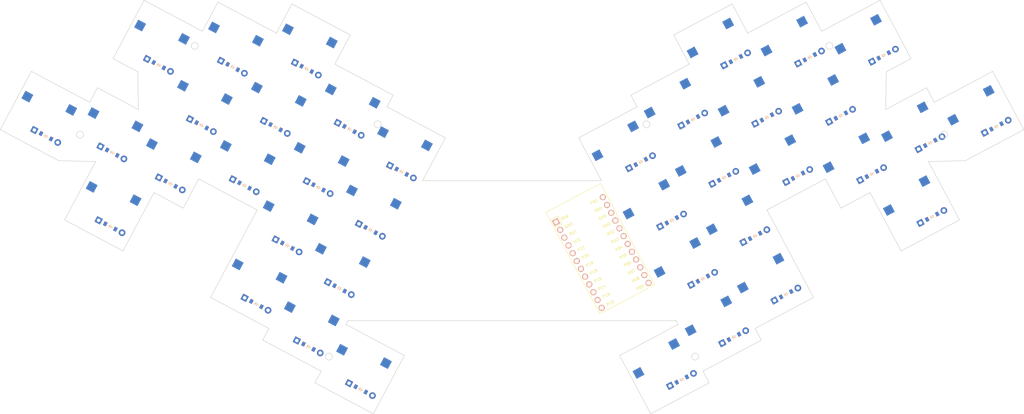
<source format=kicad_pcb>


(kicad_pcb (version 20171130) (host pcbnew 5.1.6)

  (page A3)
  (title_block
    (title "laserraven")
    (rev "1.0.0")
    (company "Rasmus K. Rendsvig (humanplayer2)")
  )

  (general
    (thickness 1.6)
  )

  (layers
    (0 F.Cu signal)
    (31 B.Cu signal)
    (32 B.Adhes user)
    (33 F.Adhes user)
    (34 B.Paste user)
    (35 F.Paste user)
    (36 B.SilkS user)
    (37 F.SilkS user)
    (38 B.Mask user)
    (39 F.Mask user)
    (40 Dwgs.User user)
    (41 Cmts.User user)
    (42 Eco1.User user)
    (43 Eco2.User user)
    (44 Edge.Cuts user)
    (45 Margin user)
    (46 B.CrtYd user)
    (47 F.CrtYd user)
    (48 B.Fab user)
    (49 F.Fab user)
  )

  (setup
    (last_trace_width 0.25)
    (trace_clearance 0.2)
    (zone_clearance 0.508)
    (zone_45_only no)
    (trace_min 0.2)
    (via_size 0.8)
    (via_drill 0.4)
    (via_min_size 0.4)
    (via_min_drill 0.3)
    (uvia_size 0.3)
    (uvia_drill 0.1)
    (uvias_allowed no)
    (uvia_min_size 0.2)
    (uvia_min_drill 0.1)
    (edge_width 0.05)
    (segment_width 0.2)
    (pcb_text_width 0.3)
    (pcb_text_size 1.5 1.5)
    (mod_edge_width 0.12)
    (mod_text_size 1 1)
    (mod_text_width 0.15)
    (pad_size 1.524 1.524)
    (pad_drill 0.762)
    (pad_to_mask_clearance 0.05)
    (aux_axis_origin 0 0)
    (visible_elements FFFFFF7F)
    (pcbplotparams
      (layerselection 0x010fc_ffffffff)
      (usegerberextensions false)
      (usegerberattributes true)
      (usegerberadvancedattributes true)
      (creategerberjobfile true)
      (excludeedgelayer true)
      (linewidth 0.100000)
      (plotframeref false)
      (viasonmask false)
      (mode 1)
      (useauxorigin false)
      (hpglpennumber 1)
      (hpglpenspeed 20)
      (hpglpendiameter 15.000000)
      (psnegative false)
      (psa4output false)
      (plotreference true)
      (plotvalue true)
      (plotinvisibletext false)
      (padsonsilk false)
      (subtractmaskfromsilk false)
      (outputformat 1)
      (mirror false)
      (drillshape 1)
      (scaleselection 1)
      (outputdirectory ""))
  )

  (net 0 "")
(net 1 "P20")
(net 2 "far_home")
(net 3 "mid_home")
(net 4 "pinky_home")
(net 5 "P21")
(net 6 "ring_bottom")
(net 7 "ring_home")
(net 8 "ring_top")
(net 9 "P19")
(net 10 "middle_bottom")
(net 11 "middle_home")
(net 12 "middle_top")
(net 13 "P1")
(net 14 "index_bottom")
(net 15 "index_home")
(net 16 "index_top")
(net 17 "P0")
(net 18 "inner_bottom")
(net 19 "inner_home")
(net 20 "inner_top")
(net 21 "ring_midtop")
(net 22 "out_thumb")
(net 23 "home_thumb")
(net 24 "in_thumb")
(net 25 "mirror_far_home")
(net 26 "mirror_mid_home")
(net 27 "mirror_pinky_home")
(net 28 "mirror_ring_bottom")
(net 29 "mirror_ring_home")
(net 30 "mirror_ring_top")
(net 31 "mirror_middle_bottom")
(net 32 "mirror_middle_home")
(net 33 "mirror_middle_top")
(net 34 "mirror_index_bottom")
(net 35 "mirror_index_home")
(net 36 "mirror_index_top")
(net 37 "mirror_inner_bottom")
(net 38 "mirror_inner_home")
(net 39 "mirror_inner_top")
(net 40 "mirror_ring_midtop")
(net 41 "mirror_out_thumb")
(net 42 "mirror_home_thumb")
(net 43 "mirror_in_thumb")
(net 44 "P10")
(net 45 "P16")
(net 46 "P14")
(net 47 "P15")
(net 48 "P9")
(net 49 "P8")
(net 50 "P7")
(net 51 "P6")
(net 52 "RAW")
(net 53 "GND")
(net 54 "RST")
(net 55 "VCC")
(net 56 "P18")
(net 57 "P2")
(net 58 "P3")
(net 59 "P4")
(net 60 "P5")

  (net_class Default "This is the default net class."
    (clearance 0.2)
    (trace_width 0.25)
    (via_dia 0.8)
    (via_drill 0.4)
    (uvia_dia 0.3)
    (uvia_drill 0.1)
    (add_net "")
(add_net "P20")
(add_net "far_home")
(add_net "mid_home")
(add_net "pinky_home")
(add_net "P21")
(add_net "ring_bottom")
(add_net "ring_home")
(add_net "ring_top")
(add_net "P19")
(add_net "middle_bottom")
(add_net "middle_home")
(add_net "middle_top")
(add_net "P1")
(add_net "index_bottom")
(add_net "index_home")
(add_net "index_top")
(add_net "P0")
(add_net "inner_bottom")
(add_net "inner_home")
(add_net "inner_top")
(add_net "ring_midtop")
(add_net "out_thumb")
(add_net "home_thumb")
(add_net "in_thumb")
(add_net "mirror_far_home")
(add_net "mirror_mid_home")
(add_net "mirror_pinky_home")
(add_net "mirror_ring_bottom")
(add_net "mirror_ring_home")
(add_net "mirror_ring_top")
(add_net "mirror_middle_bottom")
(add_net "mirror_middle_home")
(add_net "mirror_middle_top")
(add_net "mirror_index_bottom")
(add_net "mirror_index_home")
(add_net "mirror_index_top")
(add_net "mirror_inner_bottom")
(add_net "mirror_inner_home")
(add_net "mirror_inner_top")
(add_net "mirror_ring_midtop")
(add_net "mirror_out_thumb")
(add_net "mirror_home_thumb")
(add_net "mirror_in_thumb")
(add_net "P10")
(add_net "P16")
(add_net "P14")
(add_net "P15")
(add_net "P9")
(add_net "P8")
(add_net "P7")
(add_net "P6")
(add_net "RAW")
(add_net "GND")
(add_net "RST")
(add_net "VCC")
(add_net "P18")
(add_net "P2")
(add_net "P3")
(add_net "P4")
(add_net "P5")
  )

  
        
      (module MX (layer F.Cu) (tedit 5DD4F656)
      (at 54.8717946 131.1071553 -28)

      
      (fp_text reference "S1" (at 0 0) (layer F.SilkS) hide (effects (font (size 1.27 1.27) (thickness 0.15))))
      (fp_text value "" (at 0 0) (layer F.SilkS) hide (effects (font (size 1.27 1.27) (thickness 0.15))))

      
      (fp_line (start -7 -6) (end -7 -7) (layer Dwgs.User) (width 0.15))
      (fp_line (start -7 7) (end -6 7) (layer Dwgs.User) (width 0.15))
      (fp_line (start -6 -7) (end -7 -7) (layer Dwgs.User) (width 0.15))
      (fp_line (start -7 7) (end -7 6) (layer Dwgs.User) (width 0.15))
      (fp_line (start 7 6) (end 7 7) (layer Dwgs.User) (width 0.15))
      (fp_line (start 7 -7) (end 6 -7) (layer Dwgs.User) (width 0.15))
      (fp_line (start 6 7) (end 7 7) (layer Dwgs.User) (width 0.15))
      (fp_line (start 7 -7) (end 7 -6) (layer Dwgs.User) (width 0.15))
    
      
      (pad "" np_thru_hole circle (at 0 0) (size 3.9878 3.9878) (drill 3.9878) (layers *.Cu *.Mask))

      
      (pad "" np_thru_hole circle (at 5.08 0) (size 1.7018 1.7018) (drill 1.7018) (layers *.Cu *.Mask))
      (pad "" np_thru_hole circle (at -5.08 0) (size 1.7018 1.7018) (drill 1.7018) (layers *.Cu *.Mask))
      
        
      
      (fp_line (start -9.5 -9.5) (end 9.5 -9.5) (layer Dwgs.User) (width 0.15))
      (fp_line (start 9.5 -9.5) (end 9.5 9.5) (layer Dwgs.User) (width 0.15))
      (fp_line (start 9.5 9.5) (end -9.5 9.5) (layer Dwgs.User) (width 0.15))
      (fp_line (start -9.5 9.5) (end -9.5 -9.5) (layer Dwgs.User) (width 0.15))
      
        
        
        (pad "" np_thru_hole circle (at 2.54 -5.08) (size 3 3) (drill 3) (layers *.Cu *.Mask))
        (pad "" np_thru_hole circle (at -3.81 -2.54) (size 3 3) (drill 3) (layers *.Cu *.Mask))
        
        
        (pad 1 smd rect (at -7.085 -2.54 -28) (size 2.55 2.5) (layers B.Cu B.Paste B.Mask) (net 1 "P20"))
        (pad 2 smd rect (at 5.842 -5.08 -28) (size 2.55 2.5) (layers B.Cu B.Paste B.Mask) (net 2 "far_home"))
        )
        

        
      (module MX (layer F.Cu) (tedit 5DD4F656)
      (at 73.3458312 157.069098 -28)

      
      (fp_text reference "S2" (at 0 0) (layer F.SilkS) hide (effects (font (size 1.27 1.27) (thickness 0.15))))
      (fp_text value "" (at 0 0) (layer F.SilkS) hide (effects (font (size 1.27 1.27) (thickness 0.15))))

      
      (fp_line (start -7 -6) (end -7 -7) (layer Dwgs.User) (width 0.15))
      (fp_line (start -7 7) (end -6 7) (layer Dwgs.User) (width 0.15))
      (fp_line (start -6 -7) (end -7 -7) (layer Dwgs.User) (width 0.15))
      (fp_line (start -7 7) (end -7 6) (layer Dwgs.User) (width 0.15))
      (fp_line (start 7 6) (end 7 7) (layer Dwgs.User) (width 0.15))
      (fp_line (start 7 -7) (end 6 -7) (layer Dwgs.User) (width 0.15))
      (fp_line (start 6 7) (end 7 7) (layer Dwgs.User) (width 0.15))
      (fp_line (start 7 -7) (end 7 -6) (layer Dwgs.User) (width 0.15))
    
      
      (pad "" np_thru_hole circle (at 0 0) (size 3.9878 3.9878) (drill 3.9878) (layers *.Cu *.Mask))

      
      (pad "" np_thru_hole circle (at 5.08 0) (size 1.7018 1.7018) (drill 1.7018) (layers *.Cu *.Mask))
      (pad "" np_thru_hole circle (at -5.08 0) (size 1.7018 1.7018) (drill 1.7018) (layers *.Cu *.Mask))
      
        
      
      (fp_line (start -9.5 -9.5) (end 9.5 -9.5) (layer Dwgs.User) (width 0.15))
      (fp_line (start 9.5 -9.5) (end 9.5 9.5) (layer Dwgs.User) (width 0.15))
      (fp_line (start 9.5 9.5) (end -9.5 9.5) (layer Dwgs.User) (width 0.15))
      (fp_line (start -9.5 9.5) (end -9.5 -9.5) (layer Dwgs.User) (width 0.15))
      
        
        
        (pad "" np_thru_hole circle (at 2.54 -5.08) (size 3 3) (drill 3) (layers *.Cu *.Mask))
        (pad "" np_thru_hole circle (at -3.81 -2.54) (size 3 3) (drill 3) (layers *.Cu *.Mask))
        
        
        (pad 1 smd rect (at -7.085 -2.54 -28) (size 2.55 2.5) (layers B.Cu B.Paste B.Mask) (net 1 "P20"))
        (pad 2 smd rect (at 5.842 -5.08 -28) (size 2.55 2.5) (layers B.Cu B.Paste B.Mask) (net 3 "mid_home"))
        )
        

        
      (module MX (layer F.Cu) (tedit 5DD4F656)
      (at 73.8777888 135.8331139 -28)

      
      (fp_text reference "S3" (at 0 0) (layer F.SilkS) hide (effects (font (size 1.27 1.27) (thickness 0.15))))
      (fp_text value "" (at 0 0) (layer F.SilkS) hide (effects (font (size 1.27 1.27) (thickness 0.15))))

      
      (fp_line (start -7 -6) (end -7 -7) (layer Dwgs.User) (width 0.15))
      (fp_line (start -7 7) (end -6 7) (layer Dwgs.User) (width 0.15))
      (fp_line (start -6 -7) (end -7 -7) (layer Dwgs.User) (width 0.15))
      (fp_line (start -7 7) (end -7 6) (layer Dwgs.User) (width 0.15))
      (fp_line (start 7 6) (end 7 7) (layer Dwgs.User) (width 0.15))
      (fp_line (start 7 -7) (end 6 -7) (layer Dwgs.User) (width 0.15))
      (fp_line (start 6 7) (end 7 7) (layer Dwgs.User) (width 0.15))
      (fp_line (start 7 -7) (end 7 -6) (layer Dwgs.User) (width 0.15))
    
      
      (pad "" np_thru_hole circle (at 0 0) (size 3.9878 3.9878) (drill 3.9878) (layers *.Cu *.Mask))

      
      (pad "" np_thru_hole circle (at 5.08 0) (size 1.7018 1.7018) (drill 1.7018) (layers *.Cu *.Mask))
      (pad "" np_thru_hole circle (at -5.08 0) (size 1.7018 1.7018) (drill 1.7018) (layers *.Cu *.Mask))
      
        
      
      (fp_line (start -9.5 -9.5) (end 9.5 -9.5) (layer Dwgs.User) (width 0.15))
      (fp_line (start 9.5 -9.5) (end 9.5 9.5) (layer Dwgs.User) (width 0.15))
      (fp_line (start 9.5 9.5) (end -9.5 9.5) (layer Dwgs.User) (width 0.15))
      (fp_line (start -9.5 9.5) (end -9.5 -9.5) (layer Dwgs.User) (width 0.15))
      
        
        
        (pad "" np_thru_hole circle (at 2.54 -5.08) (size 3 3) (drill 3) (layers *.Cu *.Mask))
        (pad "" np_thru_hole circle (at -3.81 -2.54) (size 3 3) (drill 3) (layers *.Cu *.Mask))
        
        
        (pad 1 smd rect (at -7.085 -2.54 -28) (size 2.55 2.5) (layers B.Cu B.Paste B.Mask) (net 1 "P20"))
        (pad 2 smd rect (at 5.842 -5.08 -28) (size 2.55 2.5) (layers B.Cu B.Paste B.Mask) (net 4 "pinky_home"))
        )
        

        
      (module MX (layer F.Cu) (tedit 5DD4F656)
      (at 90.653793 144.7530736 -28)

      
      (fp_text reference "S4" (at 0 0) (layer F.SilkS) hide (effects (font (size 1.27 1.27) (thickness 0.15))))
      (fp_text value "" (at 0 0) (layer F.SilkS) hide (effects (font (size 1.27 1.27) (thickness 0.15))))

      
      (fp_line (start -7 -6) (end -7 -7) (layer Dwgs.User) (width 0.15))
      (fp_line (start -7 7) (end -6 7) (layer Dwgs.User) (width 0.15))
      (fp_line (start -6 -7) (end -7 -7) (layer Dwgs.User) (width 0.15))
      (fp_line (start -7 7) (end -7 6) (layer Dwgs.User) (width 0.15))
      (fp_line (start 7 6) (end 7 7) (layer Dwgs.User) (width 0.15))
      (fp_line (start 7 -7) (end 6 -7) (layer Dwgs.User) (width 0.15))
      (fp_line (start 6 7) (end 7 7) (layer Dwgs.User) (width 0.15))
      (fp_line (start 7 -7) (end 7 -6) (layer Dwgs.User) (width 0.15))
    
      
      (pad "" np_thru_hole circle (at 0 0) (size 3.9878 3.9878) (drill 3.9878) (layers *.Cu *.Mask))

      
      (pad "" np_thru_hole circle (at 5.08 0) (size 1.7018 1.7018) (drill 1.7018) (layers *.Cu *.Mask))
      (pad "" np_thru_hole circle (at -5.08 0) (size 1.7018 1.7018) (drill 1.7018) (layers *.Cu *.Mask))
      
        
      
      (fp_line (start -9.5 -9.5) (end 9.5 -9.5) (layer Dwgs.User) (width 0.15))
      (fp_line (start 9.5 -9.5) (end 9.5 9.5) (layer Dwgs.User) (width 0.15))
      (fp_line (start 9.5 9.5) (end -9.5 9.5) (layer Dwgs.User) (width 0.15))
      (fp_line (start -9.5 9.5) (end -9.5 -9.5) (layer Dwgs.User) (width 0.15))
      
        
        
        (pad "" np_thru_hole circle (at 2.54 -5.08) (size 3 3) (drill 3) (layers *.Cu *.Mask))
        (pad "" np_thru_hole circle (at -3.81 -2.54) (size 3 3) (drill 3) (layers *.Cu *.Mask))
        
        
        (pad 1 smd rect (at -7.085 -2.54 -28) (size 2.55 2.5) (layers B.Cu B.Paste B.Mask) (net 5 "P21"))
        (pad 2 smd rect (at 5.842 -5.08 -28) (size 2.55 2.5) (layers B.Cu B.Paste B.Mask) (net 6 "ring_bottom"))
        )
        

        
      (module MX (layer F.Cu) (tedit 5DD4F656)
      (at 99.5737527 127.9770693 -28)

      
      (fp_text reference "S5" (at 0 0) (layer F.SilkS) hide (effects (font (size 1.27 1.27) (thickness 0.15))))
      (fp_text value "" (at 0 0) (layer F.SilkS) hide (effects (font (size 1.27 1.27) (thickness 0.15))))

      
      (fp_line (start -7 -6) (end -7 -7) (layer Dwgs.User) (width 0.15))
      (fp_line (start -7 7) (end -6 7) (layer Dwgs.User) (width 0.15))
      (fp_line (start -6 -7) (end -7 -7) (layer Dwgs.User) (width 0.15))
      (fp_line (start -7 7) (end -7 6) (layer Dwgs.User) (width 0.15))
      (fp_line (start 7 6) (end 7 7) (layer Dwgs.User) (width 0.15))
      (fp_line (start 7 -7) (end 6 -7) (layer Dwgs.User) (width 0.15))
      (fp_line (start 6 7) (end 7 7) (layer Dwgs.User) (width 0.15))
      (fp_line (start 7 -7) (end 7 -6) (layer Dwgs.User) (width 0.15))
    
      
      (pad "" np_thru_hole circle (at 0 0) (size 3.9878 3.9878) (drill 3.9878) (layers *.Cu *.Mask))

      
      (pad "" np_thru_hole circle (at 5.08 0) (size 1.7018 1.7018) (drill 1.7018) (layers *.Cu *.Mask))
      (pad "" np_thru_hole circle (at -5.08 0) (size 1.7018 1.7018) (drill 1.7018) (layers *.Cu *.Mask))
      
        
      
      (fp_line (start -9.5 -9.5) (end 9.5 -9.5) (layer Dwgs.User) (width 0.15))
      (fp_line (start 9.5 -9.5) (end 9.5 9.5) (layer Dwgs.User) (width 0.15))
      (fp_line (start 9.5 9.5) (end -9.5 9.5) (layer Dwgs.User) (width 0.15))
      (fp_line (start -9.5 9.5) (end -9.5 -9.5) (layer Dwgs.User) (width 0.15))
      
        
        
        (pad "" np_thru_hole circle (at 2.54 -5.08) (size 3 3) (drill 3) (layers *.Cu *.Mask))
        (pad "" np_thru_hole circle (at -3.81 -2.54) (size 3 3) (drill 3) (layers *.Cu *.Mask))
        
        
        (pad 1 smd rect (at -7.085 -2.54 -28) (size 2.55 2.5) (layers B.Cu B.Paste B.Mask) (net 5 "P21"))
        (pad 2 smd rect (at 5.842 -5.08 -28) (size 2.55 2.5) (layers B.Cu B.Paste B.Mask) (net 7 "ring_home"))
        )
        

        
      (module MX (layer F.Cu) (tedit 5DD4F656)
      (at 108.4937124 111.2010651 -28)

      
      (fp_text reference "S6" (at 0 0) (layer F.SilkS) hide (effects (font (size 1.27 1.27) (thickness 0.15))))
      (fp_text value "" (at 0 0) (layer F.SilkS) hide (effects (font (size 1.27 1.27) (thickness 0.15))))

      
      (fp_line (start -7 -6) (end -7 -7) (layer Dwgs.User) (width 0.15))
      (fp_line (start -7 7) (end -6 7) (layer Dwgs.User) (width 0.15))
      (fp_line (start -6 -7) (end -7 -7) (layer Dwgs.User) (width 0.15))
      (fp_line (start -7 7) (end -7 6) (layer Dwgs.User) (width 0.15))
      (fp_line (start 7 6) (end 7 7) (layer Dwgs.User) (width 0.15))
      (fp_line (start 7 -7) (end 6 -7) (layer Dwgs.User) (width 0.15))
      (fp_line (start 6 7) (end 7 7) (layer Dwgs.User) (width 0.15))
      (fp_line (start 7 -7) (end 7 -6) (layer Dwgs.User) (width 0.15))
    
      
      (pad "" np_thru_hole circle (at 0 0) (size 3.9878 3.9878) (drill 3.9878) (layers *.Cu *.Mask))

      
      (pad "" np_thru_hole circle (at 5.08 0) (size 1.7018 1.7018) (drill 1.7018) (layers *.Cu *.Mask))
      (pad "" np_thru_hole circle (at -5.08 0) (size 1.7018 1.7018) (drill 1.7018) (layers *.Cu *.Mask))
      
        
      
      (fp_line (start -9.5 -9.5) (end 9.5 -9.5) (layer Dwgs.User) (width 0.15))
      (fp_line (start 9.5 -9.5) (end 9.5 9.5) (layer Dwgs.User) (width 0.15))
      (fp_line (start 9.5 9.5) (end -9.5 9.5) (layer Dwgs.User) (width 0.15))
      (fp_line (start -9.5 9.5) (end -9.5 -9.5) (layer Dwgs.User) (width 0.15))
      
        
        
        (pad "" np_thru_hole circle (at 2.54 -5.08) (size 3 3) (drill 3) (layers *.Cu *.Mask))
        (pad "" np_thru_hole circle (at -3.81 -2.54) (size 3 3) (drill 3) (layers *.Cu *.Mask))
        
        
        (pad 1 smd rect (at -7.085 -2.54 -28) (size 2.55 2.5) (layers B.Cu B.Paste B.Mask) (net 5 "P21"))
        (pad 2 smd rect (at 5.842 -5.08 -28) (size 2.55 2.5) (layers B.Cu B.Paste B.Mask) (net 8 "ring_top"))
        )
        

        
      (module MX (layer F.Cu) (tedit 5DD4F656)
      (at 111.8897771 145.2850311 -28)

      
      (fp_text reference "S7" (at 0 0) (layer F.SilkS) hide (effects (font (size 1.27 1.27) (thickness 0.15))))
      (fp_text value "" (at 0 0) (layer F.SilkS) hide (effects (font (size 1.27 1.27) (thickness 0.15))))

      
      (fp_line (start -7 -6) (end -7 -7) (layer Dwgs.User) (width 0.15))
      (fp_line (start -7 7) (end -6 7) (layer Dwgs.User) (width 0.15))
      (fp_line (start -6 -7) (end -7 -7) (layer Dwgs.User) (width 0.15))
      (fp_line (start -7 7) (end -7 6) (layer Dwgs.User) (width 0.15))
      (fp_line (start 7 6) (end 7 7) (layer Dwgs.User) (width 0.15))
      (fp_line (start 7 -7) (end 6 -7) (layer Dwgs.User) (width 0.15))
      (fp_line (start 6 7) (end 7 7) (layer Dwgs.User) (width 0.15))
      (fp_line (start 7 -7) (end 7 -6) (layer Dwgs.User) (width 0.15))
    
      
      (pad "" np_thru_hole circle (at 0 0) (size 3.9878 3.9878) (drill 3.9878) (layers *.Cu *.Mask))

      
      (pad "" np_thru_hole circle (at 5.08 0) (size 1.7018 1.7018) (drill 1.7018) (layers *.Cu *.Mask))
      (pad "" np_thru_hole circle (at -5.08 0) (size 1.7018 1.7018) (drill 1.7018) (layers *.Cu *.Mask))
      
        
      
      (fp_line (start -9.5 -9.5) (end 9.5 -9.5) (layer Dwgs.User) (width 0.15))
      (fp_line (start 9.5 -9.5) (end 9.5 9.5) (layer Dwgs.User) (width 0.15))
      (fp_line (start 9.5 9.5) (end -9.5 9.5) (layer Dwgs.User) (width 0.15))
      (fp_line (start -9.5 9.5) (end -9.5 -9.5) (layer Dwgs.User) (width 0.15))
      
        
        
        (pad "" np_thru_hole circle (at 2.54 -5.08) (size 3 3) (drill 3) (layers *.Cu *.Mask))
        (pad "" np_thru_hole circle (at -3.81 -2.54) (size 3 3) (drill 3) (layers *.Cu *.Mask))
        
        
        (pad 1 smd rect (at -7.085 -2.54 -28) (size 2.55 2.5) (layers B.Cu B.Paste B.Mask) (net 9 "P19"))
        (pad 2 smd rect (at 5.842 -5.08 -28) (size 2.55 2.5) (layers B.Cu B.Paste B.Mask) (net 10 "middle_bottom"))
        )
        

        
      (module MX (layer F.Cu) (tedit 5DD4F656)
      (at 120.8097368 128.5090269 -28)

      
      (fp_text reference "S8" (at 0 0) (layer F.SilkS) hide (effects (font (size 1.27 1.27) (thickness 0.15))))
      (fp_text value "" (at 0 0) (layer F.SilkS) hide (effects (font (size 1.27 1.27) (thickness 0.15))))

      
      (fp_line (start -7 -6) (end -7 -7) (layer Dwgs.User) (width 0.15))
      (fp_line (start -7 7) (end -6 7) (layer Dwgs.User) (width 0.15))
      (fp_line (start -6 -7) (end -7 -7) (layer Dwgs.User) (width 0.15))
      (fp_line (start -7 7) (end -7 6) (layer Dwgs.User) (width 0.15))
      (fp_line (start 7 6) (end 7 7) (layer Dwgs.User) (width 0.15))
      (fp_line (start 7 -7) (end 6 -7) (layer Dwgs.User) (width 0.15))
      (fp_line (start 6 7) (end 7 7) (layer Dwgs.User) (width 0.15))
      (fp_line (start 7 -7) (end 7 -6) (layer Dwgs.User) (width 0.15))
    
      
      (pad "" np_thru_hole circle (at 0 0) (size 3.9878 3.9878) (drill 3.9878) (layers *.Cu *.Mask))

      
      (pad "" np_thru_hole circle (at 5.08 0) (size 1.7018 1.7018) (drill 1.7018) (layers *.Cu *.Mask))
      (pad "" np_thru_hole circle (at -5.08 0) (size 1.7018 1.7018) (drill 1.7018) (layers *.Cu *.Mask))
      
        
      
      (fp_line (start -9.5 -9.5) (end 9.5 -9.5) (layer Dwgs.User) (width 0.15))
      (fp_line (start 9.5 -9.5) (end 9.5 9.5) (layer Dwgs.User) (width 0.15))
      (fp_line (start 9.5 9.5) (end -9.5 9.5) (layer Dwgs.User) (width 0.15))
      (fp_line (start -9.5 9.5) (end -9.5 -9.5) (layer Dwgs.User) (width 0.15))
      
        
        
        (pad "" np_thru_hole circle (at 2.54 -5.08) (size 3 3) (drill 3) (layers *.Cu *.Mask))
        (pad "" np_thru_hole circle (at -3.81 -2.54) (size 3 3) (drill 3) (layers *.Cu *.Mask))
        
        
        (pad 1 smd rect (at -7.085 -2.54 -28) (size 2.55 2.5) (layers B.Cu B.Paste B.Mask) (net 9 "P19"))
        (pad 2 smd rect (at 5.842 -5.08 -28) (size 2.55 2.5) (layers B.Cu B.Paste B.Mask) (net 11 "middle_home"))
        )
        

        
      (module MX (layer F.Cu) (tedit 5DD4F656)
      (at 129.7296965 111.7330226 -28)

      
      (fp_text reference "S9" (at 0 0) (layer F.SilkS) hide (effects (font (size 1.27 1.27) (thickness 0.15))))
      (fp_text value "" (at 0 0) (layer F.SilkS) hide (effects (font (size 1.27 1.27) (thickness 0.15))))

      
      (fp_line (start -7 -6) (end -7 -7) (layer Dwgs.User) (width 0.15))
      (fp_line (start -7 7) (end -6 7) (layer Dwgs.User) (width 0.15))
      (fp_line (start -6 -7) (end -7 -7) (layer Dwgs.User) (width 0.15))
      (fp_line (start -7 7) (end -7 6) (layer Dwgs.User) (width 0.15))
      (fp_line (start 7 6) (end 7 7) (layer Dwgs.User) (width 0.15))
      (fp_line (start 7 -7) (end 6 -7) (layer Dwgs.User) (width 0.15))
      (fp_line (start 6 7) (end 7 7) (layer Dwgs.User) (width 0.15))
      (fp_line (start 7 -7) (end 7 -6) (layer Dwgs.User) (width 0.15))
    
      
      (pad "" np_thru_hole circle (at 0 0) (size 3.9878 3.9878) (drill 3.9878) (layers *.Cu *.Mask))

      
      (pad "" np_thru_hole circle (at 5.08 0) (size 1.7018 1.7018) (drill 1.7018) (layers *.Cu *.Mask))
      (pad "" np_thru_hole circle (at -5.08 0) (size 1.7018 1.7018) (drill 1.7018) (layers *.Cu *.Mask))
      
        
      
      (fp_line (start -9.5 -9.5) (end 9.5 -9.5) (layer Dwgs.User) (width 0.15))
      (fp_line (start 9.5 -9.5) (end 9.5 9.5) (layer Dwgs.User) (width 0.15))
      (fp_line (start 9.5 9.5) (end -9.5 9.5) (layer Dwgs.User) (width 0.15))
      (fp_line (start -9.5 9.5) (end -9.5 -9.5) (layer Dwgs.User) (width 0.15))
      
        
        
        (pad "" np_thru_hole circle (at 2.54 -5.08) (size 3 3) (drill 3) (layers *.Cu *.Mask))
        (pad "" np_thru_hole circle (at -3.81 -2.54) (size 3 3) (drill 3) (layers *.Cu *.Mask))
        
        
        (pad 1 smd rect (at -7.085 -2.54 -28) (size 2.55 2.5) (layers B.Cu B.Paste B.Mask) (net 9 "P19"))
        (pad 2 smd rect (at 5.842 -5.08 -28) (size 2.55 2.5) (layers B.Cu B.Paste B.Mask) (net 12 "middle_top"))
        )
        

        
      (module MX (layer F.Cu) (tedit 5DD4F656)
      (at 124.2058015 162.592993 -28)

      
      (fp_text reference "S10" (at 0 0) (layer F.SilkS) hide (effects (font (size 1.27 1.27) (thickness 0.15))))
      (fp_text value "" (at 0 0) (layer F.SilkS) hide (effects (font (size 1.27 1.27) (thickness 0.15))))

      
      (fp_line (start -7 -6) (end -7 -7) (layer Dwgs.User) (width 0.15))
      (fp_line (start -7 7) (end -6 7) (layer Dwgs.User) (width 0.15))
      (fp_line (start -6 -7) (end -7 -7) (layer Dwgs.User) (width 0.15))
      (fp_line (start -7 7) (end -7 6) (layer Dwgs.User) (width 0.15))
      (fp_line (start 7 6) (end 7 7) (layer Dwgs.User) (width 0.15))
      (fp_line (start 7 -7) (end 6 -7) (layer Dwgs.User) (width 0.15))
      (fp_line (start 6 7) (end 7 7) (layer Dwgs.User) (width 0.15))
      (fp_line (start 7 -7) (end 7 -6) (layer Dwgs.User) (width 0.15))
    
      
      (pad "" np_thru_hole circle (at 0 0) (size 3.9878 3.9878) (drill 3.9878) (layers *.Cu *.Mask))

      
      (pad "" np_thru_hole circle (at 5.08 0) (size 1.7018 1.7018) (drill 1.7018) (layers *.Cu *.Mask))
      (pad "" np_thru_hole circle (at -5.08 0) (size 1.7018 1.7018) (drill 1.7018) (layers *.Cu *.Mask))
      
        
      
      (fp_line (start -9.5 -9.5) (end 9.5 -9.5) (layer Dwgs.User) (width 0.15))
      (fp_line (start 9.5 -9.5) (end 9.5 9.5) (layer Dwgs.User) (width 0.15))
      (fp_line (start 9.5 9.5) (end -9.5 9.5) (layer Dwgs.User) (width 0.15))
      (fp_line (start -9.5 9.5) (end -9.5 -9.5) (layer Dwgs.User) (width 0.15))
      
        
        
        (pad "" np_thru_hole circle (at 2.54 -5.08) (size 3 3) (drill 3) (layers *.Cu *.Mask))
        (pad "" np_thru_hole circle (at -3.81 -2.54) (size 3 3) (drill 3) (layers *.Cu *.Mask))
        
        
        (pad 1 smd rect (at -7.085 -2.54 -28) (size 2.55 2.5) (layers B.Cu B.Paste B.Mask) (net 13 "P1"))
        (pad 2 smd rect (at 5.842 -5.08 -28) (size 2.55 2.5) (layers B.Cu B.Paste B.Mask) (net 14 "index_bottom"))
        )
        

        
      (module MX (layer F.Cu) (tedit 5DD4F656)
      (at 133.1257612 145.8169887 -28)

      
      (fp_text reference "S11" (at 0 0) (layer F.SilkS) hide (effects (font (size 1.27 1.27) (thickness 0.15))))
      (fp_text value "" (at 0 0) (layer F.SilkS) hide (effects (font (size 1.27 1.27) (thickness 0.15))))

      
      (fp_line (start -7 -6) (end -7 -7) (layer Dwgs.User) (width 0.15))
      (fp_line (start -7 7) (end -6 7) (layer Dwgs.User) (width 0.15))
      (fp_line (start -6 -7) (end -7 -7) (layer Dwgs.User) (width 0.15))
      (fp_line (start -7 7) (end -7 6) (layer Dwgs.User) (width 0.15))
      (fp_line (start 7 6) (end 7 7) (layer Dwgs.User) (width 0.15))
      (fp_line (start 7 -7) (end 6 -7) (layer Dwgs.User) (width 0.15))
      (fp_line (start 6 7) (end 7 7) (layer Dwgs.User) (width 0.15))
      (fp_line (start 7 -7) (end 7 -6) (layer Dwgs.User) (width 0.15))
    
      
      (pad "" np_thru_hole circle (at 0 0) (size 3.9878 3.9878) (drill 3.9878) (layers *.Cu *.Mask))

      
      (pad "" np_thru_hole circle (at 5.08 0) (size 1.7018 1.7018) (drill 1.7018) (layers *.Cu *.Mask))
      (pad "" np_thru_hole circle (at -5.08 0) (size 1.7018 1.7018) (drill 1.7018) (layers *.Cu *.Mask))
      
        
      
      (fp_line (start -9.5 -9.5) (end 9.5 -9.5) (layer Dwgs.User) (width 0.15))
      (fp_line (start 9.5 -9.5) (end 9.5 9.5) (layer Dwgs.User) (width 0.15))
      (fp_line (start 9.5 9.5) (end -9.5 9.5) (layer Dwgs.User) (width 0.15))
      (fp_line (start -9.5 9.5) (end -9.5 -9.5) (layer Dwgs.User) (width 0.15))
      
        
        
        (pad "" np_thru_hole circle (at 2.54 -5.08) (size 3 3) (drill 3) (layers *.Cu *.Mask))
        (pad "" np_thru_hole circle (at -3.81 -2.54) (size 3 3) (drill 3) (layers *.Cu *.Mask))
        
        
        (pad 1 smd rect (at -7.085 -2.54 -28) (size 2.55 2.5) (layers B.Cu B.Paste B.Mask) (net 13 "P1"))
        (pad 2 smd rect (at 5.842 -5.08 -28) (size 2.55 2.5) (layers B.Cu B.Paste B.Mask) (net 15 "index_home"))
        )
        

        
      (module MX (layer F.Cu) (tedit 5DD4F656)
      (at 142.0457209 129.0409844 -28)

      
      (fp_text reference "S12" (at 0 0) (layer F.SilkS) hide (effects (font (size 1.27 1.27) (thickness 0.15))))
      (fp_text value "" (at 0 0) (layer F.SilkS) hide (effects (font (size 1.27 1.27) (thickness 0.15))))

      
      (fp_line (start -7 -6) (end -7 -7) (layer Dwgs.User) (width 0.15))
      (fp_line (start -7 7) (end -6 7) (layer Dwgs.User) (width 0.15))
      (fp_line (start -6 -7) (end -7 -7) (layer Dwgs.User) (width 0.15))
      (fp_line (start -7 7) (end -7 6) (layer Dwgs.User) (width 0.15))
      (fp_line (start 7 6) (end 7 7) (layer Dwgs.User) (width 0.15))
      (fp_line (start 7 -7) (end 6 -7) (layer Dwgs.User) (width 0.15))
      (fp_line (start 6 7) (end 7 7) (layer Dwgs.User) (width 0.15))
      (fp_line (start 7 -7) (end 7 -6) (layer Dwgs.User) (width 0.15))
    
      
      (pad "" np_thru_hole circle (at 0 0) (size 3.9878 3.9878) (drill 3.9878) (layers *.Cu *.Mask))

      
      (pad "" np_thru_hole circle (at 5.08 0) (size 1.7018 1.7018) (drill 1.7018) (layers *.Cu *.Mask))
      (pad "" np_thru_hole circle (at -5.08 0) (size 1.7018 1.7018) (drill 1.7018) (layers *.Cu *.Mask))
      
        
      
      (fp_line (start -9.5 -9.5) (end 9.5 -9.5) (layer Dwgs.User) (width 0.15))
      (fp_line (start 9.5 -9.5) (end 9.5 9.5) (layer Dwgs.User) (width 0.15))
      (fp_line (start 9.5 9.5) (end -9.5 9.5) (layer Dwgs.User) (width 0.15))
      (fp_line (start -9.5 9.5) (end -9.5 -9.5) (layer Dwgs.User) (width 0.15))
      
        
        
        (pad "" np_thru_hole circle (at 2.54 -5.08) (size 3 3) (drill 3) (layers *.Cu *.Mask))
        (pad "" np_thru_hole circle (at -3.81 -2.54) (size 3 3) (drill 3) (layers *.Cu *.Mask))
        
        
        (pad 1 smd rect (at -7.085 -2.54 -28) (size 2.55 2.5) (layers B.Cu B.Paste B.Mask) (net 13 "P1"))
        (pad 2 smd rect (at 5.842 -5.08 -28) (size 2.55 2.5) (layers B.Cu B.Paste B.Mask) (net 16 "index_top"))
        )
        

        
      (module MX (layer F.Cu) (tedit 5DD4F656)
      (at 139.1978139 174.8681535 -28)

      
      (fp_text reference "S13" (at 0 0) (layer F.SilkS) hide (effects (font (size 1.27 1.27) (thickness 0.15))))
      (fp_text value "" (at 0 0) (layer F.SilkS) hide (effects (font (size 1.27 1.27) (thickness 0.15))))

      
      (fp_line (start -7 -6) (end -7 -7) (layer Dwgs.User) (width 0.15))
      (fp_line (start -7 7) (end -6 7) (layer Dwgs.User) (width 0.15))
      (fp_line (start -6 -7) (end -7 -7) (layer Dwgs.User) (width 0.15))
      (fp_line (start -7 7) (end -7 6) (layer Dwgs.User) (width 0.15))
      (fp_line (start 7 6) (end 7 7) (layer Dwgs.User) (width 0.15))
      (fp_line (start 7 -7) (end 6 -7) (layer Dwgs.User) (width 0.15))
      (fp_line (start 6 7) (end 7 7) (layer Dwgs.User) (width 0.15))
      (fp_line (start 7 -7) (end 7 -6) (layer Dwgs.User) (width 0.15))
    
      
      (pad "" np_thru_hole circle (at 0 0) (size 3.9878 3.9878) (drill 3.9878) (layers *.Cu *.Mask))

      
      (pad "" np_thru_hole circle (at 5.08 0) (size 1.7018 1.7018) (drill 1.7018) (layers *.Cu *.Mask))
      (pad "" np_thru_hole circle (at -5.08 0) (size 1.7018 1.7018) (drill 1.7018) (layers *.Cu *.Mask))
      
        
      
      (fp_line (start -9.5 -9.5) (end 9.5 -9.5) (layer Dwgs.User) (width 0.15))
      (fp_line (start 9.5 -9.5) (end 9.5 9.5) (layer Dwgs.User) (width 0.15))
      (fp_line (start 9.5 9.5) (end -9.5 9.5) (layer Dwgs.User) (width 0.15))
      (fp_line (start -9.5 9.5) (end -9.5 -9.5) (layer Dwgs.User) (width 0.15))
      
        
        
        (pad "" np_thru_hole circle (at 2.54 -5.08) (size 3 3) (drill 3) (layers *.Cu *.Mask))
        (pad "" np_thru_hole circle (at -3.81 -2.54) (size 3 3) (drill 3) (layers *.Cu *.Mask))
        
        
        (pad 1 smd rect (at -7.085 -2.54 -28) (size 2.55 2.5) (layers B.Cu B.Paste B.Mask) (net 17 "P0"))
        (pad 2 smd rect (at 5.842 -5.08 -28) (size 2.55 2.5) (layers B.Cu B.Paste B.Mask) (net 18 "inner_bottom"))
        )
        

        
      (module MX (layer F.Cu) (tedit 5DD4F656)
      (at 148.1177736 158.0921493 -28)

      
      (fp_text reference "S14" (at 0 0) (layer F.SilkS) hide (effects (font (size 1.27 1.27) (thickness 0.15))))
      (fp_text value "" (at 0 0) (layer F.SilkS) hide (effects (font (size 1.27 1.27) (thickness 0.15))))

      
      (fp_line (start -7 -6) (end -7 -7) (layer Dwgs.User) (width 0.15))
      (fp_line (start -7 7) (end -6 7) (layer Dwgs.User) (width 0.15))
      (fp_line (start -6 -7) (end -7 -7) (layer Dwgs.User) (width 0.15))
      (fp_line (start -7 7) (end -7 6) (layer Dwgs.User) (width 0.15))
      (fp_line (start 7 6) (end 7 7) (layer Dwgs.User) (width 0.15))
      (fp_line (start 7 -7) (end 6 -7) (layer Dwgs.User) (width 0.15))
      (fp_line (start 6 7) (end 7 7) (layer Dwgs.User) (width 0.15))
      (fp_line (start 7 -7) (end 7 -6) (layer Dwgs.User) (width 0.15))
    
      
      (pad "" np_thru_hole circle (at 0 0) (size 3.9878 3.9878) (drill 3.9878) (layers *.Cu *.Mask))

      
      (pad "" np_thru_hole circle (at 5.08 0) (size 1.7018 1.7018) (drill 1.7018) (layers *.Cu *.Mask))
      (pad "" np_thru_hole circle (at -5.08 0) (size 1.7018 1.7018) (drill 1.7018) (layers *.Cu *.Mask))
      
        
      
      (fp_line (start -9.5 -9.5) (end 9.5 -9.5) (layer Dwgs.User) (width 0.15))
      (fp_line (start 9.5 -9.5) (end 9.5 9.5) (layer Dwgs.User) (width 0.15))
      (fp_line (start 9.5 9.5) (end -9.5 9.5) (layer Dwgs.User) (width 0.15))
      (fp_line (start -9.5 9.5) (end -9.5 -9.5) (layer Dwgs.User) (width 0.15))
      
        
        
        (pad "" np_thru_hole circle (at 2.54 -5.08) (size 3 3) (drill 3) (layers *.Cu *.Mask))
        (pad "" np_thru_hole circle (at -3.81 -2.54) (size 3 3) (drill 3) (layers *.Cu *.Mask))
        
        
        (pad 1 smd rect (at -7.085 -2.54 -28) (size 2.55 2.5) (layers B.Cu B.Paste B.Mask) (net 17 "P0"))
        (pad 2 smd rect (at 5.842 -5.08 -28) (size 2.55 2.5) (layers B.Cu B.Paste B.Mask) (net 19 "inner_home"))
        )
        

        
      (module MX (layer F.Cu) (tedit 5DD4F656)
      (at 157.0377333 141.316145 -28)

      
      (fp_text reference "S15" (at 0 0) (layer F.SilkS) hide (effects (font (size 1.27 1.27) (thickness 0.15))))
      (fp_text value "" (at 0 0) (layer F.SilkS) hide (effects (font (size 1.27 1.27) (thickness 0.15))))

      
      (fp_line (start -7 -6) (end -7 -7) (layer Dwgs.User) (width 0.15))
      (fp_line (start -7 7) (end -6 7) (layer Dwgs.User) (width 0.15))
      (fp_line (start -6 -7) (end -7 -7) (layer Dwgs.User) (width 0.15))
      (fp_line (start -7 7) (end -7 6) (layer Dwgs.User) (width 0.15))
      (fp_line (start 7 6) (end 7 7) (layer Dwgs.User) (width 0.15))
      (fp_line (start 7 -7) (end 6 -7) (layer Dwgs.User) (width 0.15))
      (fp_line (start 6 7) (end 7 7) (layer Dwgs.User) (width 0.15))
      (fp_line (start 7 -7) (end 7 -6) (layer Dwgs.User) (width 0.15))
    
      
      (pad "" np_thru_hole circle (at 0 0) (size 3.9878 3.9878) (drill 3.9878) (layers *.Cu *.Mask))

      
      (pad "" np_thru_hole circle (at 5.08 0) (size 1.7018 1.7018) (drill 1.7018) (layers *.Cu *.Mask))
      (pad "" np_thru_hole circle (at -5.08 0) (size 1.7018 1.7018) (drill 1.7018) (layers *.Cu *.Mask))
      
        
      
      (fp_line (start -9.5 -9.5) (end 9.5 -9.5) (layer Dwgs.User) (width 0.15))
      (fp_line (start 9.5 -9.5) (end 9.5 9.5) (layer Dwgs.User) (width 0.15))
      (fp_line (start 9.5 9.5) (end -9.5 9.5) (layer Dwgs.User) (width 0.15))
      (fp_line (start -9.5 9.5) (end -9.5 -9.5) (layer Dwgs.User) (width 0.15))
      
        
        
        (pad "" np_thru_hole circle (at 2.54 -5.08) (size 3 3) (drill 3) (layers *.Cu *.Mask))
        (pad "" np_thru_hole circle (at -3.81 -2.54) (size 3 3) (drill 3) (layers *.Cu *.Mask))
        
        
        (pad 1 smd rect (at -7.085 -2.54 -28) (size 2.55 2.5) (layers B.Cu B.Paste B.Mask) (net 17 "P0"))
        (pad 2 smd rect (at 5.842 -5.08 -28) (size 2.55 2.5) (layers B.Cu B.Paste B.Mask) (net 20 "inner_top"))
        )
        

        
      (module MX (layer F.Cu) (tedit 5DD4F656)
      (at 87.2577283 110.6691075 -28)

      
      (fp_text reference "S16" (at 0 0) (layer F.SilkS) hide (effects (font (size 1.27 1.27) (thickness 0.15))))
      (fp_text value "" (at 0 0) (layer F.SilkS) hide (effects (font (size 1.27 1.27) (thickness 0.15))))

      
      (fp_line (start -7 -6) (end -7 -7) (layer Dwgs.User) (width 0.15))
      (fp_line (start -7 7) (end -6 7) (layer Dwgs.User) (width 0.15))
      (fp_line (start -6 -7) (end -7 -7) (layer Dwgs.User) (width 0.15))
      (fp_line (start -7 7) (end -7 6) (layer Dwgs.User) (width 0.15))
      (fp_line (start 7 6) (end 7 7) (layer Dwgs.User) (width 0.15))
      (fp_line (start 7 -7) (end 6 -7) (layer Dwgs.User) (width 0.15))
      (fp_line (start 6 7) (end 7 7) (layer Dwgs.User) (width 0.15))
      (fp_line (start 7 -7) (end 7 -6) (layer Dwgs.User) (width 0.15))
    
      
      (pad "" np_thru_hole circle (at 0 0) (size 3.9878 3.9878) (drill 3.9878) (layers *.Cu *.Mask))

      
      (pad "" np_thru_hole circle (at 5.08 0) (size 1.7018 1.7018) (drill 1.7018) (layers *.Cu *.Mask))
      (pad "" np_thru_hole circle (at -5.08 0) (size 1.7018 1.7018) (drill 1.7018) (layers *.Cu *.Mask))
      
        
      
      (fp_line (start -9.5 -9.5) (end 9.5 -9.5) (layer Dwgs.User) (width 0.15))
      (fp_line (start 9.5 -9.5) (end 9.5 9.5) (layer Dwgs.User) (width 0.15))
      (fp_line (start 9.5 9.5) (end -9.5 9.5) (layer Dwgs.User) (width 0.15))
      (fp_line (start -9.5 9.5) (end -9.5 -9.5) (layer Dwgs.User) (width 0.15))
      
        
        
        (pad "" np_thru_hole circle (at 2.54 -5.08) (size 3 3) (drill 3) (layers *.Cu *.Mask))
        (pad "" np_thru_hole circle (at -3.81 -2.54) (size 3 3) (drill 3) (layers *.Cu *.Mask))
        
        
        (pad 1 smd rect (at -7.085 -2.54 -28) (size 2.55 2.5) (layers B.Cu B.Paste B.Mask) (net 1 "P20"))
        (pad 2 smd rect (at 5.842 -5.08 -28) (size 2.55 2.5) (layers B.Cu B.Paste B.Mask) (net 21 "ring_midtop"))
        )
        

        
      (module MX (layer F.Cu) (tedit 5DD4F656)
      (at 115.2858419 179.3689972 -28)

      
      (fp_text reference "S17" (at 0 0) (layer F.SilkS) hide (effects (font (size 1.27 1.27) (thickness 0.15))))
      (fp_text value "" (at 0 0) (layer F.SilkS) hide (effects (font (size 1.27 1.27) (thickness 0.15))))

      
      (fp_line (start -7 -6) (end -7 -7) (layer Dwgs.User) (width 0.15))
      (fp_line (start -7 7) (end -6 7) (layer Dwgs.User) (width 0.15))
      (fp_line (start -6 -7) (end -7 -7) (layer Dwgs.User) (width 0.15))
      (fp_line (start -7 7) (end -7 6) (layer Dwgs.User) (width 0.15))
      (fp_line (start 7 6) (end 7 7) (layer Dwgs.User) (width 0.15))
      (fp_line (start 7 -7) (end 6 -7) (layer Dwgs.User) (width 0.15))
      (fp_line (start 6 7) (end 7 7) (layer Dwgs.User) (width 0.15))
      (fp_line (start 7 -7) (end 7 -6) (layer Dwgs.User) (width 0.15))
    
      
      (pad "" np_thru_hole circle (at 0 0) (size 3.9878 3.9878) (drill 3.9878) (layers *.Cu *.Mask))

      
      (pad "" np_thru_hole circle (at 5.08 0) (size 1.7018 1.7018) (drill 1.7018) (layers *.Cu *.Mask))
      (pad "" np_thru_hole circle (at -5.08 0) (size 1.7018 1.7018) (drill 1.7018) (layers *.Cu *.Mask))
      
        
      
      (fp_line (start -9.5 -9.5) (end 9.5 -9.5) (layer Dwgs.User) (width 0.15))
      (fp_line (start 9.5 -9.5) (end 9.5 9.5) (layer Dwgs.User) (width 0.15))
      (fp_line (start 9.5 9.5) (end -9.5 9.5) (layer Dwgs.User) (width 0.15))
      (fp_line (start -9.5 9.5) (end -9.5 -9.5) (layer Dwgs.User) (width 0.15))
      
        
        
        (pad "" np_thru_hole circle (at 2.54 -5.08) (size 3 3) (drill 3) (layers *.Cu *.Mask))
        (pad "" np_thru_hole circle (at -3.81 -2.54) (size 3 3) (drill 3) (layers *.Cu *.Mask))
        
        
        (pad 1 smd rect (at -7.085 -2.54 -28) (size 2.55 2.5) (layers B.Cu B.Paste B.Mask) (net 9 "P19"))
        (pad 2 smd rect (at 5.842 -5.08 -28) (size 2.55 2.5) (layers B.Cu B.Paste B.Mask) (net 22 "out_thumb"))
        )
        

        
      (module MX (layer F.Cu) (tedit 5DD4F656)
      (at 130.2778542 191.6441578 -28)

      
      (fp_text reference "S18" (at 0 0) (layer F.SilkS) hide (effects (font (size 1.27 1.27) (thickness 0.15))))
      (fp_text value "" (at 0 0) (layer F.SilkS) hide (effects (font (size 1.27 1.27) (thickness 0.15))))

      
      (fp_line (start -7 -6) (end -7 -7) (layer Dwgs.User) (width 0.15))
      (fp_line (start -7 7) (end -6 7) (layer Dwgs.User) (width 0.15))
      (fp_line (start -6 -7) (end -7 -7) (layer Dwgs.User) (width 0.15))
      (fp_line (start -7 7) (end -7 6) (layer Dwgs.User) (width 0.15))
      (fp_line (start 7 6) (end 7 7) (layer Dwgs.User) (width 0.15))
      (fp_line (start 7 -7) (end 6 -7) (layer Dwgs.User) (width 0.15))
      (fp_line (start 6 7) (end 7 7) (layer Dwgs.User) (width 0.15))
      (fp_line (start 7 -7) (end 7 -6) (layer Dwgs.User) (width 0.15))
    
      
      (pad "" np_thru_hole circle (at 0 0) (size 3.9878 3.9878) (drill 3.9878) (layers *.Cu *.Mask))

      
      (pad "" np_thru_hole circle (at 5.08 0) (size 1.7018 1.7018) (drill 1.7018) (layers *.Cu *.Mask))
      (pad "" np_thru_hole circle (at -5.08 0) (size 1.7018 1.7018) (drill 1.7018) (layers *.Cu *.Mask))
      
        
      
      (fp_line (start -9.5 -9.5) (end 9.5 -9.5) (layer Dwgs.User) (width 0.15))
      (fp_line (start 9.5 -9.5) (end 9.5 9.5) (layer Dwgs.User) (width 0.15))
      (fp_line (start 9.5 9.5) (end -9.5 9.5) (layer Dwgs.User) (width 0.15))
      (fp_line (start -9.5 9.5) (end -9.5 -9.5) (layer Dwgs.User) (width 0.15))
      
        
        
        (pad "" np_thru_hole circle (at 2.54 -5.08) (size 3 3) (drill 3) (layers *.Cu *.Mask))
        (pad "" np_thru_hole circle (at -3.81 -2.54) (size 3 3) (drill 3) (layers *.Cu *.Mask))
        
        
        (pad 1 smd rect (at -7.085 -2.54 -28) (size 2.55 2.5) (layers B.Cu B.Paste B.Mask) (net 13 "P1"))
        (pad 2 smd rect (at 5.842 -5.08 -28) (size 2.55 2.5) (layers B.Cu B.Paste B.Mask) (net 23 "home_thumb"))
        )
        

        
      (module MX (layer F.Cu) (tedit 5DD4F656)
      (at 145.2698665 203.9193183 -28)

      
      (fp_text reference "S19" (at 0 0) (layer F.SilkS) hide (effects (font (size 1.27 1.27) (thickness 0.15))))
      (fp_text value "" (at 0 0) (layer F.SilkS) hide (effects (font (size 1.27 1.27) (thickness 0.15))))

      
      (fp_line (start -7 -6) (end -7 -7) (layer Dwgs.User) (width 0.15))
      (fp_line (start -7 7) (end -6 7) (layer Dwgs.User) (width 0.15))
      (fp_line (start -6 -7) (end -7 -7) (layer Dwgs.User) (width 0.15))
      (fp_line (start -7 7) (end -7 6) (layer Dwgs.User) (width 0.15))
      (fp_line (start 7 6) (end 7 7) (layer Dwgs.User) (width 0.15))
      (fp_line (start 7 -7) (end 6 -7) (layer Dwgs.User) (width 0.15))
      (fp_line (start 6 7) (end 7 7) (layer Dwgs.User) (width 0.15))
      (fp_line (start 7 -7) (end 7 -6) (layer Dwgs.User) (width 0.15))
    
      
      (pad "" np_thru_hole circle (at 0 0) (size 3.9878 3.9878) (drill 3.9878) (layers *.Cu *.Mask))

      
      (pad "" np_thru_hole circle (at 5.08 0) (size 1.7018 1.7018) (drill 1.7018) (layers *.Cu *.Mask))
      (pad "" np_thru_hole circle (at -5.08 0) (size 1.7018 1.7018) (drill 1.7018) (layers *.Cu *.Mask))
      
        
      
      (fp_line (start -9.5 -9.5) (end 9.5 -9.5) (layer Dwgs.User) (width 0.15))
      (fp_line (start 9.5 -9.5) (end 9.5 9.5) (layer Dwgs.User) (width 0.15))
      (fp_line (start 9.5 9.5) (end -9.5 9.5) (layer Dwgs.User) (width 0.15))
      (fp_line (start -9.5 9.5) (end -9.5 -9.5) (layer Dwgs.User) (width 0.15))
      
        
        
        (pad "" np_thru_hole circle (at 2.54 -5.08) (size 3 3) (drill 3) (layers *.Cu *.Mask))
        (pad "" np_thru_hole circle (at -3.81 -2.54) (size 3 3) (drill 3) (layers *.Cu *.Mask))
        
        
        (pad 1 smd rect (at -7.085 -2.54 -28) (size 2.55 2.5) (layers B.Cu B.Paste B.Mask) (net 17 "P0"))
        (pad 2 smd rect (at 5.842 -5.08 -28) (size 2.55 2.5) (layers B.Cu B.Paste B.Mask) (net 24 "in_thumb"))
        )
        

        
      (module MX (layer F.Cu) (tedit 5DD4F656)
      (at 323.20367200000004 131.1071553 28)

      
      (fp_text reference "S20" (at 0 0) (layer F.SilkS) hide (effects (font (size 1.27 1.27) (thickness 0.15))))
      (fp_text value "" (at 0 0) (layer F.SilkS) hide (effects (font (size 1.27 1.27) (thickness 0.15))))

      
      (fp_line (start -7 -6) (end -7 -7) (layer Dwgs.User) (width 0.15))
      (fp_line (start -7 7) (end -6 7) (layer Dwgs.User) (width 0.15))
      (fp_line (start -6 -7) (end -7 -7) (layer Dwgs.User) (width 0.15))
      (fp_line (start -7 7) (end -7 6) (layer Dwgs.User) (width 0.15))
      (fp_line (start 7 6) (end 7 7) (layer Dwgs.User) (width 0.15))
      (fp_line (start 7 -7) (end 6 -7) (layer Dwgs.User) (width 0.15))
      (fp_line (start 6 7) (end 7 7) (layer Dwgs.User) (width 0.15))
      (fp_line (start 7 -7) (end 7 -6) (layer Dwgs.User) (width 0.15))
    
      
      (pad "" np_thru_hole circle (at 0 0) (size 3.9878 3.9878) (drill 3.9878) (layers *.Cu *.Mask))

      
      (pad "" np_thru_hole circle (at 5.08 0) (size 1.7018 1.7018) (drill 1.7018) (layers *.Cu *.Mask))
      (pad "" np_thru_hole circle (at -5.08 0) (size 1.7018 1.7018) (drill 1.7018) (layers *.Cu *.Mask))
      
        
      
      (fp_line (start -9.5 -9.5) (end 9.5 -9.5) (layer Dwgs.User) (width 0.15))
      (fp_line (start 9.5 -9.5) (end 9.5 9.5) (layer Dwgs.User) (width 0.15))
      (fp_line (start 9.5 9.5) (end -9.5 9.5) (layer Dwgs.User) (width 0.15))
      (fp_line (start -9.5 9.5) (end -9.5 -9.5) (layer Dwgs.User) (width 0.15))
      
        
        
        (pad "" np_thru_hole circle (at 2.54 -5.08) (size 3 3) (drill 3) (layers *.Cu *.Mask))
        (pad "" np_thru_hole circle (at -3.81 -2.54) (size 3 3) (drill 3) (layers *.Cu *.Mask))
        
        
        (pad 1 smd rect (at -7.085 -2.54 28) (size 2.55 2.5) (layers B.Cu B.Paste B.Mask) (net 1 "P20"))
        (pad 2 smd rect (at 5.842 -5.08 28) (size 2.55 2.5) (layers B.Cu B.Paste B.Mask) (net 25 "mirror_far_home"))
        )
        

        
      (module MX (layer F.Cu) (tedit 5DD4F656)
      (at 304.7296354 157.069098 28)

      
      (fp_text reference "S21" (at 0 0) (layer F.SilkS) hide (effects (font (size 1.27 1.27) (thickness 0.15))))
      (fp_text value "" (at 0 0) (layer F.SilkS) hide (effects (font (size 1.27 1.27) (thickness 0.15))))

      
      (fp_line (start -7 -6) (end -7 -7) (layer Dwgs.User) (width 0.15))
      (fp_line (start -7 7) (end -6 7) (layer Dwgs.User) (width 0.15))
      (fp_line (start -6 -7) (end -7 -7) (layer Dwgs.User) (width 0.15))
      (fp_line (start -7 7) (end -7 6) (layer Dwgs.User) (width 0.15))
      (fp_line (start 7 6) (end 7 7) (layer Dwgs.User) (width 0.15))
      (fp_line (start 7 -7) (end 6 -7) (layer Dwgs.User) (width 0.15))
      (fp_line (start 6 7) (end 7 7) (layer Dwgs.User) (width 0.15))
      (fp_line (start 7 -7) (end 7 -6) (layer Dwgs.User) (width 0.15))
    
      
      (pad "" np_thru_hole circle (at 0 0) (size 3.9878 3.9878) (drill 3.9878) (layers *.Cu *.Mask))

      
      (pad "" np_thru_hole circle (at 5.08 0) (size 1.7018 1.7018) (drill 1.7018) (layers *.Cu *.Mask))
      (pad "" np_thru_hole circle (at -5.08 0) (size 1.7018 1.7018) (drill 1.7018) (layers *.Cu *.Mask))
      
        
      
      (fp_line (start -9.5 -9.5) (end 9.5 -9.5) (layer Dwgs.User) (width 0.15))
      (fp_line (start 9.5 -9.5) (end 9.5 9.5) (layer Dwgs.User) (width 0.15))
      (fp_line (start 9.5 9.5) (end -9.5 9.5) (layer Dwgs.User) (width 0.15))
      (fp_line (start -9.5 9.5) (end -9.5 -9.5) (layer Dwgs.User) (width 0.15))
      
        
        
        (pad "" np_thru_hole circle (at 2.54 -5.08) (size 3 3) (drill 3) (layers *.Cu *.Mask))
        (pad "" np_thru_hole circle (at -3.81 -2.54) (size 3 3) (drill 3) (layers *.Cu *.Mask))
        
        
        (pad 1 smd rect (at -7.085 -2.54 28) (size 2.55 2.5) (layers B.Cu B.Paste B.Mask) (net 1 "P20"))
        (pad 2 smd rect (at 5.842 -5.08 28) (size 2.55 2.5) (layers B.Cu B.Paste B.Mask) (net 26 "mirror_mid_home"))
        )
        

        
      (module MX (layer F.Cu) (tedit 5DD4F656)
      (at 304.1976778 135.8331139 28)

      
      (fp_text reference "S22" (at 0 0) (layer F.SilkS) hide (effects (font (size 1.27 1.27) (thickness 0.15))))
      (fp_text value "" (at 0 0) (layer F.SilkS) hide (effects (font (size 1.27 1.27) (thickness 0.15))))

      
      (fp_line (start -7 -6) (end -7 -7) (layer Dwgs.User) (width 0.15))
      (fp_line (start -7 7) (end -6 7) (layer Dwgs.User) (width 0.15))
      (fp_line (start -6 -7) (end -7 -7) (layer Dwgs.User) (width 0.15))
      (fp_line (start -7 7) (end -7 6) (layer Dwgs.User) (width 0.15))
      (fp_line (start 7 6) (end 7 7) (layer Dwgs.User) (width 0.15))
      (fp_line (start 7 -7) (end 6 -7) (layer Dwgs.User) (width 0.15))
      (fp_line (start 6 7) (end 7 7) (layer Dwgs.User) (width 0.15))
      (fp_line (start 7 -7) (end 7 -6) (layer Dwgs.User) (width 0.15))
    
      
      (pad "" np_thru_hole circle (at 0 0) (size 3.9878 3.9878) (drill 3.9878) (layers *.Cu *.Mask))

      
      (pad "" np_thru_hole circle (at 5.08 0) (size 1.7018 1.7018) (drill 1.7018) (layers *.Cu *.Mask))
      (pad "" np_thru_hole circle (at -5.08 0) (size 1.7018 1.7018) (drill 1.7018) (layers *.Cu *.Mask))
      
        
      
      (fp_line (start -9.5 -9.5) (end 9.5 -9.5) (layer Dwgs.User) (width 0.15))
      (fp_line (start 9.5 -9.5) (end 9.5 9.5) (layer Dwgs.User) (width 0.15))
      (fp_line (start 9.5 9.5) (end -9.5 9.5) (layer Dwgs.User) (width 0.15))
      (fp_line (start -9.5 9.5) (end -9.5 -9.5) (layer Dwgs.User) (width 0.15))
      
        
        
        (pad "" np_thru_hole circle (at 2.54 -5.08) (size 3 3) (drill 3) (layers *.Cu *.Mask))
        (pad "" np_thru_hole circle (at -3.81 -2.54) (size 3 3) (drill 3) (layers *.Cu *.Mask))
        
        
        (pad 1 smd rect (at -7.085 -2.54 28) (size 2.55 2.5) (layers B.Cu B.Paste B.Mask) (net 1 "P20"))
        (pad 2 smd rect (at 5.842 -5.08 28) (size 2.55 2.5) (layers B.Cu B.Paste B.Mask) (net 27 "mirror_pinky_home"))
        )
        

        
      (module MX (layer F.Cu) (tedit 5DD4F656)
      (at 287.4216736 144.7530736 28)

      
      (fp_text reference "S23" (at 0 0) (layer F.SilkS) hide (effects (font (size 1.27 1.27) (thickness 0.15))))
      (fp_text value "" (at 0 0) (layer F.SilkS) hide (effects (font (size 1.27 1.27) (thickness 0.15))))

      
      (fp_line (start -7 -6) (end -7 -7) (layer Dwgs.User) (width 0.15))
      (fp_line (start -7 7) (end -6 7) (layer Dwgs.User) (width 0.15))
      (fp_line (start -6 -7) (end -7 -7) (layer Dwgs.User) (width 0.15))
      (fp_line (start -7 7) (end -7 6) (layer Dwgs.User) (width 0.15))
      (fp_line (start 7 6) (end 7 7) (layer Dwgs.User) (width 0.15))
      (fp_line (start 7 -7) (end 6 -7) (layer Dwgs.User) (width 0.15))
      (fp_line (start 6 7) (end 7 7) (layer Dwgs.User) (width 0.15))
      (fp_line (start 7 -7) (end 7 -6) (layer Dwgs.User) (width 0.15))
    
      
      (pad "" np_thru_hole circle (at 0 0) (size 3.9878 3.9878) (drill 3.9878) (layers *.Cu *.Mask))

      
      (pad "" np_thru_hole circle (at 5.08 0) (size 1.7018 1.7018) (drill 1.7018) (layers *.Cu *.Mask))
      (pad "" np_thru_hole circle (at -5.08 0) (size 1.7018 1.7018) (drill 1.7018) (layers *.Cu *.Mask))
      
        
      
      (fp_line (start -9.5 -9.5) (end 9.5 -9.5) (layer Dwgs.User) (width 0.15))
      (fp_line (start 9.5 -9.5) (end 9.5 9.5) (layer Dwgs.User) (width 0.15))
      (fp_line (start 9.5 9.5) (end -9.5 9.5) (layer Dwgs.User) (width 0.15))
      (fp_line (start -9.5 9.5) (end -9.5 -9.5) (layer Dwgs.User) (width 0.15))
      
        
        
        (pad "" np_thru_hole circle (at 2.54 -5.08) (size 3 3) (drill 3) (layers *.Cu *.Mask))
        (pad "" np_thru_hole circle (at -3.81 -2.54) (size 3 3) (drill 3) (layers *.Cu *.Mask))
        
        
        (pad 1 smd rect (at -7.085 -2.54 28) (size 2.55 2.5) (layers B.Cu B.Paste B.Mask) (net 5 "P21"))
        (pad 2 smd rect (at 5.842 -5.08 28) (size 2.55 2.5) (layers B.Cu B.Paste B.Mask) (net 28 "mirror_ring_bottom"))
        )
        

        
      (module MX (layer F.Cu) (tedit 5DD4F656)
      (at 278.5017139 127.9770693 28)

      
      (fp_text reference "S24" (at 0 0) (layer F.SilkS) hide (effects (font (size 1.27 1.27) (thickness 0.15))))
      (fp_text value "" (at 0 0) (layer F.SilkS) hide (effects (font (size 1.27 1.27) (thickness 0.15))))

      
      (fp_line (start -7 -6) (end -7 -7) (layer Dwgs.User) (width 0.15))
      (fp_line (start -7 7) (end -6 7) (layer Dwgs.User) (width 0.15))
      (fp_line (start -6 -7) (end -7 -7) (layer Dwgs.User) (width 0.15))
      (fp_line (start -7 7) (end -7 6) (layer Dwgs.User) (width 0.15))
      (fp_line (start 7 6) (end 7 7) (layer Dwgs.User) (width 0.15))
      (fp_line (start 7 -7) (end 6 -7) (layer Dwgs.User) (width 0.15))
      (fp_line (start 6 7) (end 7 7) (layer Dwgs.User) (width 0.15))
      (fp_line (start 7 -7) (end 7 -6) (layer Dwgs.User) (width 0.15))
    
      
      (pad "" np_thru_hole circle (at 0 0) (size 3.9878 3.9878) (drill 3.9878) (layers *.Cu *.Mask))

      
      (pad "" np_thru_hole circle (at 5.08 0) (size 1.7018 1.7018) (drill 1.7018) (layers *.Cu *.Mask))
      (pad "" np_thru_hole circle (at -5.08 0) (size 1.7018 1.7018) (drill 1.7018) (layers *.Cu *.Mask))
      
        
      
      (fp_line (start -9.5 -9.5) (end 9.5 -9.5) (layer Dwgs.User) (width 0.15))
      (fp_line (start 9.5 -9.5) (end 9.5 9.5) (layer Dwgs.User) (width 0.15))
      (fp_line (start 9.5 9.5) (end -9.5 9.5) (layer Dwgs.User) (width 0.15))
      (fp_line (start -9.5 9.5) (end -9.5 -9.5) (layer Dwgs.User) (width 0.15))
      
        
        
        (pad "" np_thru_hole circle (at 2.54 -5.08) (size 3 3) (drill 3) (layers *.Cu *.Mask))
        (pad "" np_thru_hole circle (at -3.81 -2.54) (size 3 3) (drill 3) (layers *.Cu *.Mask))
        
        
        (pad 1 smd rect (at -7.085 -2.54 28) (size 2.55 2.5) (layers B.Cu B.Paste B.Mask) (net 5 "P21"))
        (pad 2 smd rect (at 5.842 -5.08 28) (size 2.55 2.5) (layers B.Cu B.Paste B.Mask) (net 29 "mirror_ring_home"))
        )
        

        
      (module MX (layer F.Cu) (tedit 5DD4F656)
      (at 269.58175420000003 111.2010651 28)

      
      (fp_text reference "S25" (at 0 0) (layer F.SilkS) hide (effects (font (size 1.27 1.27) (thickness 0.15))))
      (fp_text value "" (at 0 0) (layer F.SilkS) hide (effects (font (size 1.27 1.27) (thickness 0.15))))

      
      (fp_line (start -7 -6) (end -7 -7) (layer Dwgs.User) (width 0.15))
      (fp_line (start -7 7) (end -6 7) (layer Dwgs.User) (width 0.15))
      (fp_line (start -6 -7) (end -7 -7) (layer Dwgs.User) (width 0.15))
      (fp_line (start -7 7) (end -7 6) (layer Dwgs.User) (width 0.15))
      (fp_line (start 7 6) (end 7 7) (layer Dwgs.User) (width 0.15))
      (fp_line (start 7 -7) (end 6 -7) (layer Dwgs.User) (width 0.15))
      (fp_line (start 6 7) (end 7 7) (layer Dwgs.User) (width 0.15))
      (fp_line (start 7 -7) (end 7 -6) (layer Dwgs.User) (width 0.15))
    
      
      (pad "" np_thru_hole circle (at 0 0) (size 3.9878 3.9878) (drill 3.9878) (layers *.Cu *.Mask))

      
      (pad "" np_thru_hole circle (at 5.08 0) (size 1.7018 1.7018) (drill 1.7018) (layers *.Cu *.Mask))
      (pad "" np_thru_hole circle (at -5.08 0) (size 1.7018 1.7018) (drill 1.7018) (layers *.Cu *.Mask))
      
        
      
      (fp_line (start -9.5 -9.5) (end 9.5 -9.5) (layer Dwgs.User) (width 0.15))
      (fp_line (start 9.5 -9.5) (end 9.5 9.5) (layer Dwgs.User) (width 0.15))
      (fp_line (start 9.5 9.5) (end -9.5 9.5) (layer Dwgs.User) (width 0.15))
      (fp_line (start -9.5 9.5) (end -9.5 -9.5) (layer Dwgs.User) (width 0.15))
      
        
        
        (pad "" np_thru_hole circle (at 2.54 -5.08) (size 3 3) (drill 3) (layers *.Cu *.Mask))
        (pad "" np_thru_hole circle (at -3.81 -2.54) (size 3 3) (drill 3) (layers *.Cu *.Mask))
        
        
        (pad 1 smd rect (at -7.085 -2.54 28) (size 2.55 2.5) (layers B.Cu B.Paste B.Mask) (net 5 "P21"))
        (pad 2 smd rect (at 5.842 -5.08 28) (size 2.55 2.5) (layers B.Cu B.Paste B.Mask) (net 30 "mirror_ring_top"))
        )
        

        
      (module MX (layer F.Cu) (tedit 5DD4F656)
      (at 266.1856895 145.2850311 28)

      
      (fp_text reference "S26" (at 0 0) (layer F.SilkS) hide (effects (font (size 1.27 1.27) (thickness 0.15))))
      (fp_text value "" (at 0 0) (layer F.SilkS) hide (effects (font (size 1.27 1.27) (thickness 0.15))))

      
      (fp_line (start -7 -6) (end -7 -7) (layer Dwgs.User) (width 0.15))
      (fp_line (start -7 7) (end -6 7) (layer Dwgs.User) (width 0.15))
      (fp_line (start -6 -7) (end -7 -7) (layer Dwgs.User) (width 0.15))
      (fp_line (start -7 7) (end -7 6) (layer Dwgs.User) (width 0.15))
      (fp_line (start 7 6) (end 7 7) (layer Dwgs.User) (width 0.15))
      (fp_line (start 7 -7) (end 6 -7) (layer Dwgs.User) (width 0.15))
      (fp_line (start 6 7) (end 7 7) (layer Dwgs.User) (width 0.15))
      (fp_line (start 7 -7) (end 7 -6) (layer Dwgs.User) (width 0.15))
    
      
      (pad "" np_thru_hole circle (at 0 0) (size 3.9878 3.9878) (drill 3.9878) (layers *.Cu *.Mask))

      
      (pad "" np_thru_hole circle (at 5.08 0) (size 1.7018 1.7018) (drill 1.7018) (layers *.Cu *.Mask))
      (pad "" np_thru_hole circle (at -5.08 0) (size 1.7018 1.7018) (drill 1.7018) (layers *.Cu *.Mask))
      
        
      
      (fp_line (start -9.5 -9.5) (end 9.5 -9.5) (layer Dwgs.User) (width 0.15))
      (fp_line (start 9.5 -9.5) (end 9.5 9.5) (layer Dwgs.User) (width 0.15))
      (fp_line (start 9.5 9.5) (end -9.5 9.5) (layer Dwgs.User) (width 0.15))
      (fp_line (start -9.5 9.5) (end -9.5 -9.5) (layer Dwgs.User) (width 0.15))
      
        
        
        (pad "" np_thru_hole circle (at 2.54 -5.08) (size 3 3) (drill 3) (layers *.Cu *.Mask))
        (pad "" np_thru_hole circle (at -3.81 -2.54) (size 3 3) (drill 3) (layers *.Cu *.Mask))
        
        
        (pad 1 smd rect (at -7.085 -2.54 28) (size 2.55 2.5) (layers B.Cu B.Paste B.Mask) (net 9 "P19"))
        (pad 2 smd rect (at 5.842 -5.08 28) (size 2.55 2.5) (layers B.Cu B.Paste B.Mask) (net 31 "mirror_middle_bottom"))
        )
        

        
      (module MX (layer F.Cu) (tedit 5DD4F656)
      (at 257.26572980000003 128.5090269 28)

      
      (fp_text reference "S27" (at 0 0) (layer F.SilkS) hide (effects (font (size 1.27 1.27) (thickness 0.15))))
      (fp_text value "" (at 0 0) (layer F.SilkS) hide (effects (font (size 1.27 1.27) (thickness 0.15))))

      
      (fp_line (start -7 -6) (end -7 -7) (layer Dwgs.User) (width 0.15))
      (fp_line (start -7 7) (end -6 7) (layer Dwgs.User) (width 0.15))
      (fp_line (start -6 -7) (end -7 -7) (layer Dwgs.User) (width 0.15))
      (fp_line (start -7 7) (end -7 6) (layer Dwgs.User) (width 0.15))
      (fp_line (start 7 6) (end 7 7) (layer Dwgs.User) (width 0.15))
      (fp_line (start 7 -7) (end 6 -7) (layer Dwgs.User) (width 0.15))
      (fp_line (start 6 7) (end 7 7) (layer Dwgs.User) (width 0.15))
      (fp_line (start 7 -7) (end 7 -6) (layer Dwgs.User) (width 0.15))
    
      
      (pad "" np_thru_hole circle (at 0 0) (size 3.9878 3.9878) (drill 3.9878) (layers *.Cu *.Mask))

      
      (pad "" np_thru_hole circle (at 5.08 0) (size 1.7018 1.7018) (drill 1.7018) (layers *.Cu *.Mask))
      (pad "" np_thru_hole circle (at -5.08 0) (size 1.7018 1.7018) (drill 1.7018) (layers *.Cu *.Mask))
      
        
      
      (fp_line (start -9.5 -9.5) (end 9.5 -9.5) (layer Dwgs.User) (width 0.15))
      (fp_line (start 9.5 -9.5) (end 9.5 9.5) (layer Dwgs.User) (width 0.15))
      (fp_line (start 9.5 9.5) (end -9.5 9.5) (layer Dwgs.User) (width 0.15))
      (fp_line (start -9.5 9.5) (end -9.5 -9.5) (layer Dwgs.User) (width 0.15))
      
        
        
        (pad "" np_thru_hole circle (at 2.54 -5.08) (size 3 3) (drill 3) (layers *.Cu *.Mask))
        (pad "" np_thru_hole circle (at -3.81 -2.54) (size 3 3) (drill 3) (layers *.Cu *.Mask))
        
        
        (pad 1 smd rect (at -7.085 -2.54 28) (size 2.55 2.5) (layers B.Cu B.Paste B.Mask) (net 9 "P19"))
        (pad 2 smd rect (at 5.842 -5.08 28) (size 2.55 2.5) (layers B.Cu B.Paste B.Mask) (net 32 "mirror_middle_home"))
        )
        

        
      (module MX (layer F.Cu) (tedit 5DD4F656)
      (at 248.34577010000004 111.7330226 28)

      
      (fp_text reference "S28" (at 0 0) (layer F.SilkS) hide (effects (font (size 1.27 1.27) (thickness 0.15))))
      (fp_text value "" (at 0 0) (layer F.SilkS) hide (effects (font (size 1.27 1.27) (thickness 0.15))))

      
      (fp_line (start -7 -6) (end -7 -7) (layer Dwgs.User) (width 0.15))
      (fp_line (start -7 7) (end -6 7) (layer Dwgs.User) (width 0.15))
      (fp_line (start -6 -7) (end -7 -7) (layer Dwgs.User) (width 0.15))
      (fp_line (start -7 7) (end -7 6) (layer Dwgs.User) (width 0.15))
      (fp_line (start 7 6) (end 7 7) (layer Dwgs.User) (width 0.15))
      (fp_line (start 7 -7) (end 6 -7) (layer Dwgs.User) (width 0.15))
      (fp_line (start 6 7) (end 7 7) (layer Dwgs.User) (width 0.15))
      (fp_line (start 7 -7) (end 7 -6) (layer Dwgs.User) (width 0.15))
    
      
      (pad "" np_thru_hole circle (at 0 0) (size 3.9878 3.9878) (drill 3.9878) (layers *.Cu *.Mask))

      
      (pad "" np_thru_hole circle (at 5.08 0) (size 1.7018 1.7018) (drill 1.7018) (layers *.Cu *.Mask))
      (pad "" np_thru_hole circle (at -5.08 0) (size 1.7018 1.7018) (drill 1.7018) (layers *.Cu *.Mask))
      
        
      
      (fp_line (start -9.5 -9.5) (end 9.5 -9.5) (layer Dwgs.User) (width 0.15))
      (fp_line (start 9.5 -9.5) (end 9.5 9.5) (layer Dwgs.User) (width 0.15))
      (fp_line (start 9.5 9.5) (end -9.5 9.5) (layer Dwgs.User) (width 0.15))
      (fp_line (start -9.5 9.5) (end -9.5 -9.5) (layer Dwgs.User) (width 0.15))
      
        
        
        (pad "" np_thru_hole circle (at 2.54 -5.08) (size 3 3) (drill 3) (layers *.Cu *.Mask))
        (pad "" np_thru_hole circle (at -3.81 -2.54) (size 3 3) (drill 3) (layers *.Cu *.Mask))
        
        
        (pad 1 smd rect (at -7.085 -2.54 28) (size 2.55 2.5) (layers B.Cu B.Paste B.Mask) (net 9 "P19"))
        (pad 2 smd rect (at 5.842 -5.08 28) (size 2.55 2.5) (layers B.Cu B.Paste B.Mask) (net 33 "mirror_middle_top"))
        )
        

        
      (module MX (layer F.Cu) (tedit 5DD4F656)
      (at 253.86966510000002 162.592993 28)

      
      (fp_text reference "S29" (at 0 0) (layer F.SilkS) hide (effects (font (size 1.27 1.27) (thickness 0.15))))
      (fp_text value "" (at 0 0) (layer F.SilkS) hide (effects (font (size 1.27 1.27) (thickness 0.15))))

      
      (fp_line (start -7 -6) (end -7 -7) (layer Dwgs.User) (width 0.15))
      (fp_line (start -7 7) (end -6 7) (layer Dwgs.User) (width 0.15))
      (fp_line (start -6 -7) (end -7 -7) (layer Dwgs.User) (width 0.15))
      (fp_line (start -7 7) (end -7 6) (layer Dwgs.User) (width 0.15))
      (fp_line (start 7 6) (end 7 7) (layer Dwgs.User) (width 0.15))
      (fp_line (start 7 -7) (end 6 -7) (layer Dwgs.User) (width 0.15))
      (fp_line (start 6 7) (end 7 7) (layer Dwgs.User) (width 0.15))
      (fp_line (start 7 -7) (end 7 -6) (layer Dwgs.User) (width 0.15))
    
      
      (pad "" np_thru_hole circle (at 0 0) (size 3.9878 3.9878) (drill 3.9878) (layers *.Cu *.Mask))

      
      (pad "" np_thru_hole circle (at 5.08 0) (size 1.7018 1.7018) (drill 1.7018) (layers *.Cu *.Mask))
      (pad "" np_thru_hole circle (at -5.08 0) (size 1.7018 1.7018) (drill 1.7018) (layers *.Cu *.Mask))
      
        
      
      (fp_line (start -9.5 -9.5) (end 9.5 -9.5) (layer Dwgs.User) (width 0.15))
      (fp_line (start 9.5 -9.5) (end 9.5 9.5) (layer Dwgs.User) (width 0.15))
      (fp_line (start 9.5 9.5) (end -9.5 9.5) (layer Dwgs.User) (width 0.15))
      (fp_line (start -9.5 9.5) (end -9.5 -9.5) (layer Dwgs.User) (width 0.15))
      
        
        
        (pad "" np_thru_hole circle (at 2.54 -5.08) (size 3 3) (drill 3) (layers *.Cu *.Mask))
        (pad "" np_thru_hole circle (at -3.81 -2.54) (size 3 3) (drill 3) (layers *.Cu *.Mask))
        
        
        (pad 1 smd rect (at -7.085 -2.54 28) (size 2.55 2.5) (layers B.Cu B.Paste B.Mask) (net 13 "P1"))
        (pad 2 smd rect (at 5.842 -5.08 28) (size 2.55 2.5) (layers B.Cu B.Paste B.Mask) (net 34 "mirror_index_bottom"))
        )
        

        
      (module MX (layer F.Cu) (tedit 5DD4F656)
      (at 244.94970540000003 145.8169887 28)

      
      (fp_text reference "S30" (at 0 0) (layer F.SilkS) hide (effects (font (size 1.27 1.27) (thickness 0.15))))
      (fp_text value "" (at 0 0) (layer F.SilkS) hide (effects (font (size 1.27 1.27) (thickness 0.15))))

      
      (fp_line (start -7 -6) (end -7 -7) (layer Dwgs.User) (width 0.15))
      (fp_line (start -7 7) (end -6 7) (layer Dwgs.User) (width 0.15))
      (fp_line (start -6 -7) (end -7 -7) (layer Dwgs.User) (width 0.15))
      (fp_line (start -7 7) (end -7 6) (layer Dwgs.User) (width 0.15))
      (fp_line (start 7 6) (end 7 7) (layer Dwgs.User) (width 0.15))
      (fp_line (start 7 -7) (end 6 -7) (layer Dwgs.User) (width 0.15))
      (fp_line (start 6 7) (end 7 7) (layer Dwgs.User) (width 0.15))
      (fp_line (start 7 -7) (end 7 -6) (layer Dwgs.User) (width 0.15))
    
      
      (pad "" np_thru_hole circle (at 0 0) (size 3.9878 3.9878) (drill 3.9878) (layers *.Cu *.Mask))

      
      (pad "" np_thru_hole circle (at 5.08 0) (size 1.7018 1.7018) (drill 1.7018) (layers *.Cu *.Mask))
      (pad "" np_thru_hole circle (at -5.08 0) (size 1.7018 1.7018) (drill 1.7018) (layers *.Cu *.Mask))
      
        
      
      (fp_line (start -9.5 -9.5) (end 9.5 -9.5) (layer Dwgs.User) (width 0.15))
      (fp_line (start 9.5 -9.5) (end 9.5 9.5) (layer Dwgs.User) (width 0.15))
      (fp_line (start 9.5 9.5) (end -9.5 9.5) (layer Dwgs.User) (width 0.15))
      (fp_line (start -9.5 9.5) (end -9.5 -9.5) (layer Dwgs.User) (width 0.15))
      
        
        
        (pad "" np_thru_hole circle (at 2.54 -5.08) (size 3 3) (drill 3) (layers *.Cu *.Mask))
        (pad "" np_thru_hole circle (at -3.81 -2.54) (size 3 3) (drill 3) (layers *.Cu *.Mask))
        
        
        (pad 1 smd rect (at -7.085 -2.54 28) (size 2.55 2.5) (layers B.Cu B.Paste B.Mask) (net 13 "P1"))
        (pad 2 smd rect (at 5.842 -5.08 28) (size 2.55 2.5) (layers B.Cu B.Paste B.Mask) (net 35 "mirror_index_home"))
        )
        

        
      (module MX (layer F.Cu) (tedit 5DD4F656)
      (at 236.02974570000003 129.0409844 28)

      
      (fp_text reference "S31" (at 0 0) (layer F.SilkS) hide (effects (font (size 1.27 1.27) (thickness 0.15))))
      (fp_text value "" (at 0 0) (layer F.SilkS) hide (effects (font (size 1.27 1.27) (thickness 0.15))))

      
      (fp_line (start -7 -6) (end -7 -7) (layer Dwgs.User) (width 0.15))
      (fp_line (start -7 7) (end -6 7) (layer Dwgs.User) (width 0.15))
      (fp_line (start -6 -7) (end -7 -7) (layer Dwgs.User) (width 0.15))
      (fp_line (start -7 7) (end -7 6) (layer Dwgs.User) (width 0.15))
      (fp_line (start 7 6) (end 7 7) (layer Dwgs.User) (width 0.15))
      (fp_line (start 7 -7) (end 6 -7) (layer Dwgs.User) (width 0.15))
      (fp_line (start 6 7) (end 7 7) (layer Dwgs.User) (width 0.15))
      (fp_line (start 7 -7) (end 7 -6) (layer Dwgs.User) (width 0.15))
    
      
      (pad "" np_thru_hole circle (at 0 0) (size 3.9878 3.9878) (drill 3.9878) (layers *.Cu *.Mask))

      
      (pad "" np_thru_hole circle (at 5.08 0) (size 1.7018 1.7018) (drill 1.7018) (layers *.Cu *.Mask))
      (pad "" np_thru_hole circle (at -5.08 0) (size 1.7018 1.7018) (drill 1.7018) (layers *.Cu *.Mask))
      
        
      
      (fp_line (start -9.5 -9.5) (end 9.5 -9.5) (layer Dwgs.User) (width 0.15))
      (fp_line (start 9.5 -9.5) (end 9.5 9.5) (layer Dwgs.User) (width 0.15))
      (fp_line (start 9.5 9.5) (end -9.5 9.5) (layer Dwgs.User) (width 0.15))
      (fp_line (start -9.5 9.5) (end -9.5 -9.5) (layer Dwgs.User) (width 0.15))
      
        
        
        (pad "" np_thru_hole circle (at 2.54 -5.08) (size 3 3) (drill 3) (layers *.Cu *.Mask))
        (pad "" np_thru_hole circle (at -3.81 -2.54) (size 3 3) (drill 3) (layers *.Cu *.Mask))
        
        
        (pad 1 smd rect (at -7.085 -2.54 28) (size 2.55 2.5) (layers B.Cu B.Paste B.Mask) (net 13 "P1"))
        (pad 2 smd rect (at 5.842 -5.08 28) (size 2.55 2.5) (layers B.Cu B.Paste B.Mask) (net 36 "mirror_index_top"))
        )
        

        
      (module MX (layer F.Cu) (tedit 5DD4F656)
      (at 238.87765270000003 174.8681535 28)

      
      (fp_text reference "S32" (at 0 0) (layer F.SilkS) hide (effects (font (size 1.27 1.27) (thickness 0.15))))
      (fp_text value "" (at 0 0) (layer F.SilkS) hide (effects (font (size 1.27 1.27) (thickness 0.15))))

      
      (fp_line (start -7 -6) (end -7 -7) (layer Dwgs.User) (width 0.15))
      (fp_line (start -7 7) (end -6 7) (layer Dwgs.User) (width 0.15))
      (fp_line (start -6 -7) (end -7 -7) (layer Dwgs.User) (width 0.15))
      (fp_line (start -7 7) (end -7 6) (layer Dwgs.User) (width 0.15))
      (fp_line (start 7 6) (end 7 7) (layer Dwgs.User) (width 0.15))
      (fp_line (start 7 -7) (end 6 -7) (layer Dwgs.User) (width 0.15))
      (fp_line (start 6 7) (end 7 7) (layer Dwgs.User) (width 0.15))
      (fp_line (start 7 -7) (end 7 -6) (layer Dwgs.User) (width 0.15))
    
      
      (pad "" np_thru_hole circle (at 0 0) (size 3.9878 3.9878) (drill 3.9878) (layers *.Cu *.Mask))

      
      (pad "" np_thru_hole circle (at 5.08 0) (size 1.7018 1.7018) (drill 1.7018) (layers *.Cu *.Mask))
      (pad "" np_thru_hole circle (at -5.08 0) (size 1.7018 1.7018) (drill 1.7018) (layers *.Cu *.Mask))
      
        
      
      (fp_line (start -9.5 -9.5) (end 9.5 -9.5) (layer Dwgs.User) (width 0.15))
      (fp_line (start 9.5 -9.5) (end 9.5 9.5) (layer Dwgs.User) (width 0.15))
      (fp_line (start 9.5 9.5) (end -9.5 9.5) (layer Dwgs.User) (width 0.15))
      (fp_line (start -9.5 9.5) (end -9.5 -9.5) (layer Dwgs.User) (width 0.15))
      
        
        
        (pad "" np_thru_hole circle (at 2.54 -5.08) (size 3 3) (drill 3) (layers *.Cu *.Mask))
        (pad "" np_thru_hole circle (at -3.81 -2.54) (size 3 3) (drill 3) (layers *.Cu *.Mask))
        
        
        (pad 1 smd rect (at -7.085 -2.54 28) (size 2.55 2.5) (layers B.Cu B.Paste B.Mask) (net 17 "P0"))
        (pad 2 smd rect (at 5.842 -5.08 28) (size 2.55 2.5) (layers B.Cu B.Paste B.Mask) (net 37 "mirror_inner_bottom"))
        )
        

        
      (module MX (layer F.Cu) (tedit 5DD4F656)
      (at 229.95769300000003 158.0921493 28)

      
      (fp_text reference "S33" (at 0 0) (layer F.SilkS) hide (effects (font (size 1.27 1.27) (thickness 0.15))))
      (fp_text value "" (at 0 0) (layer F.SilkS) hide (effects (font (size 1.27 1.27) (thickness 0.15))))

      
      (fp_line (start -7 -6) (end -7 -7) (layer Dwgs.User) (width 0.15))
      (fp_line (start -7 7) (end -6 7) (layer Dwgs.User) (width 0.15))
      (fp_line (start -6 -7) (end -7 -7) (layer Dwgs.User) (width 0.15))
      (fp_line (start -7 7) (end -7 6) (layer Dwgs.User) (width 0.15))
      (fp_line (start 7 6) (end 7 7) (layer Dwgs.User) (width 0.15))
      (fp_line (start 7 -7) (end 6 -7) (layer Dwgs.User) (width 0.15))
      (fp_line (start 6 7) (end 7 7) (layer Dwgs.User) (width 0.15))
      (fp_line (start 7 -7) (end 7 -6) (layer Dwgs.User) (width 0.15))
    
      
      (pad "" np_thru_hole circle (at 0 0) (size 3.9878 3.9878) (drill 3.9878) (layers *.Cu *.Mask))

      
      (pad "" np_thru_hole circle (at 5.08 0) (size 1.7018 1.7018) (drill 1.7018) (layers *.Cu *.Mask))
      (pad "" np_thru_hole circle (at -5.08 0) (size 1.7018 1.7018) (drill 1.7018) (layers *.Cu *.Mask))
      
        
      
      (fp_line (start -9.5 -9.5) (end 9.5 -9.5) (layer Dwgs.User) (width 0.15))
      (fp_line (start 9.5 -9.5) (end 9.5 9.5) (layer Dwgs.User) (width 0.15))
      (fp_line (start 9.5 9.5) (end -9.5 9.5) (layer Dwgs.User) (width 0.15))
      (fp_line (start -9.5 9.5) (end -9.5 -9.5) (layer Dwgs.User) (width 0.15))
      
        
        
        (pad "" np_thru_hole circle (at 2.54 -5.08) (size 3 3) (drill 3) (layers *.Cu *.Mask))
        (pad "" np_thru_hole circle (at -3.81 -2.54) (size 3 3) (drill 3) (layers *.Cu *.Mask))
        
        
        (pad 1 smd rect (at -7.085 -2.54 28) (size 2.55 2.5) (layers B.Cu B.Paste B.Mask) (net 17 "P0"))
        (pad 2 smd rect (at 5.842 -5.08 28) (size 2.55 2.5) (layers B.Cu B.Paste B.Mask) (net 38 "mirror_inner_home"))
        )
        

        
      (module MX (layer F.Cu) (tedit 5DD4F656)
      (at 221.0377333 141.316145 28)

      
      (fp_text reference "S34" (at 0 0) (layer F.SilkS) hide (effects (font (size 1.27 1.27) (thickness 0.15))))
      (fp_text value "" (at 0 0) (layer F.SilkS) hide (effects (font (size 1.27 1.27) (thickness 0.15))))

      
      (fp_line (start -7 -6) (end -7 -7) (layer Dwgs.User) (width 0.15))
      (fp_line (start -7 7) (end -6 7) (layer Dwgs.User) (width 0.15))
      (fp_line (start -6 -7) (end -7 -7) (layer Dwgs.User) (width 0.15))
      (fp_line (start -7 7) (end -7 6) (layer Dwgs.User) (width 0.15))
      (fp_line (start 7 6) (end 7 7) (layer Dwgs.User) (width 0.15))
      (fp_line (start 7 -7) (end 6 -7) (layer Dwgs.User) (width 0.15))
      (fp_line (start 6 7) (end 7 7) (layer Dwgs.User) (width 0.15))
      (fp_line (start 7 -7) (end 7 -6) (layer Dwgs.User) (width 0.15))
    
      
      (pad "" np_thru_hole circle (at 0 0) (size 3.9878 3.9878) (drill 3.9878) (layers *.Cu *.Mask))

      
      (pad "" np_thru_hole circle (at 5.08 0) (size 1.7018 1.7018) (drill 1.7018) (layers *.Cu *.Mask))
      (pad "" np_thru_hole circle (at -5.08 0) (size 1.7018 1.7018) (drill 1.7018) (layers *.Cu *.Mask))
      
        
      
      (fp_line (start -9.5 -9.5) (end 9.5 -9.5) (layer Dwgs.User) (width 0.15))
      (fp_line (start 9.5 -9.5) (end 9.5 9.5) (layer Dwgs.User) (width 0.15))
      (fp_line (start 9.5 9.5) (end -9.5 9.5) (layer Dwgs.User) (width 0.15))
      (fp_line (start -9.5 9.5) (end -9.5 -9.5) (layer Dwgs.User) (width 0.15))
      
        
        
        (pad "" np_thru_hole circle (at 2.54 -5.08) (size 3 3) (drill 3) (layers *.Cu *.Mask))
        (pad "" np_thru_hole circle (at -3.81 -2.54) (size 3 3) (drill 3) (layers *.Cu *.Mask))
        
        
        (pad 1 smd rect (at -7.085 -2.54 28) (size 2.55 2.5) (layers B.Cu B.Paste B.Mask) (net 17 "P0"))
        (pad 2 smd rect (at 5.842 -5.08 28) (size 2.55 2.5) (layers B.Cu B.Paste B.Mask) (net 39 "mirror_inner_top"))
        )
        

        
      (module MX (layer F.Cu) (tedit 5DD4F656)
      (at 290.81773830000003 110.6691075 28)

      
      (fp_text reference "S35" (at 0 0) (layer F.SilkS) hide (effects (font (size 1.27 1.27) (thickness 0.15))))
      (fp_text value "" (at 0 0) (layer F.SilkS) hide (effects (font (size 1.27 1.27) (thickness 0.15))))

      
      (fp_line (start -7 -6) (end -7 -7) (layer Dwgs.User) (width 0.15))
      (fp_line (start -7 7) (end -6 7) (layer Dwgs.User) (width 0.15))
      (fp_line (start -6 -7) (end -7 -7) (layer Dwgs.User) (width 0.15))
      (fp_line (start -7 7) (end -7 6) (layer Dwgs.User) (width 0.15))
      (fp_line (start 7 6) (end 7 7) (layer Dwgs.User) (width 0.15))
      (fp_line (start 7 -7) (end 6 -7) (layer Dwgs.User) (width 0.15))
      (fp_line (start 6 7) (end 7 7) (layer Dwgs.User) (width 0.15))
      (fp_line (start 7 -7) (end 7 -6) (layer Dwgs.User) (width 0.15))
    
      
      (pad "" np_thru_hole circle (at 0 0) (size 3.9878 3.9878) (drill 3.9878) (layers *.Cu *.Mask))

      
      (pad "" np_thru_hole circle (at 5.08 0) (size 1.7018 1.7018) (drill 1.7018) (layers *.Cu *.Mask))
      (pad "" np_thru_hole circle (at -5.08 0) (size 1.7018 1.7018) (drill 1.7018) (layers *.Cu *.Mask))
      
        
      
      (fp_line (start -9.5 -9.5) (end 9.5 -9.5) (layer Dwgs.User) (width 0.15))
      (fp_line (start 9.5 -9.5) (end 9.5 9.5) (layer Dwgs.User) (width 0.15))
      (fp_line (start 9.5 9.5) (end -9.5 9.5) (layer Dwgs.User) (width 0.15))
      (fp_line (start -9.5 9.5) (end -9.5 -9.5) (layer Dwgs.User) (width 0.15))
      
        
        
        (pad "" np_thru_hole circle (at 2.54 -5.08) (size 3 3) (drill 3) (layers *.Cu *.Mask))
        (pad "" np_thru_hole circle (at -3.81 -2.54) (size 3 3) (drill 3) (layers *.Cu *.Mask))
        
        
        (pad 1 smd rect (at -7.085 -2.54 28) (size 2.55 2.5) (layers B.Cu B.Paste B.Mask) (net 1 "P20"))
        (pad 2 smd rect (at 5.842 -5.08 28) (size 2.55 2.5) (layers B.Cu B.Paste B.Mask) (net 40 "mirror_ring_midtop"))
        )
        

        
      (module MX (layer F.Cu) (tedit 5DD4F656)
      (at 262.78962470000005 179.3689972 28)

      
      (fp_text reference "S36" (at 0 0) (layer F.SilkS) hide (effects (font (size 1.27 1.27) (thickness 0.15))))
      (fp_text value "" (at 0 0) (layer F.SilkS) hide (effects (font (size 1.27 1.27) (thickness 0.15))))

      
      (fp_line (start -7 -6) (end -7 -7) (layer Dwgs.User) (width 0.15))
      (fp_line (start -7 7) (end -6 7) (layer Dwgs.User) (width 0.15))
      (fp_line (start -6 -7) (end -7 -7) (layer Dwgs.User) (width 0.15))
      (fp_line (start -7 7) (end -7 6) (layer Dwgs.User) (width 0.15))
      (fp_line (start 7 6) (end 7 7) (layer Dwgs.User) (width 0.15))
      (fp_line (start 7 -7) (end 6 -7) (layer Dwgs.User) (width 0.15))
      (fp_line (start 6 7) (end 7 7) (layer Dwgs.User) (width 0.15))
      (fp_line (start 7 -7) (end 7 -6) (layer Dwgs.User) (width 0.15))
    
      
      (pad "" np_thru_hole circle (at 0 0) (size 3.9878 3.9878) (drill 3.9878) (layers *.Cu *.Mask))

      
      (pad "" np_thru_hole circle (at 5.08 0) (size 1.7018 1.7018) (drill 1.7018) (layers *.Cu *.Mask))
      (pad "" np_thru_hole circle (at -5.08 0) (size 1.7018 1.7018) (drill 1.7018) (layers *.Cu *.Mask))
      
        
      
      (fp_line (start -9.5 -9.5) (end 9.5 -9.5) (layer Dwgs.User) (width 0.15))
      (fp_line (start 9.5 -9.5) (end 9.5 9.5) (layer Dwgs.User) (width 0.15))
      (fp_line (start 9.5 9.5) (end -9.5 9.5) (layer Dwgs.User) (width 0.15))
      (fp_line (start -9.5 9.5) (end -9.5 -9.5) (layer Dwgs.User) (width 0.15))
      
        
        
        (pad "" np_thru_hole circle (at 2.54 -5.08) (size 3 3) (drill 3) (layers *.Cu *.Mask))
        (pad "" np_thru_hole circle (at -3.81 -2.54) (size 3 3) (drill 3) (layers *.Cu *.Mask))
        
        
        (pad 1 smd rect (at -7.085 -2.54 28) (size 2.55 2.5) (layers B.Cu B.Paste B.Mask) (net 9 "P19"))
        (pad 2 smd rect (at 5.842 -5.08 28) (size 2.55 2.5) (layers B.Cu B.Paste B.Mask) (net 41 "mirror_out_thumb"))
        )
        

        
      (module MX (layer F.Cu) (tedit 5DD4F656)
      (at 247.79761240000002 191.6441578 28)

      
      (fp_text reference "S37" (at 0 0) (layer F.SilkS) hide (effects (font (size 1.27 1.27) (thickness 0.15))))
      (fp_text value "" (at 0 0) (layer F.SilkS) hide (effects (font (size 1.27 1.27) (thickness 0.15))))

      
      (fp_line (start -7 -6) (end -7 -7) (layer Dwgs.User) (width 0.15))
      (fp_line (start -7 7) (end -6 7) (layer Dwgs.User) (width 0.15))
      (fp_line (start -6 -7) (end -7 -7) (layer Dwgs.User) (width 0.15))
      (fp_line (start -7 7) (end -7 6) (layer Dwgs.User) (width 0.15))
      (fp_line (start 7 6) (end 7 7) (layer Dwgs.User) (width 0.15))
      (fp_line (start 7 -7) (end 6 -7) (layer Dwgs.User) (width 0.15))
      (fp_line (start 6 7) (end 7 7) (layer Dwgs.User) (width 0.15))
      (fp_line (start 7 -7) (end 7 -6) (layer Dwgs.User) (width 0.15))
    
      
      (pad "" np_thru_hole circle (at 0 0) (size 3.9878 3.9878) (drill 3.9878) (layers *.Cu *.Mask))

      
      (pad "" np_thru_hole circle (at 5.08 0) (size 1.7018 1.7018) (drill 1.7018) (layers *.Cu *.Mask))
      (pad "" np_thru_hole circle (at -5.08 0) (size 1.7018 1.7018) (drill 1.7018) (layers *.Cu *.Mask))
      
        
      
      (fp_line (start -9.5 -9.5) (end 9.5 -9.5) (layer Dwgs.User) (width 0.15))
      (fp_line (start 9.5 -9.5) (end 9.5 9.5) (layer Dwgs.User) (width 0.15))
      (fp_line (start 9.5 9.5) (end -9.5 9.5) (layer Dwgs.User) (width 0.15))
      (fp_line (start -9.5 9.5) (end -9.5 -9.5) (layer Dwgs.User) (width 0.15))
      
        
        
        (pad "" np_thru_hole circle (at 2.54 -5.08) (size 3 3) (drill 3) (layers *.Cu *.Mask))
        (pad "" np_thru_hole circle (at -3.81 -2.54) (size 3 3) (drill 3) (layers *.Cu *.Mask))
        
        
        (pad 1 smd rect (at -7.085 -2.54 28) (size 2.55 2.5) (layers B.Cu B.Paste B.Mask) (net 13 "P1"))
        (pad 2 smd rect (at 5.842 -5.08 28) (size 2.55 2.5) (layers B.Cu B.Paste B.Mask) (net 42 "mirror_home_thumb"))
        )
        

        
      (module MX (layer F.Cu) (tedit 5DD4F656)
      (at 232.80560010000002 203.9193183 28)

      
      (fp_text reference "S38" (at 0 0) (layer F.SilkS) hide (effects (font (size 1.27 1.27) (thickness 0.15))))
      (fp_text value "" (at 0 0) (layer F.SilkS) hide (effects (font (size 1.27 1.27) (thickness 0.15))))

      
      (fp_line (start -7 -6) (end -7 -7) (layer Dwgs.User) (width 0.15))
      (fp_line (start -7 7) (end -6 7) (layer Dwgs.User) (width 0.15))
      (fp_line (start -6 -7) (end -7 -7) (layer Dwgs.User) (width 0.15))
      (fp_line (start -7 7) (end -7 6) (layer Dwgs.User) (width 0.15))
      (fp_line (start 7 6) (end 7 7) (layer Dwgs.User) (width 0.15))
      (fp_line (start 7 -7) (end 6 -7) (layer Dwgs.User) (width 0.15))
      (fp_line (start 6 7) (end 7 7) (layer Dwgs.User) (width 0.15))
      (fp_line (start 7 -7) (end 7 -6) (layer Dwgs.User) (width 0.15))
    
      
      (pad "" np_thru_hole circle (at 0 0) (size 3.9878 3.9878) (drill 3.9878) (layers *.Cu *.Mask))

      
      (pad "" np_thru_hole circle (at 5.08 0) (size 1.7018 1.7018) (drill 1.7018) (layers *.Cu *.Mask))
      (pad "" np_thru_hole circle (at -5.08 0) (size 1.7018 1.7018) (drill 1.7018) (layers *.Cu *.Mask))
      
        
      
      (fp_line (start -9.5 -9.5) (end 9.5 -9.5) (layer Dwgs.User) (width 0.15))
      (fp_line (start 9.5 -9.5) (end 9.5 9.5) (layer Dwgs.User) (width 0.15))
      (fp_line (start 9.5 9.5) (end -9.5 9.5) (layer Dwgs.User) (width 0.15))
      (fp_line (start -9.5 9.5) (end -9.5 -9.5) (layer Dwgs.User) (width 0.15))
      
        
        
        (pad "" np_thru_hole circle (at 2.54 -5.08) (size 3 3) (drill 3) (layers *.Cu *.Mask))
        (pad "" np_thru_hole circle (at -3.81 -2.54) (size 3 3) (drill 3) (layers *.Cu *.Mask))
        
        
        (pad 1 smd rect (at -7.085 -2.54 28) (size 2.55 2.5) (layers B.Cu B.Paste B.Mask) (net 17 "P0"))
        (pad 2 smd rect (at 5.842 -5.08 28) (size 2.55 2.5) (layers B.Cu B.Paste B.Mask) (net 43 "mirror_in_thumb"))
        )
        

  
    (module ComboDiode (layer F.Cu) (tedit 5B24D78E)


        (at 55.1732796 136.930308 -28)

        
        (fp_text reference "D1" (at 0 0) (layer F.SilkS) hide (effects (font (size 1.27 1.27) (thickness 0.15))))
        (fp_text value "" (at 0 0) (layer F.SilkS) hide (effects (font (size 1.27 1.27) (thickness 0.15))))
        
        
        (fp_line (start 0.25 0) (end 0.75 0) (layer F.SilkS) (width 0.1))
        (fp_line (start 0.25 0.4) (end -0.35 0) (layer F.SilkS) (width 0.1))
        (fp_line (start 0.25 -0.4) (end 0.25 0.4) (layer F.SilkS) (width 0.1))
        (fp_line (start -0.35 0) (end 0.25 -0.4) (layer F.SilkS) (width 0.1))
        (fp_line (start -0.35 0) (end -0.35 0.55) (layer F.SilkS) (width 0.1))
        (fp_line (start -0.35 0) (end -0.35 -0.55) (layer F.SilkS) (width 0.1))
        (fp_line (start -0.75 0) (end -0.35 0) (layer F.SilkS) (width 0.1))
        (fp_line (start 0.25 0) (end 0.75 0) (layer B.SilkS) (width 0.1))
        (fp_line (start 0.25 0.4) (end -0.35 0) (layer B.SilkS) (width 0.1))
        (fp_line (start 0.25 -0.4) (end 0.25 0.4) (layer B.SilkS) (width 0.1))
        (fp_line (start -0.35 0) (end 0.25 -0.4) (layer B.SilkS) (width 0.1))
        (fp_line (start -0.35 0) (end -0.35 0.55) (layer B.SilkS) (width 0.1))
        (fp_line (start -0.35 0) (end -0.35 -0.55) (layer B.SilkS) (width 0.1))
        (fp_line (start -0.75 0) (end -0.35 0) (layer B.SilkS) (width 0.1))
    
        
        (pad 1 smd rect (at -1.65 0 -28) (size 0.9 1.2) (layers F.Cu F.Paste F.Mask) (net 44 "P10"))
        (pad 2 smd rect (at 1.65 0 -28) (size 0.9 1.2) (layers B.Cu B.Paste B.Mask) (net 2 "far_home"))
        (pad 1 smd rect (at -1.65 0 -28) (size 0.9 1.2) (layers B.Cu B.Paste B.Mask) (net 44 "P10"))
        (pad 2 smd rect (at 1.65 0 -28) (size 0.9 1.2) (layers F.Cu F.Paste F.Mask) (net 2 "far_home"))
        
        
        (pad 1 thru_hole rect (at -3.81 0 -28) (size 1.778 1.778) (drill 0.9906) (layers *.Cu *.Mask) (net 44 "P10"))
        (pad 2 thru_hole circle (at 3.81 0 -28) (size 1.905 1.905) (drill 0.9906) (layers *.Cu *.Mask) (net 2 "far_home"))
    )
  
    

  
    (module ComboDiode (layer F.Cu) (tedit 5B24D78E)


        (at 73.6473162 162.8922507 -28)

        
        (fp_text reference "D2" (at 0 0) (layer F.SilkS) hide (effects (font (size 1.27 1.27) (thickness 0.15))))
        (fp_text value "" (at 0 0) (layer F.SilkS) hide (effects (font (size 1.27 1.27) (thickness 0.15))))
        
        
        (fp_line (start 0.25 0) (end 0.75 0) (layer F.SilkS) (width 0.1))
        (fp_line (start 0.25 0.4) (end -0.35 0) (layer F.SilkS) (width 0.1))
        (fp_line (start 0.25 -0.4) (end 0.25 0.4) (layer F.SilkS) (width 0.1))
        (fp_line (start -0.35 0) (end 0.25 -0.4) (layer F.SilkS) (width 0.1))
        (fp_line (start -0.35 0) (end -0.35 0.55) (layer F.SilkS) (width 0.1))
        (fp_line (start -0.35 0) (end -0.35 -0.55) (layer F.SilkS) (width 0.1))
        (fp_line (start -0.75 0) (end -0.35 0) (layer F.SilkS) (width 0.1))
        (fp_line (start 0.25 0) (end 0.75 0) (layer B.SilkS) (width 0.1))
        (fp_line (start 0.25 0.4) (end -0.35 0) (layer B.SilkS) (width 0.1))
        (fp_line (start 0.25 -0.4) (end 0.25 0.4) (layer B.SilkS) (width 0.1))
        (fp_line (start -0.35 0) (end 0.25 -0.4) (layer B.SilkS) (width 0.1))
        (fp_line (start -0.35 0) (end -0.35 0.55) (layer B.SilkS) (width 0.1))
        (fp_line (start -0.35 0) (end -0.35 -0.55) (layer B.SilkS) (width 0.1))
        (fp_line (start -0.75 0) (end -0.35 0) (layer B.SilkS) (width 0.1))
    
        
        (pad 1 smd rect (at -1.65 0 -28) (size 0.9 1.2) (layers F.Cu F.Paste F.Mask) (net 45 "P16"))
        (pad 2 smd rect (at 1.65 0 -28) (size 0.9 1.2) (layers B.Cu B.Paste B.Mask) (net 3 "mid_home"))
        (pad 1 smd rect (at -1.65 0 -28) (size 0.9 1.2) (layers B.Cu B.Paste B.Mask) (net 45 "P16"))
        (pad 2 smd rect (at 1.65 0 -28) (size 0.9 1.2) (layers F.Cu F.Paste F.Mask) (net 3 "mid_home"))
        
        
        (pad 1 thru_hole rect (at -3.81 0 -28) (size 1.778 1.778) (drill 0.9906) (layers *.Cu *.Mask) (net 45 "P16"))
        (pad 2 thru_hole circle (at 3.81 0 -28) (size 1.905 1.905) (drill 0.9906) (layers *.Cu *.Mask) (net 3 "mid_home"))
    )
  
    

  
    (module ComboDiode (layer F.Cu) (tedit 5B24D78E)


        (at 74.1792738 141.6562666 -28)

        
        (fp_text reference "D3" (at 0 0) (layer F.SilkS) hide (effects (font (size 1.27 1.27) (thickness 0.15))))
        (fp_text value "" (at 0 0) (layer F.SilkS) hide (effects (font (size 1.27 1.27) (thickness 0.15))))
        
        
        (fp_line (start 0.25 0) (end 0.75 0) (layer F.SilkS) (width 0.1))
        (fp_line (start 0.25 0.4) (end -0.35 0) (layer F.SilkS) (width 0.1))
        (fp_line (start 0.25 -0.4) (end 0.25 0.4) (layer F.SilkS) (width 0.1))
        (fp_line (start -0.35 0) (end 0.25 -0.4) (layer F.SilkS) (width 0.1))
        (fp_line (start -0.35 0) (end -0.35 0.55) (layer F.SilkS) (width 0.1))
        (fp_line (start -0.35 0) (end -0.35 -0.55) (layer F.SilkS) (width 0.1))
        (fp_line (start -0.75 0) (end -0.35 0) (layer F.SilkS) (width 0.1))
        (fp_line (start 0.25 0) (end 0.75 0) (layer B.SilkS) (width 0.1))
        (fp_line (start 0.25 0.4) (end -0.35 0) (layer B.SilkS) (width 0.1))
        (fp_line (start 0.25 -0.4) (end 0.25 0.4) (layer B.SilkS) (width 0.1))
        (fp_line (start -0.35 0) (end 0.25 -0.4) (layer B.SilkS) (width 0.1))
        (fp_line (start -0.35 0) (end -0.35 0.55) (layer B.SilkS) (width 0.1))
        (fp_line (start -0.35 0) (end -0.35 -0.55) (layer B.SilkS) (width 0.1))
        (fp_line (start -0.75 0) (end -0.35 0) (layer B.SilkS) (width 0.1))
    
        
        (pad 1 smd rect (at -1.65 0 -28) (size 0.9 1.2) (layers F.Cu F.Paste F.Mask) (net 46 "P14"))
        (pad 2 smd rect (at 1.65 0 -28) (size 0.9 1.2) (layers B.Cu B.Paste B.Mask) (net 4 "pinky_home"))
        (pad 1 smd rect (at -1.65 0 -28) (size 0.9 1.2) (layers B.Cu B.Paste B.Mask) (net 46 "P14"))
        (pad 2 smd rect (at 1.65 0 -28) (size 0.9 1.2) (layers F.Cu F.Paste F.Mask) (net 4 "pinky_home"))
        
        
        (pad 1 thru_hole rect (at -3.81 0 -28) (size 1.778 1.778) (drill 0.9906) (layers *.Cu *.Mask) (net 46 "P14"))
        (pad 2 thru_hole circle (at 3.81 0 -28) (size 1.905 1.905) (drill 0.9906) (layers *.Cu *.Mask) (net 4 "pinky_home"))
    )
  
    

  
    (module ComboDiode (layer F.Cu) (tedit 5B24D78E)


        (at 90.95527799999999 150.5762263 -28)

        
        (fp_text reference "D4" (at 0 0) (layer F.SilkS) hide (effects (font (size 1.27 1.27) (thickness 0.15))))
        (fp_text value "" (at 0 0) (layer F.SilkS) hide (effects (font (size 1.27 1.27) (thickness 0.15))))
        
        
        (fp_line (start 0.25 0) (end 0.75 0) (layer F.SilkS) (width 0.1))
        (fp_line (start 0.25 0.4) (end -0.35 0) (layer F.SilkS) (width 0.1))
        (fp_line (start 0.25 -0.4) (end 0.25 0.4) (layer F.SilkS) (width 0.1))
        (fp_line (start -0.35 0) (end 0.25 -0.4) (layer F.SilkS) (width 0.1))
        (fp_line (start -0.35 0) (end -0.35 0.55) (layer F.SilkS) (width 0.1))
        (fp_line (start -0.35 0) (end -0.35 -0.55) (layer F.SilkS) (width 0.1))
        (fp_line (start -0.75 0) (end -0.35 0) (layer F.SilkS) (width 0.1))
        (fp_line (start 0.25 0) (end 0.75 0) (layer B.SilkS) (width 0.1))
        (fp_line (start 0.25 0.4) (end -0.35 0) (layer B.SilkS) (width 0.1))
        (fp_line (start 0.25 -0.4) (end 0.25 0.4) (layer B.SilkS) (width 0.1))
        (fp_line (start -0.35 0) (end 0.25 -0.4) (layer B.SilkS) (width 0.1))
        (fp_line (start -0.35 0) (end -0.35 0.55) (layer B.SilkS) (width 0.1))
        (fp_line (start -0.35 0) (end -0.35 -0.55) (layer B.SilkS) (width 0.1))
        (fp_line (start -0.75 0) (end -0.35 0) (layer B.SilkS) (width 0.1))
    
        
        (pad 1 smd rect (at -1.65 0 -28) (size 0.9 1.2) (layers F.Cu F.Paste F.Mask) (net 45 "P16"))
        (pad 2 smd rect (at 1.65 0 -28) (size 0.9 1.2) (layers B.Cu B.Paste B.Mask) (net 6 "ring_bottom"))
        (pad 1 smd rect (at -1.65 0 -28) (size 0.9 1.2) (layers B.Cu B.Paste B.Mask) (net 45 "P16"))
        (pad 2 smd rect (at 1.65 0 -28) (size 0.9 1.2) (layers F.Cu F.Paste F.Mask) (net 6 "ring_bottom"))
        
        
        (pad 1 thru_hole rect (at -3.81 0 -28) (size 1.778 1.778) (drill 0.9906) (layers *.Cu *.Mask) (net 45 "P16"))
        (pad 2 thru_hole circle (at 3.81 0 -28) (size 1.905 1.905) (drill 0.9906) (layers *.Cu *.Mask) (net 6 "ring_bottom"))
    )
  
    

  
    (module ComboDiode (layer F.Cu) (tedit 5B24D78E)


        (at 99.8752377 133.800222 -28)

        
        (fp_text reference "D5" (at 0 0) (layer F.SilkS) hide (effects (font (size 1.27 1.27) (thickness 0.15))))
        (fp_text value "" (at 0 0) (layer F.SilkS) hide (effects (font (size 1.27 1.27) (thickness 0.15))))
        
        
        (fp_line (start 0.25 0) (end 0.75 0) (layer F.SilkS) (width 0.1))
        (fp_line (start 0.25 0.4) (end -0.35 0) (layer F.SilkS) (width 0.1))
        (fp_line (start 0.25 -0.4) (end 0.25 0.4) (layer F.SilkS) (width 0.1))
        (fp_line (start -0.35 0) (end 0.25 -0.4) (layer F.SilkS) (width 0.1))
        (fp_line (start -0.35 0) (end -0.35 0.55) (layer F.SilkS) (width 0.1))
        (fp_line (start -0.35 0) (end -0.35 -0.55) (layer F.SilkS) (width 0.1))
        (fp_line (start -0.75 0) (end -0.35 0) (layer F.SilkS) (width 0.1))
        (fp_line (start 0.25 0) (end 0.75 0) (layer B.SilkS) (width 0.1))
        (fp_line (start 0.25 0.4) (end -0.35 0) (layer B.SilkS) (width 0.1))
        (fp_line (start 0.25 -0.4) (end 0.25 0.4) (layer B.SilkS) (width 0.1))
        (fp_line (start -0.35 0) (end 0.25 -0.4) (layer B.SilkS) (width 0.1))
        (fp_line (start -0.35 0) (end -0.35 0.55) (layer B.SilkS) (width 0.1))
        (fp_line (start -0.35 0) (end -0.35 -0.55) (layer B.SilkS) (width 0.1))
        (fp_line (start -0.75 0) (end -0.35 0) (layer B.SilkS) (width 0.1))
    
        
        (pad 1 smd rect (at -1.65 0 -28) (size 0.9 1.2) (layers F.Cu F.Paste F.Mask) (net 46 "P14"))
        (pad 2 smd rect (at 1.65 0 -28) (size 0.9 1.2) (layers B.Cu B.Paste B.Mask) (net 7 "ring_home"))
        (pad 1 smd rect (at -1.65 0 -28) (size 0.9 1.2) (layers B.Cu B.Paste B.Mask) (net 46 "P14"))
        (pad 2 smd rect (at 1.65 0 -28) (size 0.9 1.2) (layers F.Cu F.Paste F.Mask) (net 7 "ring_home"))
        
        
        (pad 1 thru_hole rect (at -3.81 0 -28) (size 1.778 1.778) (drill 0.9906) (layers *.Cu *.Mask) (net 46 "P14"))
        (pad 2 thru_hole circle (at 3.81 0 -28) (size 1.905 1.905) (drill 0.9906) (layers *.Cu *.Mask) (net 7 "ring_home"))
    )
  
    

  
    (module ComboDiode (layer F.Cu) (tedit 5B24D78E)


        (at 108.7951974 117.02421779999999 -28)

        
        (fp_text reference "D6" (at 0 0) (layer F.SilkS) hide (effects (font (size 1.27 1.27) (thickness 0.15))))
        (fp_text value "" (at 0 0) (layer F.SilkS) hide (effects (font (size 1.27 1.27) (thickness 0.15))))
        
        
        (fp_line (start 0.25 0) (end 0.75 0) (layer F.SilkS) (width 0.1))
        (fp_line (start 0.25 0.4) (end -0.35 0) (layer F.SilkS) (width 0.1))
        (fp_line (start 0.25 -0.4) (end 0.25 0.4) (layer F.SilkS) (width 0.1))
        (fp_line (start -0.35 0) (end 0.25 -0.4) (layer F.SilkS) (width 0.1))
        (fp_line (start -0.35 0) (end -0.35 0.55) (layer F.SilkS) (width 0.1))
        (fp_line (start -0.35 0) (end -0.35 -0.55) (layer F.SilkS) (width 0.1))
        (fp_line (start -0.75 0) (end -0.35 0) (layer F.SilkS) (width 0.1))
        (fp_line (start 0.25 0) (end 0.75 0) (layer B.SilkS) (width 0.1))
        (fp_line (start 0.25 0.4) (end -0.35 0) (layer B.SilkS) (width 0.1))
        (fp_line (start 0.25 -0.4) (end 0.25 0.4) (layer B.SilkS) (width 0.1))
        (fp_line (start -0.35 0) (end 0.25 -0.4) (layer B.SilkS) (width 0.1))
        (fp_line (start -0.35 0) (end -0.35 0.55) (layer B.SilkS) (width 0.1))
        (fp_line (start -0.35 0) (end -0.35 -0.55) (layer B.SilkS) (width 0.1))
        (fp_line (start -0.75 0) (end -0.35 0) (layer B.SilkS) (width 0.1))
    
        
        (pad 1 smd rect (at -1.65 0 -28) (size 0.9 1.2) (layers F.Cu F.Paste F.Mask) (net 47 "P15"))
        (pad 2 smd rect (at 1.65 0 -28) (size 0.9 1.2) (layers B.Cu B.Paste B.Mask) (net 8 "ring_top"))
        (pad 1 smd rect (at -1.65 0 -28) (size 0.9 1.2) (layers B.Cu B.Paste B.Mask) (net 47 "P15"))
        (pad 2 smd rect (at 1.65 0 -28) (size 0.9 1.2) (layers F.Cu F.Paste F.Mask) (net 8 "ring_top"))
        
        
        (pad 1 thru_hole rect (at -3.81 0 -28) (size 1.778 1.778) (drill 0.9906) (layers *.Cu *.Mask) (net 47 "P15"))
        (pad 2 thru_hole circle (at 3.81 0 -28) (size 1.905 1.905) (drill 0.9906) (layers *.Cu *.Mask) (net 8 "ring_top"))
    )
  
    

  
    (module ComboDiode (layer F.Cu) (tedit 5B24D78E)


        (at 112.1912621 151.1081838 -28)

        
        (fp_text reference "D7" (at 0 0) (layer F.SilkS) hide (effects (font (size 1.27 1.27) (thickness 0.15))))
        (fp_text value "" (at 0 0) (layer F.SilkS) hide (effects (font (size 1.27 1.27) (thickness 0.15))))
        
        
        (fp_line (start 0.25 0) (end 0.75 0) (layer F.SilkS) (width 0.1))
        (fp_line (start 0.25 0.4) (end -0.35 0) (layer F.SilkS) (width 0.1))
        (fp_line (start 0.25 -0.4) (end 0.25 0.4) (layer F.SilkS) (width 0.1))
        (fp_line (start -0.35 0) (end 0.25 -0.4) (layer F.SilkS) (width 0.1))
        (fp_line (start -0.35 0) (end -0.35 0.55) (layer F.SilkS) (width 0.1))
        (fp_line (start -0.35 0) (end -0.35 -0.55) (layer F.SilkS) (width 0.1))
        (fp_line (start -0.75 0) (end -0.35 0) (layer F.SilkS) (width 0.1))
        (fp_line (start 0.25 0) (end 0.75 0) (layer B.SilkS) (width 0.1))
        (fp_line (start 0.25 0.4) (end -0.35 0) (layer B.SilkS) (width 0.1))
        (fp_line (start 0.25 -0.4) (end 0.25 0.4) (layer B.SilkS) (width 0.1))
        (fp_line (start -0.35 0) (end 0.25 -0.4) (layer B.SilkS) (width 0.1))
        (fp_line (start -0.35 0) (end -0.35 0.55) (layer B.SilkS) (width 0.1))
        (fp_line (start -0.35 0) (end -0.35 -0.55) (layer B.SilkS) (width 0.1))
        (fp_line (start -0.75 0) (end -0.35 0) (layer B.SilkS) (width 0.1))
    
        
        (pad 1 smd rect (at -1.65 0 -28) (size 0.9 1.2) (layers F.Cu F.Paste F.Mask) (net 45 "P16"))
        (pad 2 smd rect (at 1.65 0 -28) (size 0.9 1.2) (layers B.Cu B.Paste B.Mask) (net 10 "middle_bottom"))
        (pad 1 smd rect (at -1.65 0 -28) (size 0.9 1.2) (layers B.Cu B.Paste B.Mask) (net 45 "P16"))
        (pad 2 smd rect (at 1.65 0 -28) (size 0.9 1.2) (layers F.Cu F.Paste F.Mask) (net 10 "middle_bottom"))
        
        
        (pad 1 thru_hole rect (at -3.81 0 -28) (size 1.778 1.778) (drill 0.9906) (layers *.Cu *.Mask) (net 45 "P16"))
        (pad 2 thru_hole circle (at 3.81 0 -28) (size 1.905 1.905) (drill 0.9906) (layers *.Cu *.Mask) (net 10 "middle_bottom"))
    )
  
    

  
    (module ComboDiode (layer F.Cu) (tedit 5B24D78E)


        (at 121.1112218 134.33217960000002 -28)

        
        (fp_text reference "D8" (at 0 0) (layer F.SilkS) hide (effects (font (size 1.27 1.27) (thickness 0.15))))
        (fp_text value "" (at 0 0) (layer F.SilkS) hide (effects (font (size 1.27 1.27) (thickness 0.15))))
        
        
        (fp_line (start 0.25 0) (end 0.75 0) (layer F.SilkS) (width 0.1))
        (fp_line (start 0.25 0.4) (end -0.35 0) (layer F.SilkS) (width 0.1))
        (fp_line (start 0.25 -0.4) (end 0.25 0.4) (layer F.SilkS) (width 0.1))
        (fp_line (start -0.35 0) (end 0.25 -0.4) (layer F.SilkS) (width 0.1))
        (fp_line (start -0.35 0) (end -0.35 0.55) (layer F.SilkS) (width 0.1))
        (fp_line (start -0.35 0) (end -0.35 -0.55) (layer F.SilkS) (width 0.1))
        (fp_line (start -0.75 0) (end -0.35 0) (layer F.SilkS) (width 0.1))
        (fp_line (start 0.25 0) (end 0.75 0) (layer B.SilkS) (width 0.1))
        (fp_line (start 0.25 0.4) (end -0.35 0) (layer B.SilkS) (width 0.1))
        (fp_line (start 0.25 -0.4) (end 0.25 0.4) (layer B.SilkS) (width 0.1))
        (fp_line (start -0.35 0) (end 0.25 -0.4) (layer B.SilkS) (width 0.1))
        (fp_line (start -0.35 0) (end -0.35 0.55) (layer B.SilkS) (width 0.1))
        (fp_line (start -0.35 0) (end -0.35 -0.55) (layer B.SilkS) (width 0.1))
        (fp_line (start -0.75 0) (end -0.35 0) (layer B.SilkS) (width 0.1))
    
        
        (pad 1 smd rect (at -1.65 0 -28) (size 0.9 1.2) (layers F.Cu F.Paste F.Mask) (net 46 "P14"))
        (pad 2 smd rect (at 1.65 0 -28) (size 0.9 1.2) (layers B.Cu B.Paste B.Mask) (net 11 "middle_home"))
        (pad 1 smd rect (at -1.65 0 -28) (size 0.9 1.2) (layers B.Cu B.Paste B.Mask) (net 46 "P14"))
        (pad 2 smd rect (at 1.65 0 -28) (size 0.9 1.2) (layers F.Cu F.Paste F.Mask) (net 11 "middle_home"))
        
        
        (pad 1 thru_hole rect (at -3.81 0 -28) (size 1.778 1.778) (drill 0.9906) (layers *.Cu *.Mask) (net 46 "P14"))
        (pad 2 thru_hole circle (at 3.81 0 -28) (size 1.905 1.905) (drill 0.9906) (layers *.Cu *.Mask) (net 11 "middle_home"))
    )
  
    

  
    (module ComboDiode (layer F.Cu) (tedit 5B24D78E)


        (at 130.0311815 117.55617529999999 -28)

        
        (fp_text reference "D9" (at 0 0) (layer F.SilkS) hide (effects (font (size 1.27 1.27) (thickness 0.15))))
        (fp_text value "" (at 0 0) (layer F.SilkS) hide (effects (font (size 1.27 1.27) (thickness 0.15))))
        
        
        (fp_line (start 0.25 0) (end 0.75 0) (layer F.SilkS) (width 0.1))
        (fp_line (start 0.25 0.4) (end -0.35 0) (layer F.SilkS) (width 0.1))
        (fp_line (start 0.25 -0.4) (end 0.25 0.4) (layer F.SilkS) (width 0.1))
        (fp_line (start -0.35 0) (end 0.25 -0.4) (layer F.SilkS) (width 0.1))
        (fp_line (start -0.35 0) (end -0.35 0.55) (layer F.SilkS) (width 0.1))
        (fp_line (start -0.35 0) (end -0.35 -0.55) (layer F.SilkS) (width 0.1))
        (fp_line (start -0.75 0) (end -0.35 0) (layer F.SilkS) (width 0.1))
        (fp_line (start 0.25 0) (end 0.75 0) (layer B.SilkS) (width 0.1))
        (fp_line (start 0.25 0.4) (end -0.35 0) (layer B.SilkS) (width 0.1))
        (fp_line (start 0.25 -0.4) (end 0.25 0.4) (layer B.SilkS) (width 0.1))
        (fp_line (start -0.35 0) (end 0.25 -0.4) (layer B.SilkS) (width 0.1))
        (fp_line (start -0.35 0) (end -0.35 0.55) (layer B.SilkS) (width 0.1))
        (fp_line (start -0.35 0) (end -0.35 -0.55) (layer B.SilkS) (width 0.1))
        (fp_line (start -0.75 0) (end -0.35 0) (layer B.SilkS) (width 0.1))
    
        
        (pad 1 smd rect (at -1.65 0 -28) (size 0.9 1.2) (layers F.Cu F.Paste F.Mask) (net 47 "P15"))
        (pad 2 smd rect (at 1.65 0 -28) (size 0.9 1.2) (layers B.Cu B.Paste B.Mask) (net 12 "middle_top"))
        (pad 1 smd rect (at -1.65 0 -28) (size 0.9 1.2) (layers B.Cu B.Paste B.Mask) (net 47 "P15"))
        (pad 2 smd rect (at 1.65 0 -28) (size 0.9 1.2) (layers F.Cu F.Paste F.Mask) (net 12 "middle_top"))
        
        
        (pad 1 thru_hole rect (at -3.81 0 -28) (size 1.778 1.778) (drill 0.9906) (layers *.Cu *.Mask) (net 47 "P15"))
        (pad 2 thru_hole circle (at 3.81 0 -28) (size 1.905 1.905) (drill 0.9906) (layers *.Cu *.Mask) (net 12 "middle_top"))
    )
  
    

  
    (module ComboDiode (layer F.Cu) (tedit 5B24D78E)


        (at 124.5072865 168.41614570000002 -28)

        
        (fp_text reference "D10" (at 0 0) (layer F.SilkS) hide (effects (font (size 1.27 1.27) (thickness 0.15))))
        (fp_text value "" (at 0 0) (layer F.SilkS) hide (effects (font (size 1.27 1.27) (thickness 0.15))))
        
        
        (fp_line (start 0.25 0) (end 0.75 0) (layer F.SilkS) (width 0.1))
        (fp_line (start 0.25 0.4) (end -0.35 0) (layer F.SilkS) (width 0.1))
        (fp_line (start 0.25 -0.4) (end 0.25 0.4) (layer F.SilkS) (width 0.1))
        (fp_line (start -0.35 0) (end 0.25 -0.4) (layer F.SilkS) (width 0.1))
        (fp_line (start -0.35 0) (end -0.35 0.55) (layer F.SilkS) (width 0.1))
        (fp_line (start -0.35 0) (end -0.35 -0.55) (layer F.SilkS) (width 0.1))
        (fp_line (start -0.75 0) (end -0.35 0) (layer F.SilkS) (width 0.1))
        (fp_line (start 0.25 0) (end 0.75 0) (layer B.SilkS) (width 0.1))
        (fp_line (start 0.25 0.4) (end -0.35 0) (layer B.SilkS) (width 0.1))
        (fp_line (start 0.25 -0.4) (end 0.25 0.4) (layer B.SilkS) (width 0.1))
        (fp_line (start -0.35 0) (end 0.25 -0.4) (layer B.SilkS) (width 0.1))
        (fp_line (start -0.35 0) (end -0.35 0.55) (layer B.SilkS) (width 0.1))
        (fp_line (start -0.35 0) (end -0.35 -0.55) (layer B.SilkS) (width 0.1))
        (fp_line (start -0.75 0) (end -0.35 0) (layer B.SilkS) (width 0.1))
    
        
        (pad 1 smd rect (at -1.65 0 -28) (size 0.9 1.2) (layers F.Cu F.Paste F.Mask) (net 45 "P16"))
        (pad 2 smd rect (at 1.65 0 -28) (size 0.9 1.2) (layers B.Cu B.Paste B.Mask) (net 14 "index_bottom"))
        (pad 1 smd rect (at -1.65 0 -28) (size 0.9 1.2) (layers B.Cu B.Paste B.Mask) (net 45 "P16"))
        (pad 2 smd rect (at 1.65 0 -28) (size 0.9 1.2) (layers F.Cu F.Paste F.Mask) (net 14 "index_bottom"))
        
        
        (pad 1 thru_hole rect (at -3.81 0 -28) (size 1.778 1.778) (drill 0.9906) (layers *.Cu *.Mask) (net 45 "P16"))
        (pad 2 thru_hole circle (at 3.81 0 -28) (size 1.905 1.905) (drill 0.9906) (layers *.Cu *.Mask) (net 14 "index_bottom"))
    )
  
    

  
    (module ComboDiode (layer F.Cu) (tedit 5B24D78E)


        (at 133.4272462 151.6401414 -28)

        
        (fp_text reference "D11" (at 0 0) (layer F.SilkS) hide (effects (font (size 1.27 1.27) (thickness 0.15))))
        (fp_text value "" (at 0 0) (layer F.SilkS) hide (effects (font (size 1.27 1.27) (thickness 0.15))))
        
        
        (fp_line (start 0.25 0) (end 0.75 0) (layer F.SilkS) (width 0.1))
        (fp_line (start 0.25 0.4) (end -0.35 0) (layer F.SilkS) (width 0.1))
        (fp_line (start 0.25 -0.4) (end 0.25 0.4) (layer F.SilkS) (width 0.1))
        (fp_line (start -0.35 0) (end 0.25 -0.4) (layer F.SilkS) (width 0.1))
        (fp_line (start -0.35 0) (end -0.35 0.55) (layer F.SilkS) (width 0.1))
        (fp_line (start -0.35 0) (end -0.35 -0.55) (layer F.SilkS) (width 0.1))
        (fp_line (start -0.75 0) (end -0.35 0) (layer F.SilkS) (width 0.1))
        (fp_line (start 0.25 0) (end 0.75 0) (layer B.SilkS) (width 0.1))
        (fp_line (start 0.25 0.4) (end -0.35 0) (layer B.SilkS) (width 0.1))
        (fp_line (start 0.25 -0.4) (end 0.25 0.4) (layer B.SilkS) (width 0.1))
        (fp_line (start -0.35 0) (end 0.25 -0.4) (layer B.SilkS) (width 0.1))
        (fp_line (start -0.35 0) (end -0.35 0.55) (layer B.SilkS) (width 0.1))
        (fp_line (start -0.35 0) (end -0.35 -0.55) (layer B.SilkS) (width 0.1))
        (fp_line (start -0.75 0) (end -0.35 0) (layer B.SilkS) (width 0.1))
    
        
        (pad 1 smd rect (at -1.65 0 -28) (size 0.9 1.2) (layers F.Cu F.Paste F.Mask) (net 46 "P14"))
        (pad 2 smd rect (at 1.65 0 -28) (size 0.9 1.2) (layers B.Cu B.Paste B.Mask) (net 15 "index_home"))
        (pad 1 smd rect (at -1.65 0 -28) (size 0.9 1.2) (layers B.Cu B.Paste B.Mask) (net 46 "P14"))
        (pad 2 smd rect (at 1.65 0 -28) (size 0.9 1.2) (layers F.Cu F.Paste F.Mask) (net 15 "index_home"))
        
        
        (pad 1 thru_hole rect (at -3.81 0 -28) (size 1.778 1.778) (drill 0.9906) (layers *.Cu *.Mask) (net 46 "P14"))
        (pad 2 thru_hole circle (at 3.81 0 -28) (size 1.905 1.905) (drill 0.9906) (layers *.Cu *.Mask) (net 15 "index_home"))
    )
  
    

  
    (module ComboDiode (layer F.Cu) (tedit 5B24D78E)


        (at 142.3472059 134.86413710000002 -28)

        
        (fp_text reference "D12" (at 0 0) (layer F.SilkS) hide (effects (font (size 1.27 1.27) (thickness 0.15))))
        (fp_text value "" (at 0 0) (layer F.SilkS) hide (effects (font (size 1.27 1.27) (thickness 0.15))))
        
        
        (fp_line (start 0.25 0) (end 0.75 0) (layer F.SilkS) (width 0.1))
        (fp_line (start 0.25 0.4) (end -0.35 0) (layer F.SilkS) (width 0.1))
        (fp_line (start 0.25 -0.4) (end 0.25 0.4) (layer F.SilkS) (width 0.1))
        (fp_line (start -0.35 0) (end 0.25 -0.4) (layer F.SilkS) (width 0.1))
        (fp_line (start -0.35 0) (end -0.35 0.55) (layer F.SilkS) (width 0.1))
        (fp_line (start -0.35 0) (end -0.35 -0.55) (layer F.SilkS) (width 0.1))
        (fp_line (start -0.75 0) (end -0.35 0) (layer F.SilkS) (width 0.1))
        (fp_line (start 0.25 0) (end 0.75 0) (layer B.SilkS) (width 0.1))
        (fp_line (start 0.25 0.4) (end -0.35 0) (layer B.SilkS) (width 0.1))
        (fp_line (start 0.25 -0.4) (end 0.25 0.4) (layer B.SilkS) (width 0.1))
        (fp_line (start -0.35 0) (end 0.25 -0.4) (layer B.SilkS) (width 0.1))
        (fp_line (start -0.35 0) (end -0.35 0.55) (layer B.SilkS) (width 0.1))
        (fp_line (start -0.35 0) (end -0.35 -0.55) (layer B.SilkS) (width 0.1))
        (fp_line (start -0.75 0) (end -0.35 0) (layer B.SilkS) (width 0.1))
    
        
        (pad 1 smd rect (at -1.65 0 -28) (size 0.9 1.2) (layers F.Cu F.Paste F.Mask) (net 47 "P15"))
        (pad 2 smd rect (at 1.65 0 -28) (size 0.9 1.2) (layers B.Cu B.Paste B.Mask) (net 16 "index_top"))
        (pad 1 smd rect (at -1.65 0 -28) (size 0.9 1.2) (layers B.Cu B.Paste B.Mask) (net 47 "P15"))
        (pad 2 smd rect (at 1.65 0 -28) (size 0.9 1.2) (layers F.Cu F.Paste F.Mask) (net 16 "index_top"))
        
        
        (pad 1 thru_hole rect (at -3.81 0 -28) (size 1.778 1.778) (drill 0.9906) (layers *.Cu *.Mask) (net 47 "P15"))
        (pad 2 thru_hole circle (at 3.81 0 -28) (size 1.905 1.905) (drill 0.9906) (layers *.Cu *.Mask) (net 16 "index_top"))
    )
  
    

  
    (module ComboDiode (layer F.Cu) (tedit 5B24D78E)


        (at 139.4992989 180.6913062 -28)

        
        (fp_text reference "D13" (at 0 0) (layer F.SilkS) hide (effects (font (size 1.27 1.27) (thickness 0.15))))
        (fp_text value "" (at 0 0) (layer F.SilkS) hide (effects (font (size 1.27 1.27) (thickness 0.15))))
        
        
        (fp_line (start 0.25 0) (end 0.75 0) (layer F.SilkS) (width 0.1))
        (fp_line (start 0.25 0.4) (end -0.35 0) (layer F.SilkS) (width 0.1))
        (fp_line (start 0.25 -0.4) (end 0.25 0.4) (layer F.SilkS) (width 0.1))
        (fp_line (start -0.35 0) (end 0.25 -0.4) (layer F.SilkS) (width 0.1))
        (fp_line (start -0.35 0) (end -0.35 0.55) (layer F.SilkS) (width 0.1))
        (fp_line (start -0.35 0) (end -0.35 -0.55) (layer F.SilkS) (width 0.1))
        (fp_line (start -0.75 0) (end -0.35 0) (layer F.SilkS) (width 0.1))
        (fp_line (start 0.25 0) (end 0.75 0) (layer B.SilkS) (width 0.1))
        (fp_line (start 0.25 0.4) (end -0.35 0) (layer B.SilkS) (width 0.1))
        (fp_line (start 0.25 -0.4) (end 0.25 0.4) (layer B.SilkS) (width 0.1))
        (fp_line (start -0.35 0) (end 0.25 -0.4) (layer B.SilkS) (width 0.1))
        (fp_line (start -0.35 0) (end -0.35 0.55) (layer B.SilkS) (width 0.1))
        (fp_line (start -0.35 0) (end -0.35 -0.55) (layer B.SilkS) (width 0.1))
        (fp_line (start -0.75 0) (end -0.35 0) (layer B.SilkS) (width 0.1))
    
        
        (pad 1 smd rect (at -1.65 0 -28) (size 0.9 1.2) (layers F.Cu F.Paste F.Mask) (net 45 "P16"))
        (pad 2 smd rect (at 1.65 0 -28) (size 0.9 1.2) (layers B.Cu B.Paste B.Mask) (net 18 "inner_bottom"))
        (pad 1 smd rect (at -1.65 0 -28) (size 0.9 1.2) (layers B.Cu B.Paste B.Mask) (net 45 "P16"))
        (pad 2 smd rect (at 1.65 0 -28) (size 0.9 1.2) (layers F.Cu F.Paste F.Mask) (net 18 "inner_bottom"))
        
        
        (pad 1 thru_hole rect (at -3.81 0 -28) (size 1.778 1.778) (drill 0.9906) (layers *.Cu *.Mask) (net 45 "P16"))
        (pad 2 thru_hole circle (at 3.81 0 -28) (size 1.905 1.905) (drill 0.9906) (layers *.Cu *.Mask) (net 18 "inner_bottom"))
    )
  
    

  
    (module ComboDiode (layer F.Cu) (tedit 5B24D78E)


        (at 148.4192586 163.915302 -28)

        
        (fp_text reference "D14" (at 0 0) (layer F.SilkS) hide (effects (font (size 1.27 1.27) (thickness 0.15))))
        (fp_text value "" (at 0 0) (layer F.SilkS) hide (effects (font (size 1.27 1.27) (thickness 0.15))))
        
        
        (fp_line (start 0.25 0) (end 0.75 0) (layer F.SilkS) (width 0.1))
        (fp_line (start 0.25 0.4) (end -0.35 0) (layer F.SilkS) (width 0.1))
        (fp_line (start 0.25 -0.4) (end 0.25 0.4) (layer F.SilkS) (width 0.1))
        (fp_line (start -0.35 0) (end 0.25 -0.4) (layer F.SilkS) (width 0.1))
        (fp_line (start -0.35 0) (end -0.35 0.55) (layer F.SilkS) (width 0.1))
        (fp_line (start -0.35 0) (end -0.35 -0.55) (layer F.SilkS) (width 0.1))
        (fp_line (start -0.75 0) (end -0.35 0) (layer F.SilkS) (width 0.1))
        (fp_line (start 0.25 0) (end 0.75 0) (layer B.SilkS) (width 0.1))
        (fp_line (start 0.25 0.4) (end -0.35 0) (layer B.SilkS) (width 0.1))
        (fp_line (start 0.25 -0.4) (end 0.25 0.4) (layer B.SilkS) (width 0.1))
        (fp_line (start -0.35 0) (end 0.25 -0.4) (layer B.SilkS) (width 0.1))
        (fp_line (start -0.35 0) (end -0.35 0.55) (layer B.SilkS) (width 0.1))
        (fp_line (start -0.35 0) (end -0.35 -0.55) (layer B.SilkS) (width 0.1))
        (fp_line (start -0.75 0) (end -0.35 0) (layer B.SilkS) (width 0.1))
    
        
        (pad 1 smd rect (at -1.65 0 -28) (size 0.9 1.2) (layers F.Cu F.Paste F.Mask) (net 46 "P14"))
        (pad 2 smd rect (at 1.65 0 -28) (size 0.9 1.2) (layers B.Cu B.Paste B.Mask) (net 19 "inner_home"))
        (pad 1 smd rect (at -1.65 0 -28) (size 0.9 1.2) (layers B.Cu B.Paste B.Mask) (net 46 "P14"))
        (pad 2 smd rect (at 1.65 0 -28) (size 0.9 1.2) (layers F.Cu F.Paste F.Mask) (net 19 "inner_home"))
        
        
        (pad 1 thru_hole rect (at -3.81 0 -28) (size 1.778 1.778) (drill 0.9906) (layers *.Cu *.Mask) (net 46 "P14"))
        (pad 2 thru_hole circle (at 3.81 0 -28) (size 1.905 1.905) (drill 0.9906) (layers *.Cu *.Mask) (net 19 "inner_home"))
    )
  
    

  
    (module ComboDiode (layer F.Cu) (tedit 5B24D78E)


        (at 157.33921830000003 147.13929770000001 -28)

        
        (fp_text reference "D15" (at 0 0) (layer F.SilkS) hide (effects (font (size 1.27 1.27) (thickness 0.15))))
        (fp_text value "" (at 0 0) (layer F.SilkS) hide (effects (font (size 1.27 1.27) (thickness 0.15))))
        
        
        (fp_line (start 0.25 0) (end 0.75 0) (layer F.SilkS) (width 0.1))
        (fp_line (start 0.25 0.4) (end -0.35 0) (layer F.SilkS) (width 0.1))
        (fp_line (start 0.25 -0.4) (end 0.25 0.4) (layer F.SilkS) (width 0.1))
        (fp_line (start -0.35 0) (end 0.25 -0.4) (layer F.SilkS) (width 0.1))
        (fp_line (start -0.35 0) (end -0.35 0.55) (layer F.SilkS) (width 0.1))
        (fp_line (start -0.35 0) (end -0.35 -0.55) (layer F.SilkS) (width 0.1))
        (fp_line (start -0.75 0) (end -0.35 0) (layer F.SilkS) (width 0.1))
        (fp_line (start 0.25 0) (end 0.75 0) (layer B.SilkS) (width 0.1))
        (fp_line (start 0.25 0.4) (end -0.35 0) (layer B.SilkS) (width 0.1))
        (fp_line (start 0.25 -0.4) (end 0.25 0.4) (layer B.SilkS) (width 0.1))
        (fp_line (start -0.35 0) (end 0.25 -0.4) (layer B.SilkS) (width 0.1))
        (fp_line (start -0.35 0) (end -0.35 0.55) (layer B.SilkS) (width 0.1))
        (fp_line (start -0.35 0) (end -0.35 -0.55) (layer B.SilkS) (width 0.1))
        (fp_line (start -0.75 0) (end -0.35 0) (layer B.SilkS) (width 0.1))
    
        
        (pad 1 smd rect (at -1.65 0 -28) (size 0.9 1.2) (layers F.Cu F.Paste F.Mask) (net 47 "P15"))
        (pad 2 smd rect (at 1.65 0 -28) (size 0.9 1.2) (layers B.Cu B.Paste B.Mask) (net 20 "inner_top"))
        (pad 1 smd rect (at -1.65 0 -28) (size 0.9 1.2) (layers B.Cu B.Paste B.Mask) (net 47 "P15"))
        (pad 2 smd rect (at 1.65 0 -28) (size 0.9 1.2) (layers F.Cu F.Paste F.Mask) (net 20 "inner_top"))
        
        
        (pad 1 thru_hole rect (at -3.81 0 -28) (size 1.778 1.778) (drill 0.9906) (layers *.Cu *.Mask) (net 47 "P15"))
        (pad 2 thru_hole circle (at 3.81 0 -28) (size 1.905 1.905) (drill 0.9906) (layers *.Cu *.Mask) (net 20 "inner_top"))
    )
  
    

  
    (module ComboDiode (layer F.Cu) (tedit 5B24D78E)


        (at 87.5592133 116.49226019999999 -28)

        
        (fp_text reference "D16" (at 0 0) (layer F.SilkS) hide (effects (font (size 1.27 1.27) (thickness 0.15))))
        (fp_text value "" (at 0 0) (layer F.SilkS) hide (effects (font (size 1.27 1.27) (thickness 0.15))))
        
        
        (fp_line (start 0.25 0) (end 0.75 0) (layer F.SilkS) (width 0.1))
        (fp_line (start 0.25 0.4) (end -0.35 0) (layer F.SilkS) (width 0.1))
        (fp_line (start 0.25 -0.4) (end 0.25 0.4) (layer F.SilkS) (width 0.1))
        (fp_line (start -0.35 0) (end 0.25 -0.4) (layer F.SilkS) (width 0.1))
        (fp_line (start -0.35 0) (end -0.35 0.55) (layer F.SilkS) (width 0.1))
        (fp_line (start -0.35 0) (end -0.35 -0.55) (layer F.SilkS) (width 0.1))
        (fp_line (start -0.75 0) (end -0.35 0) (layer F.SilkS) (width 0.1))
        (fp_line (start 0.25 0) (end 0.75 0) (layer B.SilkS) (width 0.1))
        (fp_line (start 0.25 0.4) (end -0.35 0) (layer B.SilkS) (width 0.1))
        (fp_line (start 0.25 -0.4) (end 0.25 0.4) (layer B.SilkS) (width 0.1))
        (fp_line (start -0.35 0) (end 0.25 -0.4) (layer B.SilkS) (width 0.1))
        (fp_line (start -0.35 0) (end -0.35 0.55) (layer B.SilkS) (width 0.1))
        (fp_line (start -0.35 0) (end -0.35 -0.55) (layer B.SilkS) (width 0.1))
        (fp_line (start -0.75 0) (end -0.35 0) (layer B.SilkS) (width 0.1))
    
        
        (pad 1 smd rect (at -1.65 0 -28) (size 0.9 1.2) (layers F.Cu F.Paste F.Mask) (net 47 "P15"))
        (pad 2 smd rect (at 1.65 0 -28) (size 0.9 1.2) (layers B.Cu B.Paste B.Mask) (net 21 "ring_midtop"))
        (pad 1 smd rect (at -1.65 0 -28) (size 0.9 1.2) (layers B.Cu B.Paste B.Mask) (net 47 "P15"))
        (pad 2 smd rect (at 1.65 0 -28) (size 0.9 1.2) (layers F.Cu F.Paste F.Mask) (net 21 "ring_midtop"))
        
        
        (pad 1 thru_hole rect (at -3.81 0 -28) (size 1.778 1.778) (drill 0.9906) (layers *.Cu *.Mask) (net 47 "P15"))
        (pad 2 thru_hole circle (at 3.81 0 -28) (size 1.905 1.905) (drill 0.9906) (layers *.Cu *.Mask) (net 21 "ring_midtop"))
    )
  
    

  
    (module ComboDiode (layer F.Cu) (tedit 5B24D78E)


        (at 115.5873269 185.1921499 -28)

        
        (fp_text reference "D17" (at 0 0) (layer F.SilkS) hide (effects (font (size 1.27 1.27) (thickness 0.15))))
        (fp_text value "" (at 0 0) (layer F.SilkS) hide (effects (font (size 1.27 1.27) (thickness 0.15))))
        
        
        (fp_line (start 0.25 0) (end 0.75 0) (layer F.SilkS) (width 0.1))
        (fp_line (start 0.25 0.4) (end -0.35 0) (layer F.SilkS) (width 0.1))
        (fp_line (start 0.25 -0.4) (end 0.25 0.4) (layer F.SilkS) (width 0.1))
        (fp_line (start -0.35 0) (end 0.25 -0.4) (layer F.SilkS) (width 0.1))
        (fp_line (start -0.35 0) (end -0.35 0.55) (layer F.SilkS) (width 0.1))
        (fp_line (start -0.35 0) (end -0.35 -0.55) (layer F.SilkS) (width 0.1))
        (fp_line (start -0.75 0) (end -0.35 0) (layer F.SilkS) (width 0.1))
        (fp_line (start 0.25 0) (end 0.75 0) (layer B.SilkS) (width 0.1))
        (fp_line (start 0.25 0.4) (end -0.35 0) (layer B.SilkS) (width 0.1))
        (fp_line (start 0.25 -0.4) (end 0.25 0.4) (layer B.SilkS) (width 0.1))
        (fp_line (start -0.35 0) (end 0.25 -0.4) (layer B.SilkS) (width 0.1))
        (fp_line (start -0.35 0) (end -0.35 0.55) (layer B.SilkS) (width 0.1))
        (fp_line (start -0.35 0) (end -0.35 -0.55) (layer B.SilkS) (width 0.1))
        (fp_line (start -0.75 0) (end -0.35 0) (layer B.SilkS) (width 0.1))
    
        
        (pad 1 smd rect (at -1.65 0 -28) (size 0.9 1.2) (layers F.Cu F.Paste F.Mask) (net 44 "P10"))
        (pad 2 smd rect (at 1.65 0 -28) (size 0.9 1.2) (layers B.Cu B.Paste B.Mask) (net 22 "out_thumb"))
        (pad 1 smd rect (at -1.65 0 -28) (size 0.9 1.2) (layers B.Cu B.Paste B.Mask) (net 44 "P10"))
        (pad 2 smd rect (at 1.65 0 -28) (size 0.9 1.2) (layers F.Cu F.Paste F.Mask) (net 22 "out_thumb"))
        
        
        (pad 1 thru_hole rect (at -3.81 0 -28) (size 1.778 1.778) (drill 0.9906) (layers *.Cu *.Mask) (net 44 "P10"))
        (pad 2 thru_hole circle (at 3.81 0 -28) (size 1.905 1.905) (drill 0.9906) (layers *.Cu *.Mask) (net 22 "out_thumb"))
    )
  
    

  
    (module ComboDiode (layer F.Cu) (tedit 5B24D78E)


        (at 130.57933920000002 197.4673105 -28)

        
        (fp_text reference "D18" (at 0 0) (layer F.SilkS) hide (effects (font (size 1.27 1.27) (thickness 0.15))))
        (fp_text value "" (at 0 0) (layer F.SilkS) hide (effects (font (size 1.27 1.27) (thickness 0.15))))
        
        
        (fp_line (start 0.25 0) (end 0.75 0) (layer F.SilkS) (width 0.1))
        (fp_line (start 0.25 0.4) (end -0.35 0) (layer F.SilkS) (width 0.1))
        (fp_line (start 0.25 -0.4) (end 0.25 0.4) (layer F.SilkS) (width 0.1))
        (fp_line (start -0.35 0) (end 0.25 -0.4) (layer F.SilkS) (width 0.1))
        (fp_line (start -0.35 0) (end -0.35 0.55) (layer F.SilkS) (width 0.1))
        (fp_line (start -0.35 0) (end -0.35 -0.55) (layer F.SilkS) (width 0.1))
        (fp_line (start -0.75 0) (end -0.35 0) (layer F.SilkS) (width 0.1))
        (fp_line (start 0.25 0) (end 0.75 0) (layer B.SilkS) (width 0.1))
        (fp_line (start 0.25 0.4) (end -0.35 0) (layer B.SilkS) (width 0.1))
        (fp_line (start 0.25 -0.4) (end 0.25 0.4) (layer B.SilkS) (width 0.1))
        (fp_line (start -0.35 0) (end 0.25 -0.4) (layer B.SilkS) (width 0.1))
        (fp_line (start -0.35 0) (end -0.35 0.55) (layer B.SilkS) (width 0.1))
        (fp_line (start -0.35 0) (end -0.35 -0.55) (layer B.SilkS) (width 0.1))
        (fp_line (start -0.75 0) (end -0.35 0) (layer B.SilkS) (width 0.1))
    
        
        (pad 1 smd rect (at -1.65 0 -28) (size 0.9 1.2) (layers F.Cu F.Paste F.Mask) (net 44 "P10"))
        (pad 2 smd rect (at 1.65 0 -28) (size 0.9 1.2) (layers B.Cu B.Paste B.Mask) (net 23 "home_thumb"))
        (pad 1 smd rect (at -1.65 0 -28) (size 0.9 1.2) (layers B.Cu B.Paste B.Mask) (net 44 "P10"))
        (pad 2 smd rect (at 1.65 0 -28) (size 0.9 1.2) (layers F.Cu F.Paste F.Mask) (net 23 "home_thumb"))
        
        
        (pad 1 thru_hole rect (at -3.81 0 -28) (size 1.778 1.778) (drill 0.9906) (layers *.Cu *.Mask) (net 44 "P10"))
        (pad 2 thru_hole circle (at 3.81 0 -28) (size 1.905 1.905) (drill 0.9906) (layers *.Cu *.Mask) (net 23 "home_thumb"))
    )
  
    

  
    (module ComboDiode (layer F.Cu) (tedit 5B24D78E)


        (at 145.57135150000002 209.742471 -28)

        
        (fp_text reference "D19" (at 0 0) (layer F.SilkS) hide (effects (font (size 1.27 1.27) (thickness 0.15))))
        (fp_text value "" (at 0 0) (layer F.SilkS) hide (effects (font (size 1.27 1.27) (thickness 0.15))))
        
        
        (fp_line (start 0.25 0) (end 0.75 0) (layer F.SilkS) (width 0.1))
        (fp_line (start 0.25 0.4) (end -0.35 0) (layer F.SilkS) (width 0.1))
        (fp_line (start 0.25 -0.4) (end 0.25 0.4) (layer F.SilkS) (width 0.1))
        (fp_line (start -0.35 0) (end 0.25 -0.4) (layer F.SilkS) (width 0.1))
        (fp_line (start -0.35 0) (end -0.35 0.55) (layer F.SilkS) (width 0.1))
        (fp_line (start -0.35 0) (end -0.35 -0.55) (layer F.SilkS) (width 0.1))
        (fp_line (start -0.75 0) (end -0.35 0) (layer F.SilkS) (width 0.1))
        (fp_line (start 0.25 0) (end 0.75 0) (layer B.SilkS) (width 0.1))
        (fp_line (start 0.25 0.4) (end -0.35 0) (layer B.SilkS) (width 0.1))
        (fp_line (start 0.25 -0.4) (end 0.25 0.4) (layer B.SilkS) (width 0.1))
        (fp_line (start -0.35 0) (end 0.25 -0.4) (layer B.SilkS) (width 0.1))
        (fp_line (start -0.35 0) (end -0.35 0.55) (layer B.SilkS) (width 0.1))
        (fp_line (start -0.35 0) (end -0.35 -0.55) (layer B.SilkS) (width 0.1))
        (fp_line (start -0.75 0) (end -0.35 0) (layer B.SilkS) (width 0.1))
    
        
        (pad 1 smd rect (at -1.65 0 -28) (size 0.9 1.2) (layers F.Cu F.Paste F.Mask) (net 44 "P10"))
        (pad 2 smd rect (at 1.65 0 -28) (size 0.9 1.2) (layers B.Cu B.Paste B.Mask) (net 24 "in_thumb"))
        (pad 1 smd rect (at -1.65 0 -28) (size 0.9 1.2) (layers B.Cu B.Paste B.Mask) (net 44 "P10"))
        (pad 2 smd rect (at 1.65 0 -28) (size 0.9 1.2) (layers F.Cu F.Paste F.Mask) (net 24 "in_thumb"))
        
        
        (pad 1 thru_hole rect (at -3.81 0 -28) (size 1.778 1.778) (drill 0.9906) (layers *.Cu *.Mask) (net 44 "P10"))
        (pad 2 thru_hole circle (at 3.81 0 -28) (size 1.905 1.905) (drill 0.9906) (layers *.Cu *.Mask) (net 24 "in_thumb"))
    )
  
    

  
    (module ComboDiode (layer F.Cu) (tedit 5B24D78E)


        (at 328.19987260000005 134.11347859999998 28)

        
        (fp_text reference "D20" (at 0 0) (layer F.SilkS) hide (effects (font (size 1.27 1.27) (thickness 0.15))))
        (fp_text value "" (at 0 0) (layer F.SilkS) hide (effects (font (size 1.27 1.27) (thickness 0.15))))
        
        
        (fp_line (start 0.25 0) (end 0.75 0) (layer F.SilkS) (width 0.1))
        (fp_line (start 0.25 0.4) (end -0.35 0) (layer F.SilkS) (width 0.1))
        (fp_line (start 0.25 -0.4) (end 0.25 0.4) (layer F.SilkS) (width 0.1))
        (fp_line (start -0.35 0) (end 0.25 -0.4) (layer F.SilkS) (width 0.1))
        (fp_line (start -0.35 0) (end -0.35 0.55) (layer F.SilkS) (width 0.1))
        (fp_line (start -0.35 0) (end -0.35 -0.55) (layer F.SilkS) (width 0.1))
        (fp_line (start -0.75 0) (end -0.35 0) (layer F.SilkS) (width 0.1))
        (fp_line (start 0.25 0) (end 0.75 0) (layer B.SilkS) (width 0.1))
        (fp_line (start 0.25 0.4) (end -0.35 0) (layer B.SilkS) (width 0.1))
        (fp_line (start 0.25 -0.4) (end 0.25 0.4) (layer B.SilkS) (width 0.1))
        (fp_line (start -0.35 0) (end 0.25 -0.4) (layer B.SilkS) (width 0.1))
        (fp_line (start -0.35 0) (end -0.35 0.55) (layer B.SilkS) (width 0.1))
        (fp_line (start -0.35 0) (end -0.35 -0.55) (layer B.SilkS) (width 0.1))
        (fp_line (start -0.75 0) (end -0.35 0) (layer B.SilkS) (width 0.1))
    
        
        (pad 1 smd rect (at -1.65 0 28) (size 0.9 1.2) (layers F.Cu F.Paste F.Mask) (net 48 "P9"))
        (pad 2 smd rect (at 1.65 0 28) (size 0.9 1.2) (layers B.Cu B.Paste B.Mask) (net 25 "mirror_far_home"))
        (pad 1 smd rect (at -1.65 0 28) (size 0.9 1.2) (layers B.Cu B.Paste B.Mask) (net 48 "P9"))
        (pad 2 smd rect (at 1.65 0 28) (size 0.9 1.2) (layers F.Cu F.Paste F.Mask) (net 25 "mirror_far_home"))
        
        
        (pad 1 thru_hole rect (at -3.81 0 28) (size 1.778 1.778) (drill 0.9906) (layers *.Cu *.Mask) (net 48 "P9"))
        (pad 2 thru_hole circle (at 3.81 0 28) (size 1.905 1.905) (drill 0.9906) (layers *.Cu *.Mask) (net 25 "mirror_far_home"))
    )
  
    

  
    (module ComboDiode (layer F.Cu) (tedit 5B24D78E)


        (at 309.725836 160.0754213 28)

        
        (fp_text reference "D21" (at 0 0) (layer F.SilkS) hide (effects (font (size 1.27 1.27) (thickness 0.15))))
        (fp_text value "" (at 0 0) (layer F.SilkS) hide (effects (font (size 1.27 1.27) (thickness 0.15))))
        
        
        (fp_line (start 0.25 0) (end 0.75 0) (layer F.SilkS) (width 0.1))
        (fp_line (start 0.25 0.4) (end -0.35 0) (layer F.SilkS) (width 0.1))
        (fp_line (start 0.25 -0.4) (end 0.25 0.4) (layer F.SilkS) (width 0.1))
        (fp_line (start -0.35 0) (end 0.25 -0.4) (layer F.SilkS) (width 0.1))
        (fp_line (start -0.35 0) (end -0.35 0.55) (layer F.SilkS) (width 0.1))
        (fp_line (start -0.35 0) (end -0.35 -0.55) (layer F.SilkS) (width 0.1))
        (fp_line (start -0.75 0) (end -0.35 0) (layer F.SilkS) (width 0.1))
        (fp_line (start 0.25 0) (end 0.75 0) (layer B.SilkS) (width 0.1))
        (fp_line (start 0.25 0.4) (end -0.35 0) (layer B.SilkS) (width 0.1))
        (fp_line (start 0.25 -0.4) (end 0.25 0.4) (layer B.SilkS) (width 0.1))
        (fp_line (start -0.35 0) (end 0.25 -0.4) (layer B.SilkS) (width 0.1))
        (fp_line (start -0.35 0) (end -0.35 0.55) (layer B.SilkS) (width 0.1))
        (fp_line (start -0.35 0) (end -0.35 -0.55) (layer B.SilkS) (width 0.1))
        (fp_line (start -0.75 0) (end -0.35 0) (layer B.SilkS) (width 0.1))
    
        
        (pad 1 smd rect (at -1.65 0 28) (size 0.9 1.2) (layers F.Cu F.Paste F.Mask) (net 49 "P8"))
        (pad 2 smd rect (at 1.65 0 28) (size 0.9 1.2) (layers B.Cu B.Paste B.Mask) (net 26 "mirror_mid_home"))
        (pad 1 smd rect (at -1.65 0 28) (size 0.9 1.2) (layers B.Cu B.Paste B.Mask) (net 49 "P8"))
        (pad 2 smd rect (at 1.65 0 28) (size 0.9 1.2) (layers F.Cu F.Paste F.Mask) (net 26 "mirror_mid_home"))
        
        
        (pad 1 thru_hole rect (at -3.81 0 28) (size 1.778 1.778) (drill 0.9906) (layers *.Cu *.Mask) (net 49 "P8"))
        (pad 2 thru_hole circle (at 3.81 0 28) (size 1.905 1.905) (drill 0.9906) (layers *.Cu *.Mask) (net 26 "mirror_mid_home"))
    )
  
    

  
    (module ComboDiode (layer F.Cu) (tedit 5B24D78E)


        (at 309.1938784 138.8394372 28)

        
        (fp_text reference "D22" (at 0 0) (layer F.SilkS) hide (effects (font (size 1.27 1.27) (thickness 0.15))))
        (fp_text value "" (at 0 0) (layer F.SilkS) hide (effects (font (size 1.27 1.27) (thickness 0.15))))
        
        
        (fp_line (start 0.25 0) (end 0.75 0) (layer F.SilkS) (width 0.1))
        (fp_line (start 0.25 0.4) (end -0.35 0) (layer F.SilkS) (width 0.1))
        (fp_line (start 0.25 -0.4) (end 0.25 0.4) (layer F.SilkS) (width 0.1))
        (fp_line (start -0.35 0) (end 0.25 -0.4) (layer F.SilkS) (width 0.1))
        (fp_line (start -0.35 0) (end -0.35 0.55) (layer F.SilkS) (width 0.1))
        (fp_line (start -0.35 0) (end -0.35 -0.55) (layer F.SilkS) (width 0.1))
        (fp_line (start -0.75 0) (end -0.35 0) (layer F.SilkS) (width 0.1))
        (fp_line (start 0.25 0) (end 0.75 0) (layer B.SilkS) (width 0.1))
        (fp_line (start 0.25 0.4) (end -0.35 0) (layer B.SilkS) (width 0.1))
        (fp_line (start 0.25 -0.4) (end 0.25 0.4) (layer B.SilkS) (width 0.1))
        (fp_line (start -0.35 0) (end 0.25 -0.4) (layer B.SilkS) (width 0.1))
        (fp_line (start -0.35 0) (end -0.35 0.55) (layer B.SilkS) (width 0.1))
        (fp_line (start -0.35 0) (end -0.35 -0.55) (layer B.SilkS) (width 0.1))
        (fp_line (start -0.75 0) (end -0.35 0) (layer B.SilkS) (width 0.1))
    
        
        (pad 1 smd rect (at -1.65 0 28) (size 0.9 1.2) (layers F.Cu F.Paste F.Mask) (net 50 "P7"))
        (pad 2 smd rect (at 1.65 0 28) (size 0.9 1.2) (layers B.Cu B.Paste B.Mask) (net 27 "mirror_pinky_home"))
        (pad 1 smd rect (at -1.65 0 28) (size 0.9 1.2) (layers B.Cu B.Paste B.Mask) (net 50 "P7"))
        (pad 2 smd rect (at 1.65 0 28) (size 0.9 1.2) (layers F.Cu F.Paste F.Mask) (net 27 "mirror_pinky_home"))
        
        
        (pad 1 thru_hole rect (at -3.81 0 28) (size 1.778 1.778) (drill 0.9906) (layers *.Cu *.Mask) (net 50 "P7"))
        (pad 2 thru_hole circle (at 3.81 0 28) (size 1.905 1.905) (drill 0.9906) (layers *.Cu *.Mask) (net 27 "mirror_pinky_home"))
    )
  
    

  
    (module ComboDiode (layer F.Cu) (tedit 5B24D78E)


        (at 292.4178742 147.75939689999998 28)

        
        (fp_text reference "D23" (at 0 0) (layer F.SilkS) hide (effects (font (size 1.27 1.27) (thickness 0.15))))
        (fp_text value "" (at 0 0) (layer F.SilkS) hide (effects (font (size 1.27 1.27) (thickness 0.15))))
        
        
        (fp_line (start 0.25 0) (end 0.75 0) (layer F.SilkS) (width 0.1))
        (fp_line (start 0.25 0.4) (end -0.35 0) (layer F.SilkS) (width 0.1))
        (fp_line (start 0.25 -0.4) (end 0.25 0.4) (layer F.SilkS) (width 0.1))
        (fp_line (start -0.35 0) (end 0.25 -0.4) (layer F.SilkS) (width 0.1))
        (fp_line (start -0.35 0) (end -0.35 0.55) (layer F.SilkS) (width 0.1))
        (fp_line (start -0.35 0) (end -0.35 -0.55) (layer F.SilkS) (width 0.1))
        (fp_line (start -0.75 0) (end -0.35 0) (layer F.SilkS) (width 0.1))
        (fp_line (start 0.25 0) (end 0.75 0) (layer B.SilkS) (width 0.1))
        (fp_line (start 0.25 0.4) (end -0.35 0) (layer B.SilkS) (width 0.1))
        (fp_line (start 0.25 -0.4) (end 0.25 0.4) (layer B.SilkS) (width 0.1))
        (fp_line (start -0.35 0) (end 0.25 -0.4) (layer B.SilkS) (width 0.1))
        (fp_line (start -0.35 0) (end -0.35 0.55) (layer B.SilkS) (width 0.1))
        (fp_line (start -0.35 0) (end -0.35 -0.55) (layer B.SilkS) (width 0.1))
        (fp_line (start -0.75 0) (end -0.35 0) (layer B.SilkS) (width 0.1))
    
        
        (pad 1 smd rect (at -1.65 0 28) (size 0.9 1.2) (layers F.Cu F.Paste F.Mask) (net 49 "P8"))
        (pad 2 smd rect (at 1.65 0 28) (size 0.9 1.2) (layers B.Cu B.Paste B.Mask) (net 28 "mirror_ring_bottom"))
        (pad 1 smd rect (at -1.65 0 28) (size 0.9 1.2) (layers B.Cu B.Paste B.Mask) (net 49 "P8"))
        (pad 2 smd rect (at 1.65 0 28) (size 0.9 1.2) (layers F.Cu F.Paste F.Mask) (net 28 "mirror_ring_bottom"))
        
        
        (pad 1 thru_hole rect (at -3.81 0 28) (size 1.778 1.778) (drill 0.9906) (layers *.Cu *.Mask) (net 49 "P8"))
        (pad 2 thru_hole circle (at 3.81 0 28) (size 1.905 1.905) (drill 0.9906) (layers *.Cu *.Mask) (net 28 "mirror_ring_bottom"))
    )
  
    

  
    (module ComboDiode (layer F.Cu) (tedit 5B24D78E)


        (at 283.49791450000004 130.9833926 28)

        
        (fp_text reference "D24" (at 0 0) (layer F.SilkS) hide (effects (font (size 1.27 1.27) (thickness 0.15))))
        (fp_text value "" (at 0 0) (layer F.SilkS) hide (effects (font (size 1.27 1.27) (thickness 0.15))))
        
        
        (fp_line (start 0.25 0) (end 0.75 0) (layer F.SilkS) (width 0.1))
        (fp_line (start 0.25 0.4) (end -0.35 0) (layer F.SilkS) (width 0.1))
        (fp_line (start 0.25 -0.4) (end 0.25 0.4) (layer F.SilkS) (width 0.1))
        (fp_line (start -0.35 0) (end 0.25 -0.4) (layer F.SilkS) (width 0.1))
        (fp_line (start -0.35 0) (end -0.35 0.55) (layer F.SilkS) (width 0.1))
        (fp_line (start -0.35 0) (end -0.35 -0.55) (layer F.SilkS) (width 0.1))
        (fp_line (start -0.75 0) (end -0.35 0) (layer F.SilkS) (width 0.1))
        (fp_line (start 0.25 0) (end 0.75 0) (layer B.SilkS) (width 0.1))
        (fp_line (start 0.25 0.4) (end -0.35 0) (layer B.SilkS) (width 0.1))
        (fp_line (start 0.25 -0.4) (end 0.25 0.4) (layer B.SilkS) (width 0.1))
        (fp_line (start -0.35 0) (end 0.25 -0.4) (layer B.SilkS) (width 0.1))
        (fp_line (start -0.35 0) (end -0.35 0.55) (layer B.SilkS) (width 0.1))
        (fp_line (start -0.35 0) (end -0.35 -0.55) (layer B.SilkS) (width 0.1))
        (fp_line (start -0.75 0) (end -0.35 0) (layer B.SilkS) (width 0.1))
    
        
        (pad 1 smd rect (at -1.65 0 28) (size 0.9 1.2) (layers F.Cu F.Paste F.Mask) (net 50 "P7"))
        (pad 2 smd rect (at 1.65 0 28) (size 0.9 1.2) (layers B.Cu B.Paste B.Mask) (net 29 "mirror_ring_home"))
        (pad 1 smd rect (at -1.65 0 28) (size 0.9 1.2) (layers B.Cu B.Paste B.Mask) (net 50 "P7"))
        (pad 2 smd rect (at 1.65 0 28) (size 0.9 1.2) (layers F.Cu F.Paste F.Mask) (net 29 "mirror_ring_home"))
        
        
        (pad 1 thru_hole rect (at -3.81 0 28) (size 1.778 1.778) (drill 0.9906) (layers *.Cu *.Mask) (net 50 "P7"))
        (pad 2 thru_hole circle (at 3.81 0 28) (size 1.905 1.905) (drill 0.9906) (layers *.Cu *.Mask) (net 29 "mirror_ring_home"))
    )
  
    

  
    (module ComboDiode (layer F.Cu) (tedit 5B24D78E)


        (at 274.57795480000004 114.2073884 28)

        
        (fp_text reference "D25" (at 0 0) (layer F.SilkS) hide (effects (font (size 1.27 1.27) (thickness 0.15))))
        (fp_text value "" (at 0 0) (layer F.SilkS) hide (effects (font (size 1.27 1.27) (thickness 0.15))))
        
        
        (fp_line (start 0.25 0) (end 0.75 0) (layer F.SilkS) (width 0.1))
        (fp_line (start 0.25 0.4) (end -0.35 0) (layer F.SilkS) (width 0.1))
        (fp_line (start 0.25 -0.4) (end 0.25 0.4) (layer F.SilkS) (width 0.1))
        (fp_line (start -0.35 0) (end 0.25 -0.4) (layer F.SilkS) (width 0.1))
        (fp_line (start -0.35 0) (end -0.35 0.55) (layer F.SilkS) (width 0.1))
        (fp_line (start -0.35 0) (end -0.35 -0.55) (layer F.SilkS) (width 0.1))
        (fp_line (start -0.75 0) (end -0.35 0) (layer F.SilkS) (width 0.1))
        (fp_line (start 0.25 0) (end 0.75 0) (layer B.SilkS) (width 0.1))
        (fp_line (start 0.25 0.4) (end -0.35 0) (layer B.SilkS) (width 0.1))
        (fp_line (start 0.25 -0.4) (end 0.25 0.4) (layer B.SilkS) (width 0.1))
        (fp_line (start -0.35 0) (end 0.25 -0.4) (layer B.SilkS) (width 0.1))
        (fp_line (start -0.35 0) (end -0.35 0.55) (layer B.SilkS) (width 0.1))
        (fp_line (start -0.35 0) (end -0.35 -0.55) (layer B.SilkS) (width 0.1))
        (fp_line (start -0.75 0) (end -0.35 0) (layer B.SilkS) (width 0.1))
    
        
        (pad 1 smd rect (at -1.65 0 28) (size 0.9 1.2) (layers F.Cu F.Paste F.Mask) (net 51 "P6"))
        (pad 2 smd rect (at 1.65 0 28) (size 0.9 1.2) (layers B.Cu B.Paste B.Mask) (net 30 "mirror_ring_top"))
        (pad 1 smd rect (at -1.65 0 28) (size 0.9 1.2) (layers B.Cu B.Paste B.Mask) (net 51 "P6"))
        (pad 2 smd rect (at 1.65 0 28) (size 0.9 1.2) (layers F.Cu F.Paste F.Mask) (net 30 "mirror_ring_top"))
        
        
        (pad 1 thru_hole rect (at -3.81 0 28) (size 1.778 1.778) (drill 0.9906) (layers *.Cu *.Mask) (net 51 "P6"))
        (pad 2 thru_hole circle (at 3.81 0 28) (size 1.905 1.905) (drill 0.9906) (layers *.Cu *.Mask) (net 30 "mirror_ring_top"))
    )
  
    

  
    (module ComboDiode (layer F.Cu) (tedit 5B24D78E)


        (at 271.18189010000003 148.2913544 28)

        
        (fp_text reference "D26" (at 0 0) (layer F.SilkS) hide (effects (font (size 1.27 1.27) (thickness 0.15))))
        (fp_text value "" (at 0 0) (layer F.SilkS) hide (effects (font (size 1.27 1.27) (thickness 0.15))))
        
        
        (fp_line (start 0.25 0) (end 0.75 0) (layer F.SilkS) (width 0.1))
        (fp_line (start 0.25 0.4) (end -0.35 0) (layer F.SilkS) (width 0.1))
        (fp_line (start 0.25 -0.4) (end 0.25 0.4) (layer F.SilkS) (width 0.1))
        (fp_line (start -0.35 0) (end 0.25 -0.4) (layer F.SilkS) (width 0.1))
        (fp_line (start -0.35 0) (end -0.35 0.55) (layer F.SilkS) (width 0.1))
        (fp_line (start -0.35 0) (end -0.35 -0.55) (layer F.SilkS) (width 0.1))
        (fp_line (start -0.75 0) (end -0.35 0) (layer F.SilkS) (width 0.1))
        (fp_line (start 0.25 0) (end 0.75 0) (layer B.SilkS) (width 0.1))
        (fp_line (start 0.25 0.4) (end -0.35 0) (layer B.SilkS) (width 0.1))
        (fp_line (start 0.25 -0.4) (end 0.25 0.4) (layer B.SilkS) (width 0.1))
        (fp_line (start -0.35 0) (end 0.25 -0.4) (layer B.SilkS) (width 0.1))
        (fp_line (start -0.35 0) (end -0.35 0.55) (layer B.SilkS) (width 0.1))
        (fp_line (start -0.35 0) (end -0.35 -0.55) (layer B.SilkS) (width 0.1))
        (fp_line (start -0.75 0) (end -0.35 0) (layer B.SilkS) (width 0.1))
    
        
        (pad 1 smd rect (at -1.65 0 28) (size 0.9 1.2) (layers F.Cu F.Paste F.Mask) (net 49 "P8"))
        (pad 2 smd rect (at 1.65 0 28) (size 0.9 1.2) (layers B.Cu B.Paste B.Mask) (net 31 "mirror_middle_bottom"))
        (pad 1 smd rect (at -1.65 0 28) (size 0.9 1.2) (layers B.Cu B.Paste B.Mask) (net 49 "P8"))
        (pad 2 smd rect (at 1.65 0 28) (size 0.9 1.2) (layers F.Cu F.Paste F.Mask) (net 31 "mirror_middle_bottom"))
        
        
        (pad 1 thru_hole rect (at -3.81 0 28) (size 1.778 1.778) (drill 0.9906) (layers *.Cu *.Mask) (net 49 "P8"))
        (pad 2 thru_hole circle (at 3.81 0 28) (size 1.905 1.905) (drill 0.9906) (layers *.Cu *.Mask) (net 31 "mirror_middle_bottom"))
    )
  
    

  
    (module ComboDiode (layer F.Cu) (tedit 5B24D78E)


        (at 262.26193040000004 131.5153502 28)

        
        (fp_text reference "D27" (at 0 0) (layer F.SilkS) hide (effects (font (size 1.27 1.27) (thickness 0.15))))
        (fp_text value "" (at 0 0) (layer F.SilkS) hide (effects (font (size 1.27 1.27) (thickness 0.15))))
        
        
        (fp_line (start 0.25 0) (end 0.75 0) (layer F.SilkS) (width 0.1))
        (fp_line (start 0.25 0.4) (end -0.35 0) (layer F.SilkS) (width 0.1))
        (fp_line (start 0.25 -0.4) (end 0.25 0.4) (layer F.SilkS) (width 0.1))
        (fp_line (start -0.35 0) (end 0.25 -0.4) (layer F.SilkS) (width 0.1))
        (fp_line (start -0.35 0) (end -0.35 0.55) (layer F.SilkS) (width 0.1))
        (fp_line (start -0.35 0) (end -0.35 -0.55) (layer F.SilkS) (width 0.1))
        (fp_line (start -0.75 0) (end -0.35 0) (layer F.SilkS) (width 0.1))
        (fp_line (start 0.25 0) (end 0.75 0) (layer B.SilkS) (width 0.1))
        (fp_line (start 0.25 0.4) (end -0.35 0) (layer B.SilkS) (width 0.1))
        (fp_line (start 0.25 -0.4) (end 0.25 0.4) (layer B.SilkS) (width 0.1))
        (fp_line (start -0.35 0) (end 0.25 -0.4) (layer B.SilkS) (width 0.1))
        (fp_line (start -0.35 0) (end -0.35 0.55) (layer B.SilkS) (width 0.1))
        (fp_line (start -0.35 0) (end -0.35 -0.55) (layer B.SilkS) (width 0.1))
        (fp_line (start -0.75 0) (end -0.35 0) (layer B.SilkS) (width 0.1))
    
        
        (pad 1 smd rect (at -1.65 0 28) (size 0.9 1.2) (layers F.Cu F.Paste F.Mask) (net 50 "P7"))
        (pad 2 smd rect (at 1.65 0 28) (size 0.9 1.2) (layers B.Cu B.Paste B.Mask) (net 32 "mirror_middle_home"))
        (pad 1 smd rect (at -1.65 0 28) (size 0.9 1.2) (layers B.Cu B.Paste B.Mask) (net 50 "P7"))
        (pad 2 smd rect (at 1.65 0 28) (size 0.9 1.2) (layers F.Cu F.Paste F.Mask) (net 32 "mirror_middle_home"))
        
        
        (pad 1 thru_hole rect (at -3.81 0 28) (size 1.778 1.778) (drill 0.9906) (layers *.Cu *.Mask) (net 50 "P7"))
        (pad 2 thru_hole circle (at 3.81 0 28) (size 1.905 1.905) (drill 0.9906) (layers *.Cu *.Mask) (net 32 "mirror_middle_home"))
    )
  
    

  
    (module ComboDiode (layer F.Cu) (tedit 5B24D78E)


        (at 253.34197070000005 114.7393459 28)

        
        (fp_text reference "D28" (at 0 0) (layer F.SilkS) hide (effects (font (size 1.27 1.27) (thickness 0.15))))
        (fp_text value "" (at 0 0) (layer F.SilkS) hide (effects (font (size 1.27 1.27) (thickness 0.15))))
        
        
        (fp_line (start 0.25 0) (end 0.75 0) (layer F.SilkS) (width 0.1))
        (fp_line (start 0.25 0.4) (end -0.35 0) (layer F.SilkS) (width 0.1))
        (fp_line (start 0.25 -0.4) (end 0.25 0.4) (layer F.SilkS) (width 0.1))
        (fp_line (start -0.35 0) (end 0.25 -0.4) (layer F.SilkS) (width 0.1))
        (fp_line (start -0.35 0) (end -0.35 0.55) (layer F.SilkS) (width 0.1))
        (fp_line (start -0.35 0) (end -0.35 -0.55) (layer F.SilkS) (width 0.1))
        (fp_line (start -0.75 0) (end -0.35 0) (layer F.SilkS) (width 0.1))
        (fp_line (start 0.25 0) (end 0.75 0) (layer B.SilkS) (width 0.1))
        (fp_line (start 0.25 0.4) (end -0.35 0) (layer B.SilkS) (width 0.1))
        (fp_line (start 0.25 -0.4) (end 0.25 0.4) (layer B.SilkS) (width 0.1))
        (fp_line (start -0.35 0) (end 0.25 -0.4) (layer B.SilkS) (width 0.1))
        (fp_line (start -0.35 0) (end -0.35 0.55) (layer B.SilkS) (width 0.1))
        (fp_line (start -0.35 0) (end -0.35 -0.55) (layer B.SilkS) (width 0.1))
        (fp_line (start -0.75 0) (end -0.35 0) (layer B.SilkS) (width 0.1))
    
        
        (pad 1 smd rect (at -1.65 0 28) (size 0.9 1.2) (layers F.Cu F.Paste F.Mask) (net 51 "P6"))
        (pad 2 smd rect (at 1.65 0 28) (size 0.9 1.2) (layers B.Cu B.Paste B.Mask) (net 33 "mirror_middle_top"))
        (pad 1 smd rect (at -1.65 0 28) (size 0.9 1.2) (layers B.Cu B.Paste B.Mask) (net 51 "P6"))
        (pad 2 smd rect (at 1.65 0 28) (size 0.9 1.2) (layers F.Cu F.Paste F.Mask) (net 33 "mirror_middle_top"))
        
        
        (pad 1 thru_hole rect (at -3.81 0 28) (size 1.778 1.778) (drill 0.9906) (layers *.Cu *.Mask) (net 51 "P6"))
        (pad 2 thru_hole circle (at 3.81 0 28) (size 1.905 1.905) (drill 0.9906) (layers *.Cu *.Mask) (net 33 "mirror_middle_top"))
    )
  
    

  
    (module ComboDiode (layer F.Cu) (tedit 5B24D78E)


        (at 258.86586570000003 165.5993163 28)

        
        (fp_text reference "D29" (at 0 0) (layer F.SilkS) hide (effects (font (size 1.27 1.27) (thickness 0.15))))
        (fp_text value "" (at 0 0) (layer F.SilkS) hide (effects (font (size 1.27 1.27) (thickness 0.15))))
        
        
        (fp_line (start 0.25 0) (end 0.75 0) (layer F.SilkS) (width 0.1))
        (fp_line (start 0.25 0.4) (end -0.35 0) (layer F.SilkS) (width 0.1))
        (fp_line (start 0.25 -0.4) (end 0.25 0.4) (layer F.SilkS) (width 0.1))
        (fp_line (start -0.35 0) (end 0.25 -0.4) (layer F.SilkS) (width 0.1))
        (fp_line (start -0.35 0) (end -0.35 0.55) (layer F.SilkS) (width 0.1))
        (fp_line (start -0.35 0) (end -0.35 -0.55) (layer F.SilkS) (width 0.1))
        (fp_line (start -0.75 0) (end -0.35 0) (layer F.SilkS) (width 0.1))
        (fp_line (start 0.25 0) (end 0.75 0) (layer B.SilkS) (width 0.1))
        (fp_line (start 0.25 0.4) (end -0.35 0) (layer B.SilkS) (width 0.1))
        (fp_line (start 0.25 -0.4) (end 0.25 0.4) (layer B.SilkS) (width 0.1))
        (fp_line (start -0.35 0) (end 0.25 -0.4) (layer B.SilkS) (width 0.1))
        (fp_line (start -0.35 0) (end -0.35 0.55) (layer B.SilkS) (width 0.1))
        (fp_line (start -0.35 0) (end -0.35 -0.55) (layer B.SilkS) (width 0.1))
        (fp_line (start -0.75 0) (end -0.35 0) (layer B.SilkS) (width 0.1))
    
        
        (pad 1 smd rect (at -1.65 0 28) (size 0.9 1.2) (layers F.Cu F.Paste F.Mask) (net 49 "P8"))
        (pad 2 smd rect (at 1.65 0 28) (size 0.9 1.2) (layers B.Cu B.Paste B.Mask) (net 34 "mirror_index_bottom"))
        (pad 1 smd rect (at -1.65 0 28) (size 0.9 1.2) (layers B.Cu B.Paste B.Mask) (net 49 "P8"))
        (pad 2 smd rect (at 1.65 0 28) (size 0.9 1.2) (layers F.Cu F.Paste F.Mask) (net 34 "mirror_index_bottom"))
        
        
        (pad 1 thru_hole rect (at -3.81 0 28) (size 1.778 1.778) (drill 0.9906) (layers *.Cu *.Mask) (net 49 "P8"))
        (pad 2 thru_hole circle (at 3.81 0 28) (size 1.905 1.905) (drill 0.9906) (layers *.Cu *.Mask) (net 34 "mirror_index_bottom"))
    )
  
    

  
    (module ComboDiode (layer F.Cu) (tedit 5B24D78E)


        (at 249.94590600000004 148.823312 28)

        
        (fp_text reference "D30" (at 0 0) (layer F.SilkS) hide (effects (font (size 1.27 1.27) (thickness 0.15))))
        (fp_text value "" (at 0 0) (layer F.SilkS) hide (effects (font (size 1.27 1.27) (thickness 0.15))))
        
        
        (fp_line (start 0.25 0) (end 0.75 0) (layer F.SilkS) (width 0.1))
        (fp_line (start 0.25 0.4) (end -0.35 0) (layer F.SilkS) (width 0.1))
        (fp_line (start 0.25 -0.4) (end 0.25 0.4) (layer F.SilkS) (width 0.1))
        (fp_line (start -0.35 0) (end 0.25 -0.4) (layer F.SilkS) (width 0.1))
        (fp_line (start -0.35 0) (end -0.35 0.55) (layer F.SilkS) (width 0.1))
        (fp_line (start -0.35 0) (end -0.35 -0.55) (layer F.SilkS) (width 0.1))
        (fp_line (start -0.75 0) (end -0.35 0) (layer F.SilkS) (width 0.1))
        (fp_line (start 0.25 0) (end 0.75 0) (layer B.SilkS) (width 0.1))
        (fp_line (start 0.25 0.4) (end -0.35 0) (layer B.SilkS) (width 0.1))
        (fp_line (start 0.25 -0.4) (end 0.25 0.4) (layer B.SilkS) (width 0.1))
        (fp_line (start -0.35 0) (end 0.25 -0.4) (layer B.SilkS) (width 0.1))
        (fp_line (start -0.35 0) (end -0.35 0.55) (layer B.SilkS) (width 0.1))
        (fp_line (start -0.35 0) (end -0.35 -0.55) (layer B.SilkS) (width 0.1))
        (fp_line (start -0.75 0) (end -0.35 0) (layer B.SilkS) (width 0.1))
    
        
        (pad 1 smd rect (at -1.65 0 28) (size 0.9 1.2) (layers F.Cu F.Paste F.Mask) (net 50 "P7"))
        (pad 2 smd rect (at 1.65 0 28) (size 0.9 1.2) (layers B.Cu B.Paste B.Mask) (net 35 "mirror_index_home"))
        (pad 1 smd rect (at -1.65 0 28) (size 0.9 1.2) (layers B.Cu B.Paste B.Mask) (net 50 "P7"))
        (pad 2 smd rect (at 1.65 0 28) (size 0.9 1.2) (layers F.Cu F.Paste F.Mask) (net 35 "mirror_index_home"))
        
        
        (pad 1 thru_hole rect (at -3.81 0 28) (size 1.778 1.778) (drill 0.9906) (layers *.Cu *.Mask) (net 50 "P7"))
        (pad 2 thru_hole circle (at 3.81 0 28) (size 1.905 1.905) (drill 0.9906) (layers *.Cu *.Mask) (net 35 "mirror_index_home"))
    )
  
    

  
    (module ComboDiode (layer F.Cu) (tedit 5B24D78E)


        (at 241.02594630000004 132.0473077 28)

        
        (fp_text reference "D31" (at 0 0) (layer F.SilkS) hide (effects (font (size 1.27 1.27) (thickness 0.15))))
        (fp_text value "" (at 0 0) (layer F.SilkS) hide (effects (font (size 1.27 1.27) (thickness 0.15))))
        
        
        (fp_line (start 0.25 0) (end 0.75 0) (layer F.SilkS) (width 0.1))
        (fp_line (start 0.25 0.4) (end -0.35 0) (layer F.SilkS) (width 0.1))
        (fp_line (start 0.25 -0.4) (end 0.25 0.4) (layer F.SilkS) (width 0.1))
        (fp_line (start -0.35 0) (end 0.25 -0.4) (layer F.SilkS) (width 0.1))
        (fp_line (start -0.35 0) (end -0.35 0.55) (layer F.SilkS) (width 0.1))
        (fp_line (start -0.35 0) (end -0.35 -0.55) (layer F.SilkS) (width 0.1))
        (fp_line (start -0.75 0) (end -0.35 0) (layer F.SilkS) (width 0.1))
        (fp_line (start 0.25 0) (end 0.75 0) (layer B.SilkS) (width 0.1))
        (fp_line (start 0.25 0.4) (end -0.35 0) (layer B.SilkS) (width 0.1))
        (fp_line (start 0.25 -0.4) (end 0.25 0.4) (layer B.SilkS) (width 0.1))
        (fp_line (start -0.35 0) (end 0.25 -0.4) (layer B.SilkS) (width 0.1))
        (fp_line (start -0.35 0) (end -0.35 0.55) (layer B.SilkS) (width 0.1))
        (fp_line (start -0.35 0) (end -0.35 -0.55) (layer B.SilkS) (width 0.1))
        (fp_line (start -0.75 0) (end -0.35 0) (layer B.SilkS) (width 0.1))
    
        
        (pad 1 smd rect (at -1.65 0 28) (size 0.9 1.2) (layers F.Cu F.Paste F.Mask) (net 51 "P6"))
        (pad 2 smd rect (at 1.65 0 28) (size 0.9 1.2) (layers B.Cu B.Paste B.Mask) (net 36 "mirror_index_top"))
        (pad 1 smd rect (at -1.65 0 28) (size 0.9 1.2) (layers B.Cu B.Paste B.Mask) (net 51 "P6"))
        (pad 2 smd rect (at 1.65 0 28) (size 0.9 1.2) (layers F.Cu F.Paste F.Mask) (net 36 "mirror_index_top"))
        
        
        (pad 1 thru_hole rect (at -3.81 0 28) (size 1.778 1.778) (drill 0.9906) (layers *.Cu *.Mask) (net 51 "P6"))
        (pad 2 thru_hole circle (at 3.81 0 28) (size 1.905 1.905) (drill 0.9906) (layers *.Cu *.Mask) (net 36 "mirror_index_top"))
    )
  
    

  
    (module ComboDiode (layer F.Cu) (tedit 5B24D78E)


        (at 243.87385330000004 177.8744768 28)

        
        (fp_text reference "D32" (at 0 0) (layer F.SilkS) hide (effects (font (size 1.27 1.27) (thickness 0.15))))
        (fp_text value "" (at 0 0) (layer F.SilkS) hide (effects (font (size 1.27 1.27) (thickness 0.15))))
        
        
        (fp_line (start 0.25 0) (end 0.75 0) (layer F.SilkS) (width 0.1))
        (fp_line (start 0.25 0.4) (end -0.35 0) (layer F.SilkS) (width 0.1))
        (fp_line (start 0.25 -0.4) (end 0.25 0.4) (layer F.SilkS) (width 0.1))
        (fp_line (start -0.35 0) (end 0.25 -0.4) (layer F.SilkS) (width 0.1))
        (fp_line (start -0.35 0) (end -0.35 0.55) (layer F.SilkS) (width 0.1))
        (fp_line (start -0.35 0) (end -0.35 -0.55) (layer F.SilkS) (width 0.1))
        (fp_line (start -0.75 0) (end -0.35 0) (layer F.SilkS) (width 0.1))
        (fp_line (start 0.25 0) (end 0.75 0) (layer B.SilkS) (width 0.1))
        (fp_line (start 0.25 0.4) (end -0.35 0) (layer B.SilkS) (width 0.1))
        (fp_line (start 0.25 -0.4) (end 0.25 0.4) (layer B.SilkS) (width 0.1))
        (fp_line (start -0.35 0) (end 0.25 -0.4) (layer B.SilkS) (width 0.1))
        (fp_line (start -0.35 0) (end -0.35 0.55) (layer B.SilkS) (width 0.1))
        (fp_line (start -0.35 0) (end -0.35 -0.55) (layer B.SilkS) (width 0.1))
        (fp_line (start -0.75 0) (end -0.35 0) (layer B.SilkS) (width 0.1))
    
        
        (pad 1 smd rect (at -1.65 0 28) (size 0.9 1.2) (layers F.Cu F.Paste F.Mask) (net 49 "P8"))
        (pad 2 smd rect (at 1.65 0 28) (size 0.9 1.2) (layers B.Cu B.Paste B.Mask) (net 37 "mirror_inner_bottom"))
        (pad 1 smd rect (at -1.65 0 28) (size 0.9 1.2) (layers B.Cu B.Paste B.Mask) (net 49 "P8"))
        (pad 2 smd rect (at 1.65 0 28) (size 0.9 1.2) (layers F.Cu F.Paste F.Mask) (net 37 "mirror_inner_bottom"))
        
        
        (pad 1 thru_hole rect (at -3.81 0 28) (size 1.778 1.778) (drill 0.9906) (layers *.Cu *.Mask) (net 49 "P8"))
        (pad 2 thru_hole circle (at 3.81 0 28) (size 1.905 1.905) (drill 0.9906) (layers *.Cu *.Mask) (net 37 "mirror_inner_bottom"))
    )
  
    

  
    (module ComboDiode (layer F.Cu) (tedit 5B24D78E)


        (at 234.95389360000004 161.09847259999998 28)

        
        (fp_text reference "D33" (at 0 0) (layer F.SilkS) hide (effects (font (size 1.27 1.27) (thickness 0.15))))
        (fp_text value "" (at 0 0) (layer F.SilkS) hide (effects (font (size 1.27 1.27) (thickness 0.15))))
        
        
        (fp_line (start 0.25 0) (end 0.75 0) (layer F.SilkS) (width 0.1))
        (fp_line (start 0.25 0.4) (end -0.35 0) (layer F.SilkS) (width 0.1))
        (fp_line (start 0.25 -0.4) (end 0.25 0.4) (layer F.SilkS) (width 0.1))
        (fp_line (start -0.35 0) (end 0.25 -0.4) (layer F.SilkS) (width 0.1))
        (fp_line (start -0.35 0) (end -0.35 0.55) (layer F.SilkS) (width 0.1))
        (fp_line (start -0.35 0) (end -0.35 -0.55) (layer F.SilkS) (width 0.1))
        (fp_line (start -0.75 0) (end -0.35 0) (layer F.SilkS) (width 0.1))
        (fp_line (start 0.25 0) (end 0.75 0) (layer B.SilkS) (width 0.1))
        (fp_line (start 0.25 0.4) (end -0.35 0) (layer B.SilkS) (width 0.1))
        (fp_line (start 0.25 -0.4) (end 0.25 0.4) (layer B.SilkS) (width 0.1))
        (fp_line (start -0.35 0) (end 0.25 -0.4) (layer B.SilkS) (width 0.1))
        (fp_line (start -0.35 0) (end -0.35 0.55) (layer B.SilkS) (width 0.1))
        (fp_line (start -0.35 0) (end -0.35 -0.55) (layer B.SilkS) (width 0.1))
        (fp_line (start -0.75 0) (end -0.35 0) (layer B.SilkS) (width 0.1))
    
        
        (pad 1 smd rect (at -1.65 0 28) (size 0.9 1.2) (layers F.Cu F.Paste F.Mask) (net 50 "P7"))
        (pad 2 smd rect (at 1.65 0 28) (size 0.9 1.2) (layers B.Cu B.Paste B.Mask) (net 38 "mirror_inner_home"))
        (pad 1 smd rect (at -1.65 0 28) (size 0.9 1.2) (layers B.Cu B.Paste B.Mask) (net 50 "P7"))
        (pad 2 smd rect (at 1.65 0 28) (size 0.9 1.2) (layers F.Cu F.Paste F.Mask) (net 38 "mirror_inner_home"))
        
        
        (pad 1 thru_hole rect (at -3.81 0 28) (size 1.778 1.778) (drill 0.9906) (layers *.Cu *.Mask) (net 50 "P7"))
        (pad 2 thru_hole circle (at 3.81 0 28) (size 1.905 1.905) (drill 0.9906) (layers *.Cu *.Mask) (net 38 "mirror_inner_home"))
    )
  
    

  
    (module ComboDiode (layer F.Cu) (tedit 5B24D78E)


        (at 226.03393390000002 144.3224683 28)

        
        (fp_text reference "D34" (at 0 0) (layer F.SilkS) hide (effects (font (size 1.27 1.27) (thickness 0.15))))
        (fp_text value "" (at 0 0) (layer F.SilkS) hide (effects (font (size 1.27 1.27) (thickness 0.15))))
        
        
        (fp_line (start 0.25 0) (end 0.75 0) (layer F.SilkS) (width 0.1))
        (fp_line (start 0.25 0.4) (end -0.35 0) (layer F.SilkS) (width 0.1))
        (fp_line (start 0.25 -0.4) (end 0.25 0.4) (layer F.SilkS) (width 0.1))
        (fp_line (start -0.35 0) (end 0.25 -0.4) (layer F.SilkS) (width 0.1))
        (fp_line (start -0.35 0) (end -0.35 0.55) (layer F.SilkS) (width 0.1))
        (fp_line (start -0.35 0) (end -0.35 -0.55) (layer F.SilkS) (width 0.1))
        (fp_line (start -0.75 0) (end -0.35 0) (layer F.SilkS) (width 0.1))
        (fp_line (start 0.25 0) (end 0.75 0) (layer B.SilkS) (width 0.1))
        (fp_line (start 0.25 0.4) (end -0.35 0) (layer B.SilkS) (width 0.1))
        (fp_line (start 0.25 -0.4) (end 0.25 0.4) (layer B.SilkS) (width 0.1))
        (fp_line (start -0.35 0) (end 0.25 -0.4) (layer B.SilkS) (width 0.1))
        (fp_line (start -0.35 0) (end -0.35 0.55) (layer B.SilkS) (width 0.1))
        (fp_line (start -0.35 0) (end -0.35 -0.55) (layer B.SilkS) (width 0.1))
        (fp_line (start -0.75 0) (end -0.35 0) (layer B.SilkS) (width 0.1))
    
        
        (pad 1 smd rect (at -1.65 0 28) (size 0.9 1.2) (layers F.Cu F.Paste F.Mask) (net 51 "P6"))
        (pad 2 smd rect (at 1.65 0 28) (size 0.9 1.2) (layers B.Cu B.Paste B.Mask) (net 39 "mirror_inner_top"))
        (pad 1 smd rect (at -1.65 0 28) (size 0.9 1.2) (layers B.Cu B.Paste B.Mask) (net 51 "P6"))
        (pad 2 smd rect (at 1.65 0 28) (size 0.9 1.2) (layers F.Cu F.Paste F.Mask) (net 39 "mirror_inner_top"))
        
        
        (pad 1 thru_hole rect (at -3.81 0 28) (size 1.778 1.778) (drill 0.9906) (layers *.Cu *.Mask) (net 51 "P6"))
        (pad 2 thru_hole circle (at 3.81 0 28) (size 1.905 1.905) (drill 0.9906) (layers *.Cu *.Mask) (net 39 "mirror_inner_top"))
    )
  
    

  
    (module ComboDiode (layer F.Cu) (tedit 5B24D78E)


        (at 295.81393890000004 113.6754308 28)

        
        (fp_text reference "D35" (at 0 0) (layer F.SilkS) hide (effects (font (size 1.27 1.27) (thickness 0.15))))
        (fp_text value "" (at 0 0) (layer F.SilkS) hide (effects (font (size 1.27 1.27) (thickness 0.15))))
        
        
        (fp_line (start 0.25 0) (end 0.75 0) (layer F.SilkS) (width 0.1))
        (fp_line (start 0.25 0.4) (end -0.35 0) (layer F.SilkS) (width 0.1))
        (fp_line (start 0.25 -0.4) (end 0.25 0.4) (layer F.SilkS) (width 0.1))
        (fp_line (start -0.35 0) (end 0.25 -0.4) (layer F.SilkS) (width 0.1))
        (fp_line (start -0.35 0) (end -0.35 0.55) (layer F.SilkS) (width 0.1))
        (fp_line (start -0.35 0) (end -0.35 -0.55) (layer F.SilkS) (width 0.1))
        (fp_line (start -0.75 0) (end -0.35 0) (layer F.SilkS) (width 0.1))
        (fp_line (start 0.25 0) (end 0.75 0) (layer B.SilkS) (width 0.1))
        (fp_line (start 0.25 0.4) (end -0.35 0) (layer B.SilkS) (width 0.1))
        (fp_line (start 0.25 -0.4) (end 0.25 0.4) (layer B.SilkS) (width 0.1))
        (fp_line (start -0.35 0) (end 0.25 -0.4) (layer B.SilkS) (width 0.1))
        (fp_line (start -0.35 0) (end -0.35 0.55) (layer B.SilkS) (width 0.1))
        (fp_line (start -0.35 0) (end -0.35 -0.55) (layer B.SilkS) (width 0.1))
        (fp_line (start -0.75 0) (end -0.35 0) (layer B.SilkS) (width 0.1))
    
        
        (pad 1 smd rect (at -1.65 0 28) (size 0.9 1.2) (layers F.Cu F.Paste F.Mask) (net 51 "P6"))
        (pad 2 smd rect (at 1.65 0 28) (size 0.9 1.2) (layers B.Cu B.Paste B.Mask) (net 40 "mirror_ring_midtop"))
        (pad 1 smd rect (at -1.65 0 28) (size 0.9 1.2) (layers B.Cu B.Paste B.Mask) (net 51 "P6"))
        (pad 2 smd rect (at 1.65 0 28) (size 0.9 1.2) (layers F.Cu F.Paste F.Mask) (net 40 "mirror_ring_midtop"))
        
        
        (pad 1 thru_hole rect (at -3.81 0 28) (size 1.778 1.778) (drill 0.9906) (layers *.Cu *.Mask) (net 51 "P6"))
        (pad 2 thru_hole circle (at 3.81 0 28) (size 1.905 1.905) (drill 0.9906) (layers *.Cu *.Mask) (net 40 "mirror_ring_midtop"))
    )
  
    

  
    (module ComboDiode (layer F.Cu) (tedit 5B24D78E)


        (at 267.78582530000006 182.3753205 28)

        
        (fp_text reference "D36" (at 0 0) (layer F.SilkS) hide (effects (font (size 1.27 1.27) (thickness 0.15))))
        (fp_text value "" (at 0 0) (layer F.SilkS) hide (effects (font (size 1.27 1.27) (thickness 0.15))))
        
        
        (fp_line (start 0.25 0) (end 0.75 0) (layer F.SilkS) (width 0.1))
        (fp_line (start 0.25 0.4) (end -0.35 0) (layer F.SilkS) (width 0.1))
        (fp_line (start 0.25 -0.4) (end 0.25 0.4) (layer F.SilkS) (width 0.1))
        (fp_line (start -0.35 0) (end 0.25 -0.4) (layer F.SilkS) (width 0.1))
        (fp_line (start -0.35 0) (end -0.35 0.55) (layer F.SilkS) (width 0.1))
        (fp_line (start -0.35 0) (end -0.35 -0.55) (layer F.SilkS) (width 0.1))
        (fp_line (start -0.75 0) (end -0.35 0) (layer F.SilkS) (width 0.1))
        (fp_line (start 0.25 0) (end 0.75 0) (layer B.SilkS) (width 0.1))
        (fp_line (start 0.25 0.4) (end -0.35 0) (layer B.SilkS) (width 0.1))
        (fp_line (start 0.25 -0.4) (end 0.25 0.4) (layer B.SilkS) (width 0.1))
        (fp_line (start -0.35 0) (end 0.25 -0.4) (layer B.SilkS) (width 0.1))
        (fp_line (start -0.35 0) (end -0.35 0.55) (layer B.SilkS) (width 0.1))
        (fp_line (start -0.35 0) (end -0.35 -0.55) (layer B.SilkS) (width 0.1))
        (fp_line (start -0.75 0) (end -0.35 0) (layer B.SilkS) (width 0.1))
    
        
        (pad 1 smd rect (at -1.65 0 28) (size 0.9 1.2) (layers F.Cu F.Paste F.Mask) (net 48 "P9"))
        (pad 2 smd rect (at 1.65 0 28) (size 0.9 1.2) (layers B.Cu B.Paste B.Mask) (net 41 "mirror_out_thumb"))
        (pad 1 smd rect (at -1.65 0 28) (size 0.9 1.2) (layers B.Cu B.Paste B.Mask) (net 48 "P9"))
        (pad 2 smd rect (at 1.65 0 28) (size 0.9 1.2) (layers F.Cu F.Paste F.Mask) (net 41 "mirror_out_thumb"))
        
        
        (pad 1 thru_hole rect (at -3.81 0 28) (size 1.778 1.778) (drill 0.9906) (layers *.Cu *.Mask) (net 48 "P9"))
        (pad 2 thru_hole circle (at 3.81 0 28) (size 1.905 1.905) (drill 0.9906) (layers *.Cu *.Mask) (net 41 "mirror_out_thumb"))
    )
  
    

  
    (module ComboDiode (layer F.Cu) (tedit 5B24D78E)


        (at 252.79381300000003 194.65048109999998 28)

        
        (fp_text reference "D37" (at 0 0) (layer F.SilkS) hide (effects (font (size 1.27 1.27) (thickness 0.15))))
        (fp_text value "" (at 0 0) (layer F.SilkS) hide (effects (font (size 1.27 1.27) (thickness 0.15))))
        
        
        (fp_line (start 0.25 0) (end 0.75 0) (layer F.SilkS) (width 0.1))
        (fp_line (start 0.25 0.4) (end -0.35 0) (layer F.SilkS) (width 0.1))
        (fp_line (start 0.25 -0.4) (end 0.25 0.4) (layer F.SilkS) (width 0.1))
        (fp_line (start -0.35 0) (end 0.25 -0.4) (layer F.SilkS) (width 0.1))
        (fp_line (start -0.35 0) (end -0.35 0.55) (layer F.SilkS) (width 0.1))
        (fp_line (start -0.35 0) (end -0.35 -0.55) (layer F.SilkS) (width 0.1))
        (fp_line (start -0.75 0) (end -0.35 0) (layer F.SilkS) (width 0.1))
        (fp_line (start 0.25 0) (end 0.75 0) (layer B.SilkS) (width 0.1))
        (fp_line (start 0.25 0.4) (end -0.35 0) (layer B.SilkS) (width 0.1))
        (fp_line (start 0.25 -0.4) (end 0.25 0.4) (layer B.SilkS) (width 0.1))
        (fp_line (start -0.35 0) (end 0.25 -0.4) (layer B.SilkS) (width 0.1))
        (fp_line (start -0.35 0) (end -0.35 0.55) (layer B.SilkS) (width 0.1))
        (fp_line (start -0.35 0) (end -0.35 -0.55) (layer B.SilkS) (width 0.1))
        (fp_line (start -0.75 0) (end -0.35 0) (layer B.SilkS) (width 0.1))
    
        
        (pad 1 smd rect (at -1.65 0 28) (size 0.9 1.2) (layers F.Cu F.Paste F.Mask) (net 48 "P9"))
        (pad 2 smd rect (at 1.65 0 28) (size 0.9 1.2) (layers B.Cu B.Paste B.Mask) (net 42 "mirror_home_thumb"))
        (pad 1 smd rect (at -1.65 0 28) (size 0.9 1.2) (layers B.Cu B.Paste B.Mask) (net 48 "P9"))
        (pad 2 smd rect (at 1.65 0 28) (size 0.9 1.2) (layers F.Cu F.Paste F.Mask) (net 42 "mirror_home_thumb"))
        
        
        (pad 1 thru_hole rect (at -3.81 0 28) (size 1.778 1.778) (drill 0.9906) (layers *.Cu *.Mask) (net 48 "P9"))
        (pad 2 thru_hole circle (at 3.81 0 28) (size 1.905 1.905) (drill 0.9906) (layers *.Cu *.Mask) (net 42 "mirror_home_thumb"))
    )
  
    

  
    (module ComboDiode (layer F.Cu) (tedit 5B24D78E)


        (at 237.80180070000003 206.92564159999998 28)

        
        (fp_text reference "D38" (at 0 0) (layer F.SilkS) hide (effects (font (size 1.27 1.27) (thickness 0.15))))
        (fp_text value "" (at 0 0) (layer F.SilkS) hide (effects (font (size 1.27 1.27) (thickness 0.15))))
        
        
        (fp_line (start 0.25 0) (end 0.75 0) (layer F.SilkS) (width 0.1))
        (fp_line (start 0.25 0.4) (end -0.35 0) (layer F.SilkS) (width 0.1))
        (fp_line (start 0.25 -0.4) (end 0.25 0.4) (layer F.SilkS) (width 0.1))
        (fp_line (start -0.35 0) (end 0.25 -0.4) (layer F.SilkS) (width 0.1))
        (fp_line (start -0.35 0) (end -0.35 0.55) (layer F.SilkS) (width 0.1))
        (fp_line (start -0.35 0) (end -0.35 -0.55) (layer F.SilkS) (width 0.1))
        (fp_line (start -0.75 0) (end -0.35 0) (layer F.SilkS) (width 0.1))
        (fp_line (start 0.25 0) (end 0.75 0) (layer B.SilkS) (width 0.1))
        (fp_line (start 0.25 0.4) (end -0.35 0) (layer B.SilkS) (width 0.1))
        (fp_line (start 0.25 -0.4) (end 0.25 0.4) (layer B.SilkS) (width 0.1))
        (fp_line (start -0.35 0) (end 0.25 -0.4) (layer B.SilkS) (width 0.1))
        (fp_line (start -0.35 0) (end -0.35 0.55) (layer B.SilkS) (width 0.1))
        (fp_line (start -0.35 0) (end -0.35 -0.55) (layer B.SilkS) (width 0.1))
        (fp_line (start -0.75 0) (end -0.35 0) (layer B.SilkS) (width 0.1))
    
        
        (pad 1 smd rect (at -1.65 0 28) (size 0.9 1.2) (layers F.Cu F.Paste F.Mask) (net 48 "P9"))
        (pad 2 smd rect (at 1.65 0 28) (size 0.9 1.2) (layers B.Cu B.Paste B.Mask) (net 43 "mirror_in_thumb"))
        (pad 1 smd rect (at -1.65 0 28) (size 0.9 1.2) (layers B.Cu B.Paste B.Mask) (net 48 "P9"))
        (pad 2 smd rect (at 1.65 0 28) (size 0.9 1.2) (layers F.Cu F.Paste F.Mask) (net 43 "mirror_in_thumb"))
        
        
        (pad 1 thru_hole rect (at -3.81 0 28) (size 1.778 1.778) (drill 0.9906) (layers *.Cu *.Mask) (net 48 "P9"))
        (pad 2 thru_hole circle (at 3.81 0 28) (size 1.905 1.905) (drill 0.9906) (layers *.Cu *.Mask) (net 43 "mirror_in_thumb"))
    )
  
    

        
      (module ProMicro (layer F.Cu) (tedit 5B307E4C)
      (at 214.96568070000004 170.3673098 -62)

      
      (fp_text reference "MCU1" (at 0 0) (layer F.SilkS) hide (effects (font (size 1.27 1.27) (thickness 0.15))))
      (fp_text value "" (at 0 0) (layer F.SilkS) hide (effects (font (size 1.27 1.27) (thickness 0.15))))
    
      
      (fp_line (start -19.304 -3.81) (end -14.224 -3.81) (layer Dwgs.User) (width 0.15))
      (fp_line (start -19.304 3.81) (end -19.304 -3.81) (layer Dwgs.User) (width 0.15))
      (fp_line (start -14.224 3.81) (end -19.304 3.81) (layer Dwgs.User) (width 0.15))
      (fp_line (start -14.224 -3.81) (end -14.224 3.81) (layer Dwgs.User) (width 0.15))
    
      
      (fp_line (start -17.78 8.89) (end 15.24 8.89) (layer F.SilkS) (width 0.15))
      (fp_line (start 15.24 8.89) (end 15.24 -8.89) (layer F.SilkS) (width 0.15))
      (fp_line (start 15.24 -8.89) (end -17.78 -8.89) (layer F.SilkS) (width 0.15))
      (fp_line (start -17.78 -8.89) (end -17.78 8.89) (layer F.SilkS) (width 0.15))
      
        
        
        (fp_line (start -15.24 6.35) (end -12.7 6.35) (layer F.SilkS) (width 0.15))
        (fp_line (start -15.24 6.35) (end -15.24 8.89) (layer F.SilkS) (width 0.15))
        (fp_line (start -12.7 6.35) (end -12.7 8.89) (layer F.SilkS) (width 0.15))
      
        
        (fp_text user RAW (at -13.97 4.8 28) (layer F.SilkS) (effects (font (size 0.8 0.8) (thickness 0.15))))
        (fp_text user GND (at -11.43 4.8 28) (layer F.SilkS) (effects (font (size 0.8 0.8) (thickness 0.15))))
        (fp_text user RST (at -8.89 4.8 28) (layer F.SilkS) (effects (font (size 0.8 0.8) (thickness 0.15))))
        (fp_text user VCC (at -6.35 4.8 28) (layer F.SilkS) (effects (font (size 0.8 0.8) (thickness 0.15))))
        (fp_text user P21 (at -3.81 4.8 28) (layer F.SilkS) (effects (font (size 0.8 0.8) (thickness 0.15))))
        (fp_text user P20 (at -1.27 4.8 28) (layer F.SilkS) (effects (font (size 0.8 0.8) (thickness 0.15))))
        (fp_text user P19 (at 1.27 4.8 28) (layer F.SilkS) (effects (font (size 0.8 0.8) (thickness 0.15))))
        (fp_text user P18 (at 3.81 4.8 28) (layer F.SilkS) (effects (font (size 0.8 0.8) (thickness 0.15))))
        (fp_text user P15 (at 6.35 4.8 28) (layer F.SilkS) (effects (font (size 0.8 0.8) (thickness 0.15))))
        (fp_text user P14 (at 8.89 4.8 28) (layer F.SilkS) (effects (font (size 0.8 0.8) (thickness 0.15))))
        (fp_text user P16 (at 11.43 4.8 28) (layer F.SilkS) (effects (font (size 0.8 0.8) (thickness 0.15))))
        (fp_text user P10 (at 13.97 4.8 28) (layer F.SilkS) (effects (font (size 0.8 0.8) (thickness 0.15))))
      
        (fp_text user P01 (at -13.97 -4.8 28) (layer F.SilkS) (effects (font (size 0.8 0.8) (thickness 0.15))))
        (fp_text user P00 (at -11.43 -4.8 28) (layer F.SilkS) (effects (font (size 0.8 0.8) (thickness 0.15))))
        (fp_text user GND (at -8.89 -4.8 28) (layer F.SilkS) (effects (font (size 0.8 0.8) (thickness 0.15))))
        (fp_text user GND (at -6.35 -4.8 28) (layer F.SilkS) (effects (font (size 0.8 0.8) (thickness 0.15))))
        (fp_text user P02 (at -3.81 -4.8 28) (layer F.SilkS) (effects (font (size 0.8 0.8) (thickness 0.15))))
        (fp_text user P03 (at -1.27 -4.8 28) (layer F.SilkS) (effects (font (size 0.8 0.8) (thickness 0.15))))
        (fp_text user P04 (at 1.27 -4.8 28) (layer F.SilkS) (effects (font (size 0.8 0.8) (thickness 0.15))))
        (fp_text user P05 (at 3.81 -4.8 28) (layer F.SilkS) (effects (font (size 0.8 0.8) (thickness 0.15))))
        (fp_text user P06 (at 6.35 -4.8 28) (layer F.SilkS) (effects (font (size 0.8 0.8) (thickness 0.15))))
        (fp_text user P07 (at 8.89 -4.8 28) (layer F.SilkS) (effects (font (size 0.8 0.8) (thickness 0.15))))
        (fp_text user P08 (at 11.43 -4.8 28) (layer F.SilkS) (effects (font (size 0.8 0.8) (thickness 0.15))))
        (fp_text user P09 (at 13.97 -4.8 28) (layer F.SilkS) (effects (font (size 0.8 0.8) (thickness 0.15))))
      
        
        (pad 1 thru_hole rect (at -13.97 7.62 -62) (size 1.7526 1.7526) (drill 1.0922) (layers *.Cu *.SilkS *.Mask) (net 52 "RAW"))
        (pad 2 thru_hole circle (at -11.43 7.62 0) (size 1.7526 1.7526) (drill 1.0922) (layers *.Cu *.SilkS *.Mask) (net 53 "GND"))
        (pad 3 thru_hole circle (at -8.89 7.62 0) (size 1.7526 1.7526) (drill 1.0922) (layers *.Cu *.SilkS *.Mask) (net 54 "RST"))
        (pad 4 thru_hole circle (at -6.35 7.62 0) (size 1.7526 1.7526) (drill 1.0922) (layers *.Cu *.SilkS *.Mask) (net 55 "VCC"))
        (pad 5 thru_hole circle (at -3.81 7.62 0) (size 1.7526 1.7526) (drill 1.0922) (layers *.Cu *.SilkS *.Mask) (net 5 "P21"))
        (pad 6 thru_hole circle (at -1.27 7.62 0) (size 1.7526 1.7526) (drill 1.0922) (layers *.Cu *.SilkS *.Mask) (net 1 "P20"))
        (pad 7 thru_hole circle (at 1.27 7.62 0) (size 1.7526 1.7526) (drill 1.0922) (layers *.Cu *.SilkS *.Mask) (net 9 "P19"))
        (pad 8 thru_hole circle (at 3.81 7.62 0) (size 1.7526 1.7526) (drill 1.0922) (layers *.Cu *.SilkS *.Mask) (net 56 "P18"))
        (pad 9 thru_hole circle (at 6.35 7.62 0) (size 1.7526 1.7526) (drill 1.0922) (layers *.Cu *.SilkS *.Mask) (net 47 "P15"))
        (pad 10 thru_hole circle (at 8.89 7.62 0) (size 1.7526 1.7526) (drill 1.0922) (layers *.Cu *.SilkS *.Mask) (net 46 "P14"))
        (pad 11 thru_hole circle (at 11.43 7.62 0) (size 1.7526 1.7526) (drill 1.0922) (layers *.Cu *.SilkS *.Mask) (net 45 "P16"))
        (pad 12 thru_hole circle (at 13.97 7.62 0) (size 1.7526 1.7526) (drill 1.0922) (layers *.Cu *.SilkS *.Mask) (net 44 "P10"))
        
        (pad 13 thru_hole circle (at -13.97 -7.62 0) (size 1.7526 1.7526) (drill 1.0922) (layers *.Cu *.SilkS *.Mask) (net 13 "P1"))
        (pad 14 thru_hole circle (at -11.43 -7.62 0) (size 1.7526 1.7526) (drill 1.0922) (layers *.Cu *.SilkS *.Mask) (net 17 "P0"))
        (pad 15 thru_hole circle (at -8.89 -7.62 0) (size 1.7526 1.7526) (drill 1.0922) (layers *.Cu *.SilkS *.Mask) (net 53 "GND"))
        (pad 16 thru_hole circle (at -6.35 -7.62 0) (size 1.7526 1.7526) (drill 1.0922) (layers *.Cu *.SilkS *.Mask) (net 53 "GND"))
        (pad 17 thru_hole circle (at -3.81 -7.62 0) (size 1.7526 1.7526) (drill 1.0922) (layers *.Cu *.SilkS *.Mask) (net 57 "P2"))
        (pad 18 thru_hole circle (at -1.27 -7.62 0) (size 1.7526 1.7526) (drill 1.0922) (layers *.Cu *.SilkS *.Mask) (net 58 "P3"))
        (pad 19 thru_hole circle (at 1.27 -7.62 0) (size 1.7526 1.7526) (drill 1.0922) (layers *.Cu *.SilkS *.Mask) (net 59 "P4"))
        (pad 20 thru_hole circle (at 3.81 -7.62 0) (size 1.7526 1.7526) (drill 1.0922) (layers *.Cu *.SilkS *.Mask) (net 60 "P5"))
        (pad 21 thru_hole circle (at 6.35 -7.62 0) (size 1.7526 1.7526) (drill 1.0922) (layers *.Cu *.SilkS *.Mask) (net 51 "P6"))
        (pad 22 thru_hole circle (at 8.89 -7.62 0) (size 1.7526 1.7526) (drill 1.0922) (layers *.Cu *.SilkS *.Mask) (net 50 "P7"))
        (pad 23 thru_hole circle (at 11.43 -7.62 0) (size 1.7526 1.7526) (drill 1.0922) (layers *.Cu *.SilkS *.Mask) (net 49 "P8"))
        (pad 24 thru_hole circle (at 13.97 -7.62 0) (size 1.7526 1.7526) (drill 1.0922) (layers *.Cu *.SilkS *.Mask) (net 48 "P9"))
      )
        
  (gr_line (start 141.3418442 191.07133629999998) (end 141.92926556323224 189.9665574) (angle 90) (layer Edge.Cuts) (width 0.15))
(gr_line (start 163.3371689414032 149.7041471) (end 169.88571530000002 137.3881227) (angle 90) (layer Edge.Cuts) (width 0.15))
(gr_line (start 169.88571530000002 137.3881227) (end 153.109711 128.468163) (angle 90) (layer Edge.Cuts) (width 0.15))
(gr_line (start 153.109711 128.468163) (end 154.8937029 125.11296210000002) (angle 90) (layer Edge.Cuts) (width 0.15))
(gr_line (start 154.8937029 125.11296210000002) (end 138.11769859999998 116.19300240000001) (angle 90) (layer Edge.Cuts) (width 0.15))
(gr_line (start 138.11769859999998 116.19300240000001) (end 142.5776785 107.8050003) (angle 90) (layer Edge.Cuts) (width 0.15))
(gr_line (start 142.5776785 107.8050003) (end 125.8016742 98.8850406) (angle 90) (layer Edge.Cuts) (width 0.15))
(gr_line (start 125.8016742 98.8850406) (end 121.34169440000001 107.2730428) (angle 90) (layer Edge.Cuts) (width 0.15))
(gr_line (start 121.34169440000001 107.2730428) (end 104.56569010000001 98.35308309999999) (angle 90) (layer Edge.Cuts) (width 0.15))
(gr_line (start 104.56569010000001 98.35308309999999) (end 100.1057103 106.7410852) (angle 90) (layer Edge.Cuts) (width 0.15))
(gr_line (start 100.1057103 106.7410852) (end 83.329706 97.8211255) (angle 90) (layer Edge.Cuts) (width 0.15))
(gr_line (start 83.329706 97.8211255) (end 74.4097463 114.59712979999999) (angle 90) (layer Edge.Cuts) (width 0.15))
(gr_line (start 74.4097463 114.59712979999999) (end 81.53954809999999 118.3881127) (angle 90) (layer Edge.Cuts) (width 0.15))
(gr_line (start 81.53954809999999 118.3881127) (end 81.6929695 129.2291037) (angle 90) (layer Edge.Cuts) (width 0.15))
(gr_line (start 81.6929695 129.2291037) (end 69.94976650000001 122.9851319) (angle 90) (layer Edge.Cuts) (width 0.15))
(gr_line (start 69.94976650000001 122.9851319) (end 67.7197766 127.179133) (angle 90) (layer Edge.Cuts) (width 0.15))
(gr_line (start 50.9437723 118.25917329999999) (end 67.7197766 127.179133) (angle 90) (layer Edge.Cuts) (width 0.15))
(gr_line (start 50.9437723 118.25917329999999) (end 42.0238126 135.0351776) (angle 90) (layer Edge.Cuts) (width 0.15))
(gr_line (start 42.0238126 135.0351776) (end 58.7998169 143.9551373) (angle 90) (layer Edge.Cuts) (width 0.15))
(gr_line (start 58.7998169 143.9551373) (end 69.41780890000001 144.221116) (angle 90) (layer Edge.Cuts) (width 0.15))
(gr_line (start 69.41780890000001 144.221116) (end 60.497849200000005 160.9971203) (angle 90) (layer Edge.Cuts) (width 0.15))
(gr_line (start 60.497849200000005 160.9971203) (end 77.2738535 169.91708) (angle 90) (layer Edge.Cuts) (width 0.15))
(gr_line (start 77.2738535 169.91708) (end 86.19381320000001 153.1410757) (angle 90) (layer Edge.Cuts) (width 0.15))
(gr_line (start 86.19381320000001 153.1410757) (end 94.58181529999999 157.6010556) (angle 90) (layer Edge.Cuts) (width 0.15))
(gr_line (start 94.58181529999999 157.6010556) (end 99.04179509999999 149.2130534) (angle 90) (layer Edge.Cuts) (width 0.15))
(gr_line (start 99.04179509999999 149.2130534) (end 115.81779940000001 158.1330132) (angle 90) (layer Edge.Cuts) (width 0.15))
(gr_line (start 115.81779940000001 158.1330132) (end 102.43785989999999 183.2970195) (angle 90) (layer Edge.Cuts) (width 0.15))
(gr_line (start 102.43785989999999 183.2970195) (end 119.21386419999999 192.2169792) (angle 90) (layer Edge.Cuts) (width 0.15))
(gr_line (start 119.21386419999999 192.2169792) (end 117.4298722 195.5721801) (angle 90) (layer Edge.Cuts) (width 0.15))
(gr_line (start 117.4298722 195.5721801) (end 134.20587650000002 204.4921398) (angle 90) (layer Edge.Cuts) (width 0.15))
(gr_line (start 134.20587650000002 204.4921398) (end 132.4218845 207.8473406) (angle 90) (layer Edge.Cuts) (width 0.15))
(gr_line (start 132.4218845 207.8473406) (end 149.19788880000002 216.7673003) (angle 90) (layer Edge.Cuts) (width 0.15))
(gr_line (start 149.19788880000002 216.7673003) (end 158.1178485 199.99129599999998) (angle 90) (layer Edge.Cuts) (width 0.15))
(gr_line (start 158.1178485 199.99129599999998) (end 141.3418442 191.07133629999998) (angle 90) (layer Edge.Cuts) (width 0.15))
(gr_line (start 208.1897513 137.3881227) (end 214.73829765859682 149.7041471) (angle 90) (layer Edge.Cuts) (width 0.15))
(gr_line (start 236.1462010367678 189.9665574) (end 236.73362240000003 191.07133629999998) (angle 90) (layer Edge.Cuts) (width 0.15))
(gr_line (start 236.73362240000003 191.07133629999998) (end 219.95761810000002 199.99129599999998) (angle 90) (layer Edge.Cuts) (width 0.15))
(gr_line (start 219.95761810000002 199.99129599999998) (end 228.8775778 216.7673003) (angle 90) (layer Edge.Cuts) (width 0.15))
(gr_line (start 228.8775778 216.7673003) (end 245.65358210000002 207.8473406) (angle 90) (layer Edge.Cuts) (width 0.15))
(gr_line (start 245.65358210000002 207.8473406) (end 243.8695901 204.4921398) (angle 90) (layer Edge.Cuts) (width 0.15))
(gr_line (start 243.8695901 204.4921398) (end 260.6455944 195.5721801) (angle 90) (layer Edge.Cuts) (width 0.15))
(gr_line (start 260.6455944 195.5721801) (end 258.86160240000004 192.2169792) (angle 90) (layer Edge.Cuts) (width 0.15))
(gr_line (start 258.86160240000004 192.2169792) (end 275.63760670000005 183.2970195) (angle 90) (layer Edge.Cuts) (width 0.15))
(gr_line (start 275.63760670000005 183.2970195) (end 262.2576672 158.1330132) (angle 90) (layer Edge.Cuts) (width 0.15))
(gr_line (start 262.2576672 158.1330132) (end 279.0336715 149.2130534) (angle 90) (layer Edge.Cuts) (width 0.15))
(gr_line (start 279.0336715 149.2130534) (end 283.4936513 157.6010556) (angle 90) (layer Edge.Cuts) (width 0.15))
(gr_line (start 283.4936513 157.6010556) (end 291.8816534 153.1410757) (angle 90) (layer Edge.Cuts) (width 0.15))
(gr_line (start 291.8816534 153.1410757) (end 300.8016131 169.91708) (angle 90) (layer Edge.Cuts) (width 0.15))
(gr_line (start 300.8016131 169.91708) (end 317.5776174 160.9971203) (angle 90) (layer Edge.Cuts) (width 0.15))
(gr_line (start 317.5776174 160.9971203) (end 308.6576577 144.221116) (angle 90) (layer Edge.Cuts) (width 0.15))
(gr_line (start 308.6576577 144.221116) (end 319.27564970000003 143.9551373) (angle 90) (layer Edge.Cuts) (width 0.15))
(gr_line (start 319.27564970000003 143.9551373) (end 336.05165400000004 135.0351776) (angle 90) (layer Edge.Cuts) (width 0.15))
(gr_line (start 336.05165400000004 135.0351776) (end 327.13169430000005 118.25917329999999) (angle 90) (layer Edge.Cuts) (width 0.15))
(gr_line (start 327.13169430000005 118.25917329999999) (end 310.35569000000004 127.179133) (angle 90) (layer Edge.Cuts) (width 0.15))
(gr_line (start 310.35569000000004 127.179133) (end 308.1257001 122.9851319) (angle 90) (layer Edge.Cuts) (width 0.15))
(gr_line (start 308.1257001 122.9851319) (end 296.3824971 129.2291037) (angle 90) (layer Edge.Cuts) (width 0.15))
(gr_line (start 296.3824971 129.2291037) (end 296.53591850000004 118.3881127) (angle 90) (layer Edge.Cuts) (width 0.15))
(gr_line (start 296.53591850000004 118.3881127) (end 303.66572030000003 114.59712979999999) (angle 90) (layer Edge.Cuts) (width 0.15))
(gr_line (start 303.66572030000003 114.59712979999999) (end 294.74576060000004 97.8211255) (angle 90) (layer Edge.Cuts) (width 0.15))
(gr_line (start 294.74576060000004 97.8211255) (end 277.96975630000003 106.7410852) (angle 90) (layer Edge.Cuts) (width 0.15))
(gr_line (start 277.96975630000003 106.7410852) (end 273.50977650000004 98.35308309999999) (angle 90) (layer Edge.Cuts) (width 0.15))
(gr_line (start 273.50977650000004 98.35308309999999) (end 256.73377220000003 107.2730428) (angle 90) (layer Edge.Cuts) (width 0.15))
(gr_line (start 256.73377220000003 107.2730428) (end 252.27379240000005 98.8850406) (angle 90) (layer Edge.Cuts) (width 0.15))
(gr_line (start 252.27379240000005 98.8850406) (end 235.49778810000004 107.8050003) (angle 90) (layer Edge.Cuts) (width 0.15))
(gr_line (start 235.49778810000004 107.8050003) (end 239.95776800000004 116.19300240000001) (angle 90) (layer Edge.Cuts) (width 0.15))
(gr_line (start 239.95776800000004 116.19300240000001) (end 223.18176370000003 125.11296210000002) (angle 90) (layer Edge.Cuts) (width 0.15))
(gr_line (start 223.18176370000003 125.11296210000002) (end 224.96575560000002 128.468163) (angle 90) (layer Edge.Cuts) (width 0.15))
(gr_line (start 224.96575560000002 128.468163) (end 208.1897513 137.3881227) (angle 90) (layer Edge.Cuts) (width 0.15))
(gr_line (start 214.73829765859682 149.7041471) (end 163.3371689414032 149.7041471) (angle 90) (layer Edge.Cuts) (width 0.15))
(gr_line (start 141.92926556323224 189.9665574) (end 236.1462010367678 189.9665574) (angle 90) (layer Edge.Cuts) (width 0.15))
(gr_circle (center 64.9373972 136.45913109999998) (end 65.9373972 136.45913109999998) (layer Edge.Cuts) (width 0.15))
(gr_circle (center 313.13806940000006 136.45913109999998) (end 314.13806940000006 136.45913109999998) (layer Edge.Cuts) (width 0.15))
(gr_circle (center 97.87572039999999 110.9350863) (end 98.87572039999999 110.9350863) (layer Edge.Cuts) (width 0.15))
(gr_circle (center 280.19974620000005 110.9350863) (end 281.19974620000005 110.9350863) (layer Edge.Cuts) (width 0.15))
(gr_circle (center 150.433723 133.50096420000003) (end 151.433723 133.50096420000003) (layer Edge.Cuts) (width 0.15))
(gr_circle (center 227.64174360000004 133.50096420000003) (end 228.64174360000004 133.50096420000003) (layer Edge.Cuts) (width 0.15))
(gr_circle (center 136.4358664 200.29813869999998) (end 137.4358664 200.29813869999998) (layer Edge.Cuts) (width 0.15))
(gr_circle (center 241.63960020000002 200.29813869999998) (end 242.63960020000002 200.29813869999998) (layer Edge.Cuts) (width 0.15))

)


</source>
